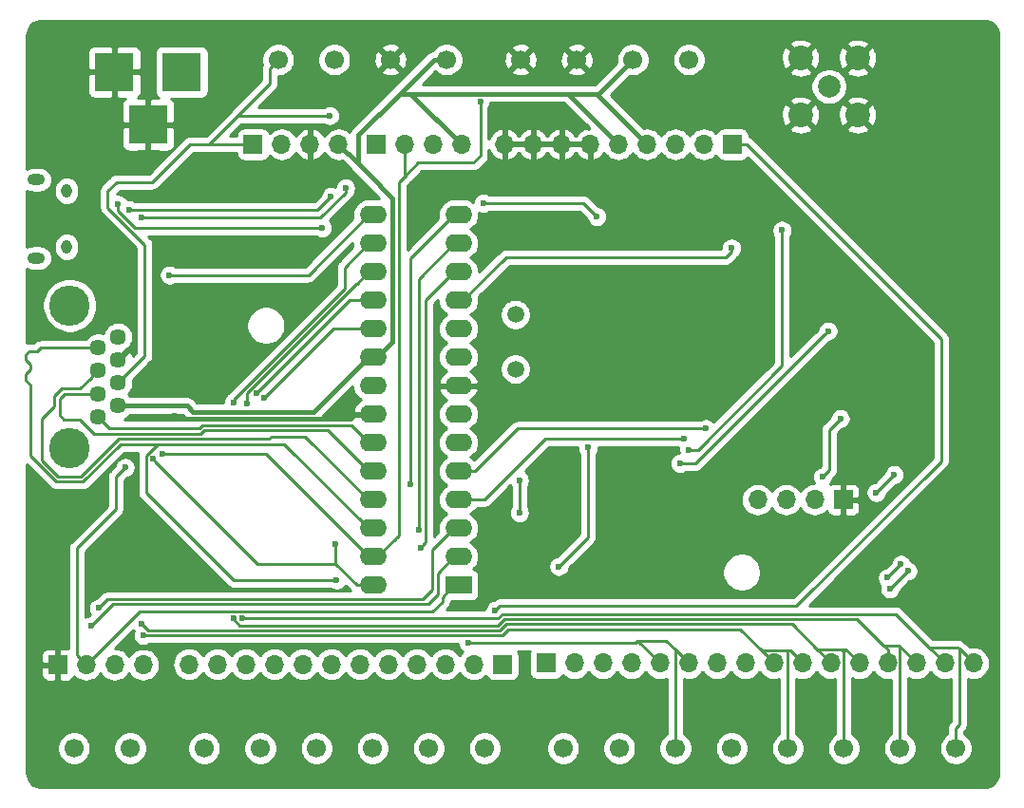
<source format=gbl>
G04 #@! TF.GenerationSoftware,KiCad,Pcbnew,(5.1.2)-2*
G04 #@! TF.CreationDate,2019-11-01T20:16:41+11:00*
G04 #@! TF.ProjectId,BoSL_GSP,426f534c-5f47-4535-902e-6b696361645f,0.3*
G04 #@! TF.SameCoordinates,Original*
G04 #@! TF.FileFunction,Copper,L2,Bot*
G04 #@! TF.FilePolarity,Positive*
%FSLAX46Y46*%
G04 Gerber Fmt 4.6, Leading zero omitted, Abs format (unit mm)*
G04 Created by KiCad (PCBNEW (5.1.2)-2) date 2019-11-01 20:16:41*
%MOMM*%
%LPD*%
G04 APERTURE LIST*
%ADD10C,1.450000*%
%ADD11C,3.600000*%
%ADD12R,1.700000X1.700000*%
%ADD13O,1.700000X1.700000*%
%ADD14C,1.700000*%
%ADD15C,2.200000*%
%ADD16C,2.000000*%
%ADD17R,3.500000X3.500000*%
%ADD18R,2.400000X1.600000*%
%ADD19O,2.400000X1.600000*%
%ADD20C,1.500000*%
%ADD21O,0.950000X1.250000*%
%ADD22O,1.550000X1.000000*%
%ADD23C,0.600000*%
%ADD24C,0.400000*%
%ADD25C,0.250000*%
%ADD26C,0.254000*%
G04 APERTURE END LIST*
D10*
X113318000Y-98040000D03*
X113318000Y-96000000D03*
X113318000Y-93960000D03*
X113318000Y-91920000D03*
X111540000Y-99020000D03*
X111540000Y-92900000D03*
X111540000Y-96980000D03*
X111540000Y-94940000D03*
D11*
X109000000Y-89130000D03*
X109000000Y-101830000D03*
D12*
X168080000Y-74750000D03*
D13*
X165540000Y-74750000D03*
X163000000Y-74750000D03*
X160460000Y-74750000D03*
X157920000Y-74750000D03*
X155380000Y-74750000D03*
X152840000Y-74750000D03*
X150300000Y-74750000D03*
X147760000Y-74750000D03*
D12*
X151470000Y-121020000D03*
D13*
X154010000Y-121020000D03*
X156550000Y-121020000D03*
X159090000Y-121020000D03*
X161630000Y-121020000D03*
X164170000Y-121020000D03*
X166710000Y-121020000D03*
X169250000Y-121020000D03*
X171790000Y-121020000D03*
X174330000Y-121020000D03*
X176870000Y-121020000D03*
X179410000Y-121020000D03*
X181950000Y-121020000D03*
X184490000Y-121020000D03*
X187030000Y-121020000D03*
X189570000Y-121020000D03*
D14*
X146000000Y-128600000D03*
X141000000Y-128600000D03*
X136000000Y-128600000D03*
X131000000Y-128600000D03*
X126000000Y-128600000D03*
X121000000Y-128600000D03*
X127600000Y-67200000D03*
X132600000Y-67200000D03*
X137600000Y-67200000D03*
X142600000Y-67200000D03*
X114400000Y-128600000D03*
X109400000Y-128600000D03*
X149200000Y-67200000D03*
X154200000Y-67200000D03*
X159200000Y-67200000D03*
X164200000Y-67200000D03*
X188000000Y-128600000D03*
X183000000Y-128600000D03*
X178000000Y-128600000D03*
X173000000Y-128600000D03*
X168000000Y-128600000D03*
X163000000Y-128600000D03*
X158000000Y-128600000D03*
X153000000Y-128600000D03*
D15*
X174150000Y-67060000D03*
X179230000Y-67060000D03*
X179230000Y-72140000D03*
X174150000Y-72140000D03*
D16*
X176690000Y-69600000D03*
D17*
X119000000Y-68300000D03*
X113000000Y-68300000D03*
X116000000Y-73000000D03*
D18*
X143670000Y-114050000D03*
D19*
X136050000Y-81030000D03*
X143670000Y-111510000D03*
X136050000Y-83570000D03*
X143670000Y-108970000D03*
X136050000Y-86110000D03*
X143670000Y-106430000D03*
X136050000Y-88650000D03*
X143670000Y-103890000D03*
X136050000Y-91190000D03*
X143670000Y-101350000D03*
X136050000Y-93730000D03*
X143670000Y-98810000D03*
X136050000Y-96270000D03*
X143670000Y-96270000D03*
X136050000Y-98810000D03*
X143670000Y-93730000D03*
X136050000Y-101350000D03*
X143670000Y-91190000D03*
X136050000Y-103890000D03*
X143670000Y-88650000D03*
X136050000Y-106430000D03*
X143670000Y-86110000D03*
X136050000Y-108970000D03*
X143670000Y-83570000D03*
X136050000Y-111510000D03*
X143670000Y-81030000D03*
X136050000Y-114050000D03*
D12*
X136322000Y-74750000D03*
D13*
X138862000Y-74750000D03*
X141402000Y-74750000D03*
X143942000Y-74750000D03*
D12*
X125360000Y-74750000D03*
D13*
X127900000Y-74750000D03*
X130440000Y-74750000D03*
X132980000Y-74750000D03*
D12*
X107950000Y-121158000D03*
D13*
X110490000Y-121158000D03*
X113030000Y-121158000D03*
X115570000Y-121158000D03*
D12*
X177960000Y-106430000D03*
D13*
X175420000Y-106430000D03*
X172880000Y-106430000D03*
X170340000Y-106430000D03*
D20*
X148750000Y-89920000D03*
X148750000Y-94800000D03*
D12*
X147586000Y-121112000D03*
D13*
X145046000Y-121112000D03*
X142506000Y-121112000D03*
X139966000Y-121112000D03*
X137426000Y-121112000D03*
X134886000Y-121112000D03*
X132346000Y-121112000D03*
X129806000Y-121112000D03*
X127266000Y-121112000D03*
X124726000Y-121112000D03*
X122186000Y-121112000D03*
X119646000Y-121112000D03*
D21*
X108750000Y-78900000D03*
X108750000Y-83900000D03*
D22*
X106050000Y-77900000D03*
X106050000Y-84900000D03*
D23*
X185900000Y-68800000D03*
X181500000Y-68700000D03*
X181500000Y-70500000D03*
X181500000Y-72300000D03*
X181500000Y-74100000D03*
X181500000Y-75900000D03*
X185900000Y-70500000D03*
X185900000Y-72300000D03*
X185900000Y-74100000D03*
X185900000Y-75900000D03*
X157546180Y-83062296D03*
X161900000Y-112200000D03*
X151200000Y-110800000D03*
X179600000Y-74500000D03*
X179600000Y-75700000D03*
X173900000Y-74500000D03*
X173900000Y-75800000D03*
X178500000Y-112600000D03*
X183200000Y-115100000D03*
X183700000Y-108900000D03*
X164100000Y-99100000D03*
X166900000Y-82900000D03*
X170400000Y-89000000D03*
X115900000Y-111200000D03*
X130900000Y-83800000D03*
X118400000Y-99000000D03*
X111600000Y-106200000D03*
X182800000Y-82000000D03*
X149100000Y-107600000D03*
X149100000Y-104700000D03*
X182100000Y-114400000D03*
X183700000Y-112800000D03*
X113960140Y-103560140D03*
X123600000Y-117025000D03*
X125647138Y-96973170D03*
X156000000Y-81200000D03*
X145900000Y-80000000D03*
X131500000Y-82200000D03*
X113299998Y-80100000D03*
X183100000Y-112200000D03*
X181900000Y-113400000D03*
X180900000Y-105800000D03*
X182500000Y-104200000D03*
X117900000Y-86400000D03*
X110900000Y-117700000D03*
X115550021Y-118550021D03*
X123600000Y-97800000D03*
X111600000Y-116100000D03*
X115400000Y-117500000D03*
X124800000Y-97900000D03*
X163800000Y-101000000D03*
X165700000Y-100100000D03*
X126332316Y-97386148D03*
X124404445Y-117020546D03*
X168000000Y-84000000D03*
X132800000Y-113600000D03*
X140100000Y-109100000D03*
X145600000Y-70925999D03*
X117265651Y-102356235D03*
X139400020Y-105100000D03*
X144500000Y-119175031D03*
X132700000Y-110400000D03*
X132200000Y-72200000D03*
X116428009Y-102800000D03*
X176100000Y-104400000D03*
X177700000Y-99200000D03*
X163400000Y-103200000D03*
X176600000Y-91400000D03*
X164200000Y-102000000D03*
X172500000Y-82400000D03*
X146945808Y-116320630D03*
X140274968Y-110700000D03*
X132300000Y-79400000D03*
X114300000Y-80600000D03*
X133600474Y-78625010D03*
X115400000Y-81300000D03*
X155200000Y-101800000D03*
X152600000Y-112400000D03*
D24*
X118600010Y-99200010D02*
X118400000Y-99000000D01*
X134059990Y-99200010D02*
X118600010Y-99200010D01*
X136050000Y-98810000D02*
X134450000Y-98810000D01*
X134450000Y-98810000D02*
X134059990Y-99200010D01*
X120000002Y-98600000D02*
X130779999Y-98600001D01*
X113318000Y-98040000D02*
X119440002Y-98040000D01*
X130779999Y-98600001D02*
X135650000Y-93730000D01*
X135650000Y-93730000D02*
X136050000Y-93730000D01*
X119440002Y-98040000D02*
X120000002Y-98600000D01*
X136050000Y-93730000D02*
X136450000Y-93730000D01*
X136450000Y-93730000D02*
X137800000Y-92380000D01*
X135616041Y-77416041D02*
X137800000Y-79600000D01*
X135616041Y-77386041D02*
X135616041Y-77416041D01*
X137800000Y-92380000D02*
X137800000Y-79600000D01*
X141451998Y-67200000D02*
X142600000Y-67200000D01*
X134715000Y-76485000D02*
X134715000Y-73936998D01*
X134715000Y-76485000D02*
X132980000Y-74750000D01*
X135616041Y-77386041D02*
X134715000Y-76485000D01*
X153395999Y-70225999D02*
X157920000Y-74750000D01*
X138425999Y-70225999D02*
X141451998Y-67200000D01*
X134715000Y-73936998D02*
X138425999Y-70225999D01*
X155935999Y-70225999D02*
X160460000Y-74750000D01*
X153395999Y-70225999D02*
X155935999Y-70225999D01*
X156174001Y-70225999D02*
X159200000Y-67200000D01*
X155935999Y-70225999D02*
X156174001Y-70225999D01*
X138425999Y-70225999D02*
X153395999Y-70225999D01*
X139417999Y-70225999D02*
X143942000Y-74750000D01*
X138425999Y-70225999D02*
X139417999Y-70225999D01*
D25*
X149100000Y-107600000D02*
X149100000Y-104700000D01*
X182100000Y-114400000D02*
X183700000Y-112800000D01*
X143670000Y-114050000D02*
X143670000Y-114418592D01*
X142220000Y-115100000D02*
X143270000Y-114050000D01*
X110490000Y-121158000D02*
X115252456Y-116395544D01*
X142220000Y-115518610D02*
X142220000Y-115100000D01*
X115252456Y-116395544D02*
X124704447Y-116395544D01*
X124708902Y-116399999D02*
X141338611Y-116399999D01*
X143270000Y-114050000D02*
X143670000Y-114050000D01*
X141338611Y-116399999D02*
X142220000Y-115518610D01*
X124704447Y-116395544D02*
X124708902Y-116399999D01*
X110490000Y-121158000D02*
X109640001Y-120308001D01*
X109640001Y-120308001D02*
X109640001Y-110885001D01*
X109640001Y-110885001D02*
X109640001Y-110759999D01*
X109640001Y-110759999D02*
X113100000Y-107300000D01*
X113100000Y-107300000D02*
X113100000Y-104420280D01*
X113100000Y-104420280D02*
X113660141Y-103860139D01*
X113660141Y-103860139D02*
X113960140Y-103560140D01*
X181950000Y-121020000D02*
X181950000Y-119817919D01*
X182903959Y-119433959D02*
X184490000Y-121020000D01*
X181566041Y-119433959D02*
X182903959Y-119433959D01*
X181950000Y-119817919D02*
X181566041Y-119433959D01*
X183000000Y-119530000D02*
X183000000Y-128600000D01*
X182903959Y-119433959D02*
X183000000Y-119530000D01*
X136050000Y-88650000D02*
X133970308Y-88650000D01*
X133970308Y-88650000D02*
X125647138Y-96973170D01*
X123600000Y-117100000D02*
X123600000Y-117025000D01*
X147177849Y-117650001D02*
X124150001Y-117650001D01*
X179207095Y-117075013D02*
X147752837Y-117075013D01*
X181566041Y-119433959D02*
X179207095Y-117075013D01*
X124150001Y-117650001D02*
X123600000Y-117100000D01*
X147752837Y-117075013D02*
X147177849Y-117650001D01*
X156000000Y-81200000D02*
X154800000Y-80000000D01*
X154800000Y-80000000D02*
X145900000Y-80000000D01*
X131400000Y-82300000D02*
X131500000Y-82200000D01*
X113299998Y-80524264D02*
X113299998Y-80100000D01*
X113299998Y-80658016D02*
X113299998Y-80524264D01*
X131500000Y-82200000D02*
X114841982Y-82200000D01*
X114841982Y-82200000D02*
X113299998Y-80658016D01*
X183100000Y-112200000D02*
X181900000Y-113400000D01*
X180900000Y-105800000D02*
X182500000Y-104200000D01*
X118324264Y-86400000D02*
X117900000Y-86400000D01*
X130280000Y-86400000D02*
X118324264Y-86400000D01*
X135650000Y-81030000D02*
X130280000Y-86400000D01*
X136050000Y-81030000D02*
X135650000Y-81030000D01*
X143270000Y-111510000D02*
X141800000Y-112980000D01*
X141800000Y-112980000D02*
X141800000Y-114900000D01*
X141800000Y-114900000D02*
X140949990Y-115750010D01*
X140949990Y-115750010D02*
X112849990Y-115750010D01*
X112849990Y-115750010D02*
X110900000Y-117700000D01*
X173225000Y-119915000D02*
X174330000Y-121020000D01*
X171790000Y-121020000D02*
X170685000Y-119915000D01*
X173000000Y-120000000D02*
X173000000Y-128600000D01*
X172915000Y-119915000D02*
X173000000Y-120000000D01*
X172915000Y-119915000D02*
X173225000Y-119915000D01*
X170685000Y-119915000D02*
X172915000Y-119915000D01*
X123600000Y-97500000D02*
X123600000Y-97800000D01*
X133500000Y-87600000D02*
X123600000Y-97500000D01*
X133500000Y-85720000D02*
X133500000Y-87600000D01*
X136050000Y-83570000D02*
X135650000Y-83570000D01*
X135650000Y-83570000D02*
X133500000Y-85720000D01*
X115974285Y-118550021D02*
X115550021Y-118550021D01*
X147550651Y-118550021D02*
X115974285Y-118550021D01*
X148125637Y-117975035D02*
X147550651Y-118550021D01*
X170685000Y-119915000D02*
X168745035Y-117975035D01*
X168745035Y-117975035D02*
X148125637Y-117975035D01*
X141349990Y-110890010D02*
X143270000Y-108970000D01*
X141349990Y-114450010D02*
X141349990Y-110890010D01*
X140500000Y-115300000D02*
X141349990Y-114450010D01*
X112400000Y-115300000D02*
X140500000Y-115300000D01*
X111600000Y-116100000D02*
X112400000Y-115300000D01*
X178165000Y-119775000D02*
X179410000Y-121020000D01*
X176870000Y-121020000D02*
X175625000Y-119775000D01*
X178000000Y-119950000D02*
X178000000Y-128600000D01*
X177825000Y-119775000D02*
X178000000Y-119950000D01*
X177825000Y-119775000D02*
X178165000Y-119775000D01*
X175625000Y-119775000D02*
X177825000Y-119775000D01*
X135650000Y-86110000D02*
X136050000Y-86110000D01*
X134600000Y-87160000D02*
X135650000Y-86110000D01*
X134576410Y-87160000D02*
X134600000Y-87160000D01*
X124800000Y-97900000D02*
X124800000Y-96936410D01*
X124800000Y-96936410D02*
X134576410Y-87160000D01*
X115699999Y-117799999D02*
X115400000Y-117500000D01*
X116000011Y-118100011D02*
X115699999Y-117799999D01*
X147364250Y-118100012D02*
X116000011Y-118100011D01*
X147939238Y-117525024D02*
X147364250Y-118100012D01*
X175625000Y-119775000D02*
X173375024Y-117525024D01*
X173375024Y-117525024D02*
X147939238Y-117525024D01*
X163800000Y-101000000D02*
X151400000Y-101000000D01*
X145970000Y-106430000D02*
X143670000Y-106430000D01*
X151400000Y-101000000D02*
X145970000Y-106430000D01*
X143670000Y-103890000D02*
X145120000Y-103890000D01*
X148910000Y-100100000D02*
X148705000Y-100305000D01*
X165700000Y-100100000D02*
X148910000Y-100100000D01*
X145120000Y-103890000D02*
X148705000Y-100305000D01*
X148705000Y-100305000D02*
X148810000Y-100200000D01*
X134600000Y-91190000D02*
X136050000Y-91190000D01*
X185605000Y-119595000D02*
X188145000Y-119595000D01*
X185605000Y-119595000D02*
X187030000Y-121020000D01*
X188275000Y-119725000D02*
X188275000Y-126525000D01*
X188275000Y-119725000D02*
X189570000Y-121020000D01*
X188145000Y-119595000D02*
X188275000Y-119725000D01*
X188000000Y-126800000D02*
X188000000Y-128600000D01*
X188275000Y-126525000D02*
X188000000Y-126800000D01*
X132528464Y-91190000D02*
X126332316Y-97386148D01*
X136050000Y-91190000D02*
X132528464Y-91190000D01*
X124828709Y-117020546D02*
X124404445Y-117020546D01*
X147170894Y-117020546D02*
X124828709Y-117020546D01*
X147566438Y-116625002D02*
X147170894Y-117020546D01*
X185605000Y-119595000D02*
X182635002Y-116625002D01*
X182635002Y-116625002D02*
X147566438Y-116625002D01*
X135650000Y-101350000D02*
X136050000Y-101350000D01*
X111540000Y-99020000D02*
X112545002Y-100025002D01*
X120800002Y-99825002D02*
X134125002Y-99825002D01*
X120600002Y-100025002D02*
X120800002Y-99825002D01*
X134125002Y-99825002D02*
X135650000Y-101350000D01*
X112545002Y-100025002D02*
X120600002Y-100025002D01*
X135650000Y-103890000D02*
X136050000Y-103890000D01*
X120986402Y-100275013D02*
X132035013Y-100275013D01*
X111175013Y-100575013D02*
X120686402Y-100575013D01*
X120686402Y-100575013D02*
X120986402Y-100275013D01*
X132035013Y-100275013D02*
X135650000Y-103890000D01*
X108100000Y-98900000D02*
X108500000Y-99300000D01*
X108500000Y-99300000D02*
X109900000Y-99300000D01*
X109900000Y-99300000D02*
X111175013Y-100575013D01*
X108100000Y-97400000D02*
X108520000Y-96980000D01*
X108100000Y-98900000D02*
X108100000Y-97400000D01*
X108520000Y-96980000D02*
X111540000Y-96980000D01*
X130020000Y-100800000D02*
X127000000Y-100800000D01*
X135650000Y-106430000D02*
X130020000Y-100800000D01*
X136050000Y-106430000D02*
X135650000Y-106430000D01*
X127000000Y-100800000D02*
X127200000Y-100800000D01*
X108333600Y-96529990D02*
X109950010Y-96529990D01*
X107649990Y-97213600D02*
X108333600Y-96529990D01*
X107649990Y-98100010D02*
X107649990Y-97213600D01*
X106550000Y-99200000D02*
X107649990Y-98100010D01*
X106550000Y-102950000D02*
X106550000Y-99200000D01*
X107999999Y-104399999D02*
X106550000Y-102950000D01*
X110000001Y-104399999D02*
X107999999Y-104399999D01*
X113374976Y-101025024D02*
X110000001Y-104399999D01*
X126774976Y-101025024D02*
X113374976Y-101025024D01*
X127000000Y-100800000D02*
X126774976Y-101025024D01*
X110815001Y-95664999D02*
X111540000Y-94940000D01*
X109950010Y-96529990D02*
X110815001Y-95664999D01*
X144070000Y-88650000D02*
X147920000Y-84800000D01*
X143670000Y-88650000D02*
X144070000Y-88650000D01*
X147920000Y-84800000D02*
X167500000Y-84800000D01*
X167500000Y-84800000D02*
X168000000Y-84300000D01*
X168000000Y-84300000D02*
X168000000Y-84000000D01*
X128155035Y-101475035D02*
X135650000Y-108970000D01*
X135650000Y-108970000D02*
X136050000Y-108970000D01*
X117924965Y-101475035D02*
X128155035Y-101475035D01*
X116827972Y-101475035D02*
X117924965Y-101475035D01*
X115800000Y-102503007D02*
X116827972Y-101475035D01*
X115800000Y-105800000D02*
X115800000Y-102503007D01*
X132800000Y-113600000D02*
X123600000Y-113600000D01*
X123600000Y-113600000D02*
X115800000Y-105800000D01*
X105500000Y-94800000D02*
X105500000Y-94400000D01*
X105500000Y-102536410D02*
X105500000Y-96200000D01*
X105500000Y-94400000D02*
X105100000Y-94000000D01*
X106100000Y-93200000D02*
X106400000Y-92900000D01*
X105100000Y-93500000D02*
X105400000Y-93200000D01*
X105400000Y-93200000D02*
X106100000Y-93200000D01*
X110514696Y-92900000D02*
X111540000Y-92900000D01*
X105100000Y-95200000D02*
X105500000Y-94800000D01*
X106400000Y-92900000D02*
X110514696Y-92900000D01*
X105100000Y-95800000D02*
X105100000Y-95200000D01*
X105500000Y-96200000D02*
X105100000Y-95800000D01*
X107813599Y-104850010D02*
X105500000Y-102536410D01*
X105100000Y-94000000D02*
X105100000Y-93500000D01*
X110186401Y-104850010D02*
X107813599Y-104850010D01*
X113561375Y-101475035D02*
X110186401Y-104850010D01*
X117924965Y-101475035D02*
X113561375Y-101475035D01*
X143670000Y-83570000D02*
X143270000Y-83570000D01*
X143270000Y-83570000D02*
X140100000Y-86740000D01*
X140100000Y-86740000D02*
X140100000Y-109100000D01*
X136450000Y-111510000D02*
X136050000Y-111510000D01*
X138100000Y-109860000D02*
X136450000Y-111510000D01*
X138325010Y-109634990D02*
X136450000Y-111510000D01*
X138325010Y-78125010D02*
X138325010Y-109634990D01*
X138862000Y-77588020D02*
X138862000Y-74750000D01*
X138325010Y-78125010D02*
X138862000Y-77588020D01*
X140050020Y-76400000D02*
X138862000Y-77588020D01*
X145000000Y-76400000D02*
X140050020Y-76400000D01*
X145600000Y-70925999D02*
X145600000Y-75800000D01*
X145600000Y-75800000D02*
X145000000Y-76400000D01*
X136050000Y-111510000D02*
X135650000Y-111510000D01*
X117689915Y-102356235D02*
X117265651Y-102356235D01*
X126496235Y-102356235D02*
X117689915Y-102356235D01*
X135650000Y-111510000D02*
X126496235Y-102356235D01*
X143270000Y-81030000D02*
X143670000Y-81030000D01*
X139400020Y-84899980D02*
X143270000Y-81030000D01*
X139400020Y-105100000D02*
X139400020Y-84899980D01*
X161630000Y-121020000D02*
X159610000Y-119000000D01*
X159610000Y-119000000D02*
X162150000Y-119000000D01*
X163000000Y-119850000D02*
X163000000Y-128600000D01*
X162875000Y-119725000D02*
X163000000Y-119850000D01*
X162875000Y-119725000D02*
X164170000Y-121020000D01*
X162150000Y-119000000D02*
X162875000Y-119725000D01*
X159434969Y-119175031D02*
X144924264Y-119175031D01*
X159610000Y-119000000D02*
X159434969Y-119175031D01*
X144924264Y-119175031D02*
X144500000Y-119175031D01*
X134600000Y-114050000D02*
X132700000Y-112150000D01*
X136050000Y-114050000D02*
X134600000Y-114050000D01*
X132700000Y-112150000D02*
X132700000Y-110400000D01*
X121450000Y-74750000D02*
X125360000Y-74750000D01*
X126850001Y-67949999D02*
X126850001Y-69349999D01*
X127600000Y-67200000D02*
X126850001Y-67949999D01*
X124000000Y-72200000D02*
X132200000Y-72200000D01*
X124000000Y-72200000D02*
X121450000Y-74750000D01*
X126850001Y-69349999D02*
X124000000Y-72200000D01*
X119724998Y-74750000D02*
X121450000Y-74750000D01*
X115700000Y-93618000D02*
X115700000Y-83694429D01*
X113318000Y-96000000D02*
X115700000Y-93618000D01*
X115700000Y-83694429D02*
X112400000Y-80394429D01*
X116374998Y-78100000D02*
X119724998Y-74750000D01*
X112400000Y-80394429D02*
X112400000Y-78900000D01*
X112400000Y-78900000D02*
X113200000Y-78100000D01*
X113200000Y-78100000D02*
X116374998Y-78100000D01*
X125778009Y-112150000D02*
X116728008Y-103099999D01*
X116728008Y-103099999D02*
X116428009Y-102800000D01*
X132700000Y-112150000D02*
X125778009Y-112150000D01*
X176100000Y-104400000D02*
X176700000Y-103800000D01*
X176700000Y-103800000D02*
X176700000Y-100200000D01*
X176700000Y-100200000D02*
X177700000Y-99200000D01*
X164800000Y-103200000D02*
X176300001Y-91699999D01*
X176300001Y-91699999D02*
X176600000Y-91400000D01*
X163400000Y-103200000D02*
X164800000Y-103200000D01*
X172500000Y-94500000D02*
X172500000Y-82824264D01*
X172500000Y-82824264D02*
X172500000Y-82400000D01*
X165000000Y-102000000D02*
X172500000Y-94500000D01*
X164200000Y-102000000D02*
X165000000Y-102000000D01*
X147245807Y-116020631D02*
X146945808Y-116320630D01*
X169350000Y-74750000D02*
X186700000Y-92100000D01*
X168080000Y-74750000D02*
X169350000Y-74750000D01*
X186700000Y-92100000D02*
X186700000Y-103000000D01*
X186700000Y-103000000D02*
X173789055Y-115910945D01*
X173789055Y-115910945D02*
X147355493Y-115910945D01*
X147355493Y-115910945D02*
X147245807Y-116020631D01*
X140725001Y-88654999D02*
X140725001Y-110249967D01*
X140725001Y-110249967D02*
X140574967Y-110400001D01*
X140574967Y-110400001D02*
X140274968Y-110700000D01*
X143270000Y-86110000D02*
X140725001Y-88654999D01*
X143670000Y-86110000D02*
X143270000Y-86110000D01*
X132300000Y-79400000D02*
X131100000Y-80600000D01*
X131100000Y-80600000D02*
X114724264Y-80600000D01*
X114724264Y-80600000D02*
X114300000Y-80600000D01*
X115824264Y-81300000D02*
X115400000Y-81300000D01*
X131349748Y-81300000D02*
X115824264Y-81300000D01*
X133600474Y-79049274D02*
X131349748Y-81300000D01*
X133600474Y-78625010D02*
X133600474Y-79049274D01*
X155200000Y-109800000D02*
X155200000Y-101800000D01*
X152600000Y-112400000D02*
X155200000Y-109800000D01*
D26*
G36*
X190749899Y-63737907D02*
G01*
X190990285Y-63810484D01*
X191211991Y-63928368D01*
X191406577Y-64087068D01*
X191566635Y-64280545D01*
X191686064Y-64501424D01*
X191760317Y-64741297D01*
X191790001Y-65023726D01*
X191790000Y-129465123D01*
X191790000Y-129465124D01*
X191790001Y-130665114D01*
X191790000Y-130665124D01*
X191790000Y-130765279D01*
X191762093Y-131049899D01*
X191689517Y-131290282D01*
X191571633Y-131511989D01*
X191412929Y-131706580D01*
X191219455Y-131866635D01*
X190998576Y-131986064D01*
X190758701Y-132060317D01*
X190476291Y-132090000D01*
X106534721Y-132090000D01*
X106250101Y-132062093D01*
X106009718Y-131989517D01*
X105788011Y-131871633D01*
X105593420Y-131712929D01*
X105433365Y-131519455D01*
X105313936Y-131298576D01*
X105239683Y-131058701D01*
X105210000Y-130776291D01*
X105210000Y-128453740D01*
X107915000Y-128453740D01*
X107915000Y-128746260D01*
X107972068Y-129033158D01*
X108084010Y-129303411D01*
X108246525Y-129546632D01*
X108453368Y-129753475D01*
X108696589Y-129915990D01*
X108966842Y-130027932D01*
X109253740Y-130085000D01*
X109546260Y-130085000D01*
X109833158Y-130027932D01*
X110103411Y-129915990D01*
X110346632Y-129753475D01*
X110553475Y-129546632D01*
X110715990Y-129303411D01*
X110827932Y-129033158D01*
X110885000Y-128746260D01*
X110885000Y-128453740D01*
X112915000Y-128453740D01*
X112915000Y-128746260D01*
X112972068Y-129033158D01*
X113084010Y-129303411D01*
X113246525Y-129546632D01*
X113453368Y-129753475D01*
X113696589Y-129915990D01*
X113966842Y-130027932D01*
X114253740Y-130085000D01*
X114546260Y-130085000D01*
X114833158Y-130027932D01*
X115103411Y-129915990D01*
X115346632Y-129753475D01*
X115553475Y-129546632D01*
X115715990Y-129303411D01*
X115827932Y-129033158D01*
X115885000Y-128746260D01*
X115885000Y-128453740D01*
X119515000Y-128453740D01*
X119515000Y-128746260D01*
X119572068Y-129033158D01*
X119684010Y-129303411D01*
X119846525Y-129546632D01*
X120053368Y-129753475D01*
X120296589Y-129915990D01*
X120566842Y-130027932D01*
X120853740Y-130085000D01*
X121146260Y-130085000D01*
X121433158Y-130027932D01*
X121703411Y-129915990D01*
X121946632Y-129753475D01*
X122153475Y-129546632D01*
X122315990Y-129303411D01*
X122427932Y-129033158D01*
X122485000Y-128746260D01*
X122485000Y-128453740D01*
X124515000Y-128453740D01*
X124515000Y-128746260D01*
X124572068Y-129033158D01*
X124684010Y-129303411D01*
X124846525Y-129546632D01*
X125053368Y-129753475D01*
X125296589Y-129915990D01*
X125566842Y-130027932D01*
X125853740Y-130085000D01*
X126146260Y-130085000D01*
X126433158Y-130027932D01*
X126703411Y-129915990D01*
X126946632Y-129753475D01*
X127153475Y-129546632D01*
X127315990Y-129303411D01*
X127427932Y-129033158D01*
X127485000Y-128746260D01*
X127485000Y-128453740D01*
X129515000Y-128453740D01*
X129515000Y-128746260D01*
X129572068Y-129033158D01*
X129684010Y-129303411D01*
X129846525Y-129546632D01*
X130053368Y-129753475D01*
X130296589Y-129915990D01*
X130566842Y-130027932D01*
X130853740Y-130085000D01*
X131146260Y-130085000D01*
X131433158Y-130027932D01*
X131703411Y-129915990D01*
X131946632Y-129753475D01*
X132153475Y-129546632D01*
X132315990Y-129303411D01*
X132427932Y-129033158D01*
X132485000Y-128746260D01*
X132485000Y-128453740D01*
X134515000Y-128453740D01*
X134515000Y-128746260D01*
X134572068Y-129033158D01*
X134684010Y-129303411D01*
X134846525Y-129546632D01*
X135053368Y-129753475D01*
X135296589Y-129915990D01*
X135566842Y-130027932D01*
X135853740Y-130085000D01*
X136146260Y-130085000D01*
X136433158Y-130027932D01*
X136703411Y-129915990D01*
X136946632Y-129753475D01*
X137153475Y-129546632D01*
X137315990Y-129303411D01*
X137427932Y-129033158D01*
X137485000Y-128746260D01*
X137485000Y-128453740D01*
X139515000Y-128453740D01*
X139515000Y-128746260D01*
X139572068Y-129033158D01*
X139684010Y-129303411D01*
X139846525Y-129546632D01*
X140053368Y-129753475D01*
X140296589Y-129915990D01*
X140566842Y-130027932D01*
X140853740Y-130085000D01*
X141146260Y-130085000D01*
X141433158Y-130027932D01*
X141703411Y-129915990D01*
X141946632Y-129753475D01*
X142153475Y-129546632D01*
X142315990Y-129303411D01*
X142427932Y-129033158D01*
X142485000Y-128746260D01*
X142485000Y-128453740D01*
X144515000Y-128453740D01*
X144515000Y-128746260D01*
X144572068Y-129033158D01*
X144684010Y-129303411D01*
X144846525Y-129546632D01*
X145053368Y-129753475D01*
X145296589Y-129915990D01*
X145566842Y-130027932D01*
X145853740Y-130085000D01*
X146146260Y-130085000D01*
X146433158Y-130027932D01*
X146703411Y-129915990D01*
X146946632Y-129753475D01*
X147153475Y-129546632D01*
X147315990Y-129303411D01*
X147427932Y-129033158D01*
X147485000Y-128746260D01*
X147485000Y-128453740D01*
X151515000Y-128453740D01*
X151515000Y-128746260D01*
X151572068Y-129033158D01*
X151684010Y-129303411D01*
X151846525Y-129546632D01*
X152053368Y-129753475D01*
X152296589Y-129915990D01*
X152566842Y-130027932D01*
X152853740Y-130085000D01*
X153146260Y-130085000D01*
X153433158Y-130027932D01*
X153703411Y-129915990D01*
X153946632Y-129753475D01*
X154153475Y-129546632D01*
X154315990Y-129303411D01*
X154427932Y-129033158D01*
X154485000Y-128746260D01*
X154485000Y-128453740D01*
X156515000Y-128453740D01*
X156515000Y-128746260D01*
X156572068Y-129033158D01*
X156684010Y-129303411D01*
X156846525Y-129546632D01*
X157053368Y-129753475D01*
X157296589Y-129915990D01*
X157566842Y-130027932D01*
X157853740Y-130085000D01*
X158146260Y-130085000D01*
X158433158Y-130027932D01*
X158703411Y-129915990D01*
X158946632Y-129753475D01*
X159153475Y-129546632D01*
X159315990Y-129303411D01*
X159427932Y-129033158D01*
X159485000Y-128746260D01*
X159485000Y-128453740D01*
X159427932Y-128166842D01*
X159315990Y-127896589D01*
X159153475Y-127653368D01*
X158946632Y-127446525D01*
X158703411Y-127284010D01*
X158433158Y-127172068D01*
X158146260Y-127115000D01*
X157853740Y-127115000D01*
X157566842Y-127172068D01*
X157296589Y-127284010D01*
X157053368Y-127446525D01*
X156846525Y-127653368D01*
X156684010Y-127896589D01*
X156572068Y-128166842D01*
X156515000Y-128453740D01*
X154485000Y-128453740D01*
X154427932Y-128166842D01*
X154315990Y-127896589D01*
X154153475Y-127653368D01*
X153946632Y-127446525D01*
X153703411Y-127284010D01*
X153433158Y-127172068D01*
X153146260Y-127115000D01*
X152853740Y-127115000D01*
X152566842Y-127172068D01*
X152296589Y-127284010D01*
X152053368Y-127446525D01*
X151846525Y-127653368D01*
X151684010Y-127896589D01*
X151572068Y-128166842D01*
X151515000Y-128453740D01*
X147485000Y-128453740D01*
X147427932Y-128166842D01*
X147315990Y-127896589D01*
X147153475Y-127653368D01*
X146946632Y-127446525D01*
X146703411Y-127284010D01*
X146433158Y-127172068D01*
X146146260Y-127115000D01*
X145853740Y-127115000D01*
X145566842Y-127172068D01*
X145296589Y-127284010D01*
X145053368Y-127446525D01*
X144846525Y-127653368D01*
X144684010Y-127896589D01*
X144572068Y-128166842D01*
X144515000Y-128453740D01*
X142485000Y-128453740D01*
X142427932Y-128166842D01*
X142315990Y-127896589D01*
X142153475Y-127653368D01*
X141946632Y-127446525D01*
X141703411Y-127284010D01*
X141433158Y-127172068D01*
X141146260Y-127115000D01*
X140853740Y-127115000D01*
X140566842Y-127172068D01*
X140296589Y-127284010D01*
X140053368Y-127446525D01*
X139846525Y-127653368D01*
X139684010Y-127896589D01*
X139572068Y-128166842D01*
X139515000Y-128453740D01*
X137485000Y-128453740D01*
X137427932Y-128166842D01*
X137315990Y-127896589D01*
X137153475Y-127653368D01*
X136946632Y-127446525D01*
X136703411Y-127284010D01*
X136433158Y-127172068D01*
X136146260Y-127115000D01*
X135853740Y-127115000D01*
X135566842Y-127172068D01*
X135296589Y-127284010D01*
X135053368Y-127446525D01*
X134846525Y-127653368D01*
X134684010Y-127896589D01*
X134572068Y-128166842D01*
X134515000Y-128453740D01*
X132485000Y-128453740D01*
X132427932Y-128166842D01*
X132315990Y-127896589D01*
X132153475Y-127653368D01*
X131946632Y-127446525D01*
X131703411Y-127284010D01*
X131433158Y-127172068D01*
X131146260Y-127115000D01*
X130853740Y-127115000D01*
X130566842Y-127172068D01*
X130296589Y-127284010D01*
X130053368Y-127446525D01*
X129846525Y-127653368D01*
X129684010Y-127896589D01*
X129572068Y-128166842D01*
X129515000Y-128453740D01*
X127485000Y-128453740D01*
X127427932Y-128166842D01*
X127315990Y-127896589D01*
X127153475Y-127653368D01*
X126946632Y-127446525D01*
X126703411Y-127284010D01*
X126433158Y-127172068D01*
X126146260Y-127115000D01*
X125853740Y-127115000D01*
X125566842Y-127172068D01*
X125296589Y-127284010D01*
X125053368Y-127446525D01*
X124846525Y-127653368D01*
X124684010Y-127896589D01*
X124572068Y-128166842D01*
X124515000Y-128453740D01*
X122485000Y-128453740D01*
X122427932Y-128166842D01*
X122315990Y-127896589D01*
X122153475Y-127653368D01*
X121946632Y-127446525D01*
X121703411Y-127284010D01*
X121433158Y-127172068D01*
X121146260Y-127115000D01*
X120853740Y-127115000D01*
X120566842Y-127172068D01*
X120296589Y-127284010D01*
X120053368Y-127446525D01*
X119846525Y-127653368D01*
X119684010Y-127896589D01*
X119572068Y-128166842D01*
X119515000Y-128453740D01*
X115885000Y-128453740D01*
X115827932Y-128166842D01*
X115715990Y-127896589D01*
X115553475Y-127653368D01*
X115346632Y-127446525D01*
X115103411Y-127284010D01*
X114833158Y-127172068D01*
X114546260Y-127115000D01*
X114253740Y-127115000D01*
X113966842Y-127172068D01*
X113696589Y-127284010D01*
X113453368Y-127446525D01*
X113246525Y-127653368D01*
X113084010Y-127896589D01*
X112972068Y-128166842D01*
X112915000Y-128453740D01*
X110885000Y-128453740D01*
X110827932Y-128166842D01*
X110715990Y-127896589D01*
X110553475Y-127653368D01*
X110346632Y-127446525D01*
X110103411Y-127284010D01*
X109833158Y-127172068D01*
X109546260Y-127115000D01*
X109253740Y-127115000D01*
X108966842Y-127172068D01*
X108696589Y-127284010D01*
X108453368Y-127446525D01*
X108246525Y-127653368D01*
X108084010Y-127896589D01*
X107972068Y-128166842D01*
X107915000Y-128453740D01*
X105210000Y-128453740D01*
X105210000Y-122008000D01*
X106461928Y-122008000D01*
X106474188Y-122132482D01*
X106510498Y-122252180D01*
X106569463Y-122362494D01*
X106648815Y-122459185D01*
X106745506Y-122538537D01*
X106855820Y-122597502D01*
X106975518Y-122633812D01*
X107100000Y-122646072D01*
X107664250Y-122643000D01*
X107823000Y-122484250D01*
X107823000Y-121285000D01*
X106623750Y-121285000D01*
X106465000Y-121443750D01*
X106461928Y-122008000D01*
X105210000Y-122008000D01*
X105210000Y-120308000D01*
X106461928Y-120308000D01*
X106465000Y-120872250D01*
X106623750Y-121031000D01*
X107823000Y-121031000D01*
X107823000Y-119831750D01*
X107664250Y-119673000D01*
X107100000Y-119669928D01*
X106975518Y-119682188D01*
X106855820Y-119718498D01*
X106745506Y-119777463D01*
X106648815Y-119856815D01*
X106569463Y-119953506D01*
X106510498Y-120063820D01*
X106474188Y-120183518D01*
X106461928Y-120308000D01*
X105210000Y-120308000D01*
X105210000Y-103321211D01*
X107249800Y-105361013D01*
X107273598Y-105390011D01*
X107302596Y-105413809D01*
X107389322Y-105484984D01*
X107462830Y-105524275D01*
X107521352Y-105555556D01*
X107664613Y-105599013D01*
X107776266Y-105610010D01*
X107776276Y-105610010D01*
X107813598Y-105613686D01*
X107850923Y-105610010D01*
X110149079Y-105610010D01*
X110186401Y-105613686D01*
X110223724Y-105610010D01*
X110223734Y-105610010D01*
X110335387Y-105599013D01*
X110478648Y-105555556D01*
X110610677Y-105484984D01*
X110726402Y-105390011D01*
X110750205Y-105361007D01*
X113876177Y-102235035D01*
X115087091Y-102235035D01*
X115069067Y-102294454D01*
X115050998Y-102354021D01*
X115047829Y-102386201D01*
X115036324Y-102503007D01*
X115040001Y-102540339D01*
X115040000Y-105762677D01*
X115036324Y-105800000D01*
X115040000Y-105837322D01*
X115040000Y-105837332D01*
X115050997Y-105948985D01*
X115077089Y-106035000D01*
X115094454Y-106092246D01*
X115165026Y-106224276D01*
X115204871Y-106272826D01*
X115259999Y-106340001D01*
X115289003Y-106363804D01*
X123036201Y-114111003D01*
X123059999Y-114140001D01*
X123175724Y-114234974D01*
X123307753Y-114305546D01*
X123451014Y-114349003D01*
X123562667Y-114360000D01*
X123562675Y-114360000D01*
X123600000Y-114363676D01*
X123637325Y-114360000D01*
X132254465Y-114360000D01*
X132357111Y-114428586D01*
X132527271Y-114499068D01*
X132707911Y-114535000D01*
X132892089Y-114535000D01*
X133072729Y-114499068D01*
X133242889Y-114428586D01*
X133396028Y-114326262D01*
X133526262Y-114196028D01*
X133584326Y-114109128D01*
X134015198Y-114540000D01*
X112437323Y-114540000D01*
X112400000Y-114536324D01*
X112362677Y-114540000D01*
X112362667Y-114540000D01*
X112251014Y-114550997D01*
X112107753Y-114594454D01*
X111975724Y-114665026D01*
X111859999Y-114759999D01*
X111836201Y-114788998D01*
X111448351Y-115176847D01*
X111327271Y-115200932D01*
X111157111Y-115271414D01*
X111003972Y-115373738D01*
X110873738Y-115503972D01*
X110771414Y-115657111D01*
X110700932Y-115827271D01*
X110665000Y-116007911D01*
X110665000Y-116192089D01*
X110700932Y-116372729D01*
X110771414Y-116542889D01*
X110855887Y-116669312D01*
X110748352Y-116776847D01*
X110627271Y-116800932D01*
X110457111Y-116871414D01*
X110400001Y-116909574D01*
X110400001Y-111074800D01*
X113611004Y-107863798D01*
X113640001Y-107840001D01*
X113734974Y-107724276D01*
X113805546Y-107592247D01*
X113849003Y-107448986D01*
X113860000Y-107337333D01*
X113860000Y-107337332D01*
X113863677Y-107300000D01*
X113860000Y-107262667D01*
X113860000Y-104735081D01*
X114111789Y-104483293D01*
X114232869Y-104459208D01*
X114403029Y-104388726D01*
X114556168Y-104286402D01*
X114686402Y-104156168D01*
X114788726Y-104003029D01*
X114859208Y-103832869D01*
X114895140Y-103652229D01*
X114895140Y-103468051D01*
X114859208Y-103287411D01*
X114788726Y-103117251D01*
X114686402Y-102964112D01*
X114556168Y-102833878D01*
X114403029Y-102731554D01*
X114232869Y-102661072D01*
X114052229Y-102625140D01*
X113868051Y-102625140D01*
X113687411Y-102661072D01*
X113517251Y-102731554D01*
X113364112Y-102833878D01*
X113233878Y-102964112D01*
X113131554Y-103117251D01*
X113061072Y-103287411D01*
X113036987Y-103408491D01*
X112588998Y-103856481D01*
X112560000Y-103880279D01*
X112536202Y-103909277D01*
X112536201Y-103909278D01*
X112465026Y-103996004D01*
X112394454Y-104128034D01*
X112365260Y-104224277D01*
X112350998Y-104271294D01*
X112347185Y-104310009D01*
X112336324Y-104420280D01*
X112340001Y-104457612D01*
X112340000Y-106985198D01*
X109129003Y-110196196D01*
X109100000Y-110219998D01*
X109005027Y-110335723D01*
X108934455Y-110467752D01*
X108890998Y-110611013D01*
X108880001Y-110722666D01*
X108880001Y-110722677D01*
X108876325Y-110759999D01*
X108880001Y-110797321D01*
X108880001Y-110922333D01*
X108880002Y-110922343D01*
X108880001Y-119677807D01*
X108800000Y-119669928D01*
X108235750Y-119673000D01*
X108077000Y-119831750D01*
X108077000Y-121031000D01*
X108097000Y-121031000D01*
X108097000Y-121285000D01*
X108077000Y-121285000D01*
X108077000Y-122484250D01*
X108235750Y-122643000D01*
X108800000Y-122646072D01*
X108924482Y-122633812D01*
X109044180Y-122597502D01*
X109154494Y-122538537D01*
X109251185Y-122459185D01*
X109330537Y-122362494D01*
X109389502Y-122252180D01*
X109410393Y-122183313D01*
X109434866Y-122213134D01*
X109660986Y-122398706D01*
X109918966Y-122536599D01*
X110198889Y-122621513D01*
X110417050Y-122643000D01*
X110562950Y-122643000D01*
X110781111Y-122621513D01*
X111061034Y-122536599D01*
X111319014Y-122398706D01*
X111545134Y-122213134D01*
X111730706Y-121987014D01*
X111760000Y-121932209D01*
X111789294Y-121987014D01*
X111974866Y-122213134D01*
X112200986Y-122398706D01*
X112458966Y-122536599D01*
X112738889Y-122621513D01*
X112957050Y-122643000D01*
X113102950Y-122643000D01*
X113321111Y-122621513D01*
X113601034Y-122536599D01*
X113859014Y-122398706D01*
X114085134Y-122213134D01*
X114270706Y-121987014D01*
X114300000Y-121932209D01*
X114329294Y-121987014D01*
X114514866Y-122213134D01*
X114740986Y-122398706D01*
X114998966Y-122536599D01*
X115278889Y-122621513D01*
X115497050Y-122643000D01*
X115642950Y-122643000D01*
X115861111Y-122621513D01*
X116141034Y-122536599D01*
X116399014Y-122398706D01*
X116625134Y-122213134D01*
X116810706Y-121987014D01*
X116948599Y-121729034D01*
X117033513Y-121449111D01*
X117062185Y-121158000D01*
X117033513Y-120866889D01*
X116948599Y-120586966D01*
X116810706Y-120328986D01*
X116625134Y-120102866D01*
X116399014Y-119917294D01*
X116141034Y-119779401D01*
X115861111Y-119694487D01*
X115642950Y-119673000D01*
X115497050Y-119673000D01*
X115278889Y-119694487D01*
X114998966Y-119779401D01*
X114740986Y-119917294D01*
X114514866Y-120102866D01*
X114329294Y-120328986D01*
X114300000Y-120383791D01*
X114270706Y-120328986D01*
X114085134Y-120102866D01*
X113859014Y-119917294D01*
X113601034Y-119779401D01*
X113321111Y-119694487D01*
X113102950Y-119673000D01*
X113049801Y-119673000D01*
X114654927Y-118067875D01*
X114673738Y-118096028D01*
X114710717Y-118133007D01*
X114650953Y-118277292D01*
X114615021Y-118457932D01*
X114615021Y-118642110D01*
X114650953Y-118822750D01*
X114721435Y-118992910D01*
X114823759Y-119146049D01*
X114953993Y-119276283D01*
X115107132Y-119378607D01*
X115277292Y-119449089D01*
X115457932Y-119485021D01*
X115642110Y-119485021D01*
X115822750Y-119449089D01*
X115992910Y-119378607D01*
X116095556Y-119310021D01*
X143573534Y-119310021D01*
X143600932Y-119447760D01*
X143671414Y-119617920D01*
X143773738Y-119771059D01*
X143903972Y-119901293D01*
X144056361Y-120003116D01*
X143990866Y-120056866D01*
X143805294Y-120282986D01*
X143776000Y-120337791D01*
X143746706Y-120282986D01*
X143561134Y-120056866D01*
X143335014Y-119871294D01*
X143077034Y-119733401D01*
X142797111Y-119648487D01*
X142578950Y-119627000D01*
X142433050Y-119627000D01*
X142214889Y-119648487D01*
X141934966Y-119733401D01*
X141676986Y-119871294D01*
X141450866Y-120056866D01*
X141265294Y-120282986D01*
X141236000Y-120337791D01*
X141206706Y-120282986D01*
X141021134Y-120056866D01*
X140795014Y-119871294D01*
X140537034Y-119733401D01*
X140257111Y-119648487D01*
X140038950Y-119627000D01*
X139893050Y-119627000D01*
X139674889Y-119648487D01*
X139394966Y-119733401D01*
X139136986Y-119871294D01*
X138910866Y-120056866D01*
X138725294Y-120282986D01*
X138696000Y-120337791D01*
X138666706Y-120282986D01*
X138481134Y-120056866D01*
X138255014Y-119871294D01*
X137997034Y-119733401D01*
X137717111Y-119648487D01*
X137498950Y-119627000D01*
X137353050Y-119627000D01*
X137134889Y-119648487D01*
X136854966Y-119733401D01*
X136596986Y-119871294D01*
X136370866Y-120056866D01*
X136185294Y-120282986D01*
X136156000Y-120337791D01*
X136126706Y-120282986D01*
X135941134Y-120056866D01*
X135715014Y-119871294D01*
X135457034Y-119733401D01*
X135177111Y-119648487D01*
X134958950Y-119627000D01*
X134813050Y-119627000D01*
X134594889Y-119648487D01*
X134314966Y-119733401D01*
X134056986Y-119871294D01*
X133830866Y-120056866D01*
X133645294Y-120282986D01*
X133616000Y-120337791D01*
X133586706Y-120282986D01*
X133401134Y-120056866D01*
X133175014Y-119871294D01*
X132917034Y-119733401D01*
X132637111Y-119648487D01*
X132418950Y-119627000D01*
X132273050Y-119627000D01*
X132054889Y-119648487D01*
X131774966Y-119733401D01*
X131516986Y-119871294D01*
X131290866Y-120056866D01*
X131105294Y-120282986D01*
X131076000Y-120337791D01*
X131046706Y-120282986D01*
X130861134Y-120056866D01*
X130635014Y-119871294D01*
X130377034Y-119733401D01*
X130097111Y-119648487D01*
X129878950Y-119627000D01*
X129733050Y-119627000D01*
X129514889Y-119648487D01*
X129234966Y-119733401D01*
X128976986Y-119871294D01*
X128750866Y-120056866D01*
X128565294Y-120282986D01*
X128536000Y-120337791D01*
X128506706Y-120282986D01*
X128321134Y-120056866D01*
X128095014Y-119871294D01*
X127837034Y-119733401D01*
X127557111Y-119648487D01*
X127338950Y-119627000D01*
X127193050Y-119627000D01*
X126974889Y-119648487D01*
X126694966Y-119733401D01*
X126436986Y-119871294D01*
X126210866Y-120056866D01*
X126025294Y-120282986D01*
X125996000Y-120337791D01*
X125966706Y-120282986D01*
X125781134Y-120056866D01*
X125555014Y-119871294D01*
X125297034Y-119733401D01*
X125017111Y-119648487D01*
X124798950Y-119627000D01*
X124653050Y-119627000D01*
X124434889Y-119648487D01*
X124154966Y-119733401D01*
X123896986Y-119871294D01*
X123670866Y-120056866D01*
X123485294Y-120282986D01*
X123456000Y-120337791D01*
X123426706Y-120282986D01*
X123241134Y-120056866D01*
X123015014Y-119871294D01*
X122757034Y-119733401D01*
X122477111Y-119648487D01*
X122258950Y-119627000D01*
X122113050Y-119627000D01*
X121894889Y-119648487D01*
X121614966Y-119733401D01*
X121356986Y-119871294D01*
X121130866Y-120056866D01*
X120945294Y-120282986D01*
X120916000Y-120337791D01*
X120886706Y-120282986D01*
X120701134Y-120056866D01*
X120475014Y-119871294D01*
X120217034Y-119733401D01*
X119937111Y-119648487D01*
X119718950Y-119627000D01*
X119573050Y-119627000D01*
X119354889Y-119648487D01*
X119074966Y-119733401D01*
X118816986Y-119871294D01*
X118590866Y-120056866D01*
X118405294Y-120282986D01*
X118267401Y-120540966D01*
X118182487Y-120820889D01*
X118153815Y-121112000D01*
X118182487Y-121403111D01*
X118267401Y-121683034D01*
X118405294Y-121941014D01*
X118590866Y-122167134D01*
X118816986Y-122352706D01*
X119074966Y-122490599D01*
X119354889Y-122575513D01*
X119573050Y-122597000D01*
X119718950Y-122597000D01*
X119937111Y-122575513D01*
X120217034Y-122490599D01*
X120475014Y-122352706D01*
X120701134Y-122167134D01*
X120886706Y-121941014D01*
X120916000Y-121886209D01*
X120945294Y-121941014D01*
X121130866Y-122167134D01*
X121356986Y-122352706D01*
X121614966Y-122490599D01*
X121894889Y-122575513D01*
X122113050Y-122597000D01*
X122258950Y-122597000D01*
X122477111Y-122575513D01*
X122757034Y-122490599D01*
X123015014Y-122352706D01*
X123241134Y-122167134D01*
X123426706Y-121941014D01*
X123456000Y-121886209D01*
X123485294Y-121941014D01*
X123670866Y-122167134D01*
X123896986Y-122352706D01*
X124154966Y-122490599D01*
X124434889Y-122575513D01*
X124653050Y-122597000D01*
X124798950Y-122597000D01*
X125017111Y-122575513D01*
X125297034Y-122490599D01*
X125555014Y-122352706D01*
X125781134Y-122167134D01*
X125966706Y-121941014D01*
X125996000Y-121886209D01*
X126025294Y-121941014D01*
X126210866Y-122167134D01*
X126436986Y-122352706D01*
X126694966Y-122490599D01*
X126974889Y-122575513D01*
X127193050Y-122597000D01*
X127338950Y-122597000D01*
X127557111Y-122575513D01*
X127837034Y-122490599D01*
X128095014Y-122352706D01*
X128321134Y-122167134D01*
X128506706Y-121941014D01*
X128536000Y-121886209D01*
X128565294Y-121941014D01*
X128750866Y-122167134D01*
X128976986Y-122352706D01*
X129234966Y-122490599D01*
X129514889Y-122575513D01*
X129733050Y-122597000D01*
X129878950Y-122597000D01*
X130097111Y-122575513D01*
X130377034Y-122490599D01*
X130635014Y-122352706D01*
X130861134Y-122167134D01*
X131046706Y-121941014D01*
X131076000Y-121886209D01*
X131105294Y-121941014D01*
X131290866Y-122167134D01*
X131516986Y-122352706D01*
X131774966Y-122490599D01*
X132054889Y-122575513D01*
X132273050Y-122597000D01*
X132418950Y-122597000D01*
X132637111Y-122575513D01*
X132917034Y-122490599D01*
X133175014Y-122352706D01*
X133401134Y-122167134D01*
X133586706Y-121941014D01*
X133616000Y-121886209D01*
X133645294Y-121941014D01*
X133830866Y-122167134D01*
X134056986Y-122352706D01*
X134314966Y-122490599D01*
X134594889Y-122575513D01*
X134813050Y-122597000D01*
X134958950Y-122597000D01*
X135177111Y-122575513D01*
X135457034Y-122490599D01*
X135715014Y-122352706D01*
X135941134Y-122167134D01*
X136126706Y-121941014D01*
X136156000Y-121886209D01*
X136185294Y-121941014D01*
X136370866Y-122167134D01*
X136596986Y-122352706D01*
X136854966Y-122490599D01*
X137134889Y-122575513D01*
X137353050Y-122597000D01*
X137498950Y-122597000D01*
X137717111Y-122575513D01*
X137997034Y-122490599D01*
X138255014Y-122352706D01*
X138481134Y-122167134D01*
X138666706Y-121941014D01*
X138696000Y-121886209D01*
X138725294Y-121941014D01*
X138910866Y-122167134D01*
X139136986Y-122352706D01*
X139394966Y-122490599D01*
X139674889Y-122575513D01*
X139893050Y-122597000D01*
X140038950Y-122597000D01*
X140257111Y-122575513D01*
X140537034Y-122490599D01*
X140795014Y-122352706D01*
X141021134Y-122167134D01*
X141206706Y-121941014D01*
X141236000Y-121886209D01*
X141265294Y-121941014D01*
X141450866Y-122167134D01*
X141676986Y-122352706D01*
X141934966Y-122490599D01*
X142214889Y-122575513D01*
X142433050Y-122597000D01*
X142578950Y-122597000D01*
X142797111Y-122575513D01*
X143077034Y-122490599D01*
X143335014Y-122352706D01*
X143561134Y-122167134D01*
X143746706Y-121941014D01*
X143776000Y-121886209D01*
X143805294Y-121941014D01*
X143990866Y-122167134D01*
X144216986Y-122352706D01*
X144474966Y-122490599D01*
X144754889Y-122575513D01*
X144973050Y-122597000D01*
X145118950Y-122597000D01*
X145337111Y-122575513D01*
X145617034Y-122490599D01*
X145875014Y-122352706D01*
X146101134Y-122167134D01*
X146125607Y-122137313D01*
X146146498Y-122206180D01*
X146205463Y-122316494D01*
X146284815Y-122413185D01*
X146381506Y-122492537D01*
X146491820Y-122551502D01*
X146611518Y-122587812D01*
X146736000Y-122600072D01*
X148436000Y-122600072D01*
X148560482Y-122587812D01*
X148680180Y-122551502D01*
X148790494Y-122492537D01*
X148887185Y-122413185D01*
X148966537Y-122316494D01*
X149025502Y-122206180D01*
X149061812Y-122086482D01*
X149074072Y-121962000D01*
X149074072Y-120262000D01*
X149061812Y-120137518D01*
X149025502Y-120017820D01*
X148981250Y-119935031D01*
X150027704Y-119935031D01*
X149994188Y-120045518D01*
X149981928Y-120170000D01*
X149981928Y-121870000D01*
X149994188Y-121994482D01*
X150030498Y-122114180D01*
X150089463Y-122224494D01*
X150168815Y-122321185D01*
X150265506Y-122400537D01*
X150375820Y-122459502D01*
X150495518Y-122495812D01*
X150620000Y-122508072D01*
X152320000Y-122508072D01*
X152444482Y-122495812D01*
X152564180Y-122459502D01*
X152674494Y-122400537D01*
X152771185Y-122321185D01*
X152850537Y-122224494D01*
X152909502Y-122114180D01*
X152930393Y-122045313D01*
X152954866Y-122075134D01*
X153180986Y-122260706D01*
X153438966Y-122398599D01*
X153718889Y-122483513D01*
X153937050Y-122505000D01*
X154082950Y-122505000D01*
X154301111Y-122483513D01*
X154581034Y-122398599D01*
X154839014Y-122260706D01*
X155065134Y-122075134D01*
X155250706Y-121849014D01*
X155280000Y-121794209D01*
X155309294Y-121849014D01*
X155494866Y-122075134D01*
X155720986Y-122260706D01*
X155978966Y-122398599D01*
X156258889Y-122483513D01*
X156477050Y-122505000D01*
X156622950Y-122505000D01*
X156841111Y-122483513D01*
X157121034Y-122398599D01*
X157379014Y-122260706D01*
X157605134Y-122075134D01*
X157790706Y-121849014D01*
X157820000Y-121794209D01*
X157849294Y-121849014D01*
X158034866Y-122075134D01*
X158260986Y-122260706D01*
X158518966Y-122398599D01*
X158798889Y-122483513D01*
X159017050Y-122505000D01*
X159162950Y-122505000D01*
X159381111Y-122483513D01*
X159661034Y-122398599D01*
X159919014Y-122260706D01*
X160145134Y-122075134D01*
X160330706Y-121849014D01*
X160360000Y-121794209D01*
X160389294Y-121849014D01*
X160574866Y-122075134D01*
X160800986Y-122260706D01*
X161058966Y-122398599D01*
X161338889Y-122483513D01*
X161557050Y-122505000D01*
X161702950Y-122505000D01*
X161921111Y-122483513D01*
X162201034Y-122398599D01*
X162240000Y-122377771D01*
X162240001Y-127321821D01*
X162053368Y-127446525D01*
X161846525Y-127653368D01*
X161684010Y-127896589D01*
X161572068Y-128166842D01*
X161515000Y-128453740D01*
X161515000Y-128746260D01*
X161572068Y-129033158D01*
X161684010Y-129303411D01*
X161846525Y-129546632D01*
X162053368Y-129753475D01*
X162296589Y-129915990D01*
X162566842Y-130027932D01*
X162853740Y-130085000D01*
X163146260Y-130085000D01*
X163433158Y-130027932D01*
X163703411Y-129915990D01*
X163946632Y-129753475D01*
X164153475Y-129546632D01*
X164315990Y-129303411D01*
X164427932Y-129033158D01*
X164485000Y-128746260D01*
X164485000Y-128453740D01*
X166515000Y-128453740D01*
X166515000Y-128746260D01*
X166572068Y-129033158D01*
X166684010Y-129303411D01*
X166846525Y-129546632D01*
X167053368Y-129753475D01*
X167296589Y-129915990D01*
X167566842Y-130027932D01*
X167853740Y-130085000D01*
X168146260Y-130085000D01*
X168433158Y-130027932D01*
X168703411Y-129915990D01*
X168946632Y-129753475D01*
X169153475Y-129546632D01*
X169315990Y-129303411D01*
X169427932Y-129033158D01*
X169485000Y-128746260D01*
X169485000Y-128453740D01*
X169427932Y-128166842D01*
X169315990Y-127896589D01*
X169153475Y-127653368D01*
X168946632Y-127446525D01*
X168703411Y-127284010D01*
X168433158Y-127172068D01*
X168146260Y-127115000D01*
X167853740Y-127115000D01*
X167566842Y-127172068D01*
X167296589Y-127284010D01*
X167053368Y-127446525D01*
X166846525Y-127653368D01*
X166684010Y-127896589D01*
X166572068Y-128166842D01*
X166515000Y-128453740D01*
X164485000Y-128453740D01*
X164427932Y-128166842D01*
X164315990Y-127896589D01*
X164153475Y-127653368D01*
X163946632Y-127446525D01*
X163760000Y-127321822D01*
X163760000Y-122447448D01*
X163878889Y-122483513D01*
X164097050Y-122505000D01*
X164242950Y-122505000D01*
X164461111Y-122483513D01*
X164741034Y-122398599D01*
X164999014Y-122260706D01*
X165225134Y-122075134D01*
X165410706Y-121849014D01*
X165440000Y-121794209D01*
X165469294Y-121849014D01*
X165654866Y-122075134D01*
X165880986Y-122260706D01*
X166138966Y-122398599D01*
X166418889Y-122483513D01*
X166637050Y-122505000D01*
X166782950Y-122505000D01*
X167001111Y-122483513D01*
X167281034Y-122398599D01*
X167539014Y-122260706D01*
X167765134Y-122075134D01*
X167950706Y-121849014D01*
X167980000Y-121794209D01*
X168009294Y-121849014D01*
X168194866Y-122075134D01*
X168420986Y-122260706D01*
X168678966Y-122398599D01*
X168958889Y-122483513D01*
X169177050Y-122505000D01*
X169322950Y-122505000D01*
X169541111Y-122483513D01*
X169821034Y-122398599D01*
X170079014Y-122260706D01*
X170305134Y-122075134D01*
X170490706Y-121849014D01*
X170520000Y-121794209D01*
X170549294Y-121849014D01*
X170734866Y-122075134D01*
X170960986Y-122260706D01*
X171218966Y-122398599D01*
X171498889Y-122483513D01*
X171717050Y-122505000D01*
X171862950Y-122505000D01*
X172081111Y-122483513D01*
X172240000Y-122435314D01*
X172240001Y-127321821D01*
X172053368Y-127446525D01*
X171846525Y-127653368D01*
X171684010Y-127896589D01*
X171572068Y-128166842D01*
X171515000Y-128453740D01*
X171515000Y-128746260D01*
X171572068Y-129033158D01*
X171684010Y-129303411D01*
X171846525Y-129546632D01*
X172053368Y-129753475D01*
X172296589Y-129915990D01*
X172566842Y-130027932D01*
X172853740Y-130085000D01*
X173146260Y-130085000D01*
X173433158Y-130027932D01*
X173703411Y-129915990D01*
X173946632Y-129753475D01*
X174153475Y-129546632D01*
X174315990Y-129303411D01*
X174427932Y-129033158D01*
X174485000Y-128746260D01*
X174485000Y-128453740D01*
X174427932Y-128166842D01*
X174315990Y-127896589D01*
X174153475Y-127653368D01*
X173946632Y-127446525D01*
X173760000Y-127321822D01*
X173760000Y-122398913D01*
X174038889Y-122483513D01*
X174257050Y-122505000D01*
X174402950Y-122505000D01*
X174621111Y-122483513D01*
X174901034Y-122398599D01*
X175159014Y-122260706D01*
X175385134Y-122075134D01*
X175570706Y-121849014D01*
X175600000Y-121794209D01*
X175629294Y-121849014D01*
X175814866Y-122075134D01*
X176040986Y-122260706D01*
X176298966Y-122398599D01*
X176578889Y-122483513D01*
X176797050Y-122505000D01*
X176942950Y-122505000D01*
X177161111Y-122483513D01*
X177240000Y-122459582D01*
X177240001Y-127321821D01*
X177053368Y-127446525D01*
X176846525Y-127653368D01*
X176684010Y-127896589D01*
X176572068Y-128166842D01*
X176515000Y-128453740D01*
X176515000Y-128746260D01*
X176572068Y-129033158D01*
X176684010Y-129303411D01*
X176846525Y-129546632D01*
X177053368Y-129753475D01*
X177296589Y-129915990D01*
X177566842Y-130027932D01*
X177853740Y-130085000D01*
X178146260Y-130085000D01*
X178433158Y-130027932D01*
X178703411Y-129915990D01*
X178946632Y-129753475D01*
X179153475Y-129546632D01*
X179315990Y-129303411D01*
X179427932Y-129033158D01*
X179485000Y-128746260D01*
X179485000Y-128453740D01*
X179427932Y-128166842D01*
X179315990Y-127896589D01*
X179153475Y-127653368D01*
X178946632Y-127446525D01*
X178760000Y-127321822D01*
X178760000Y-122356391D01*
X178838966Y-122398599D01*
X179118889Y-122483513D01*
X179337050Y-122505000D01*
X179482950Y-122505000D01*
X179701111Y-122483513D01*
X179981034Y-122398599D01*
X180239014Y-122260706D01*
X180465134Y-122075134D01*
X180650706Y-121849014D01*
X180680000Y-121794209D01*
X180709294Y-121849014D01*
X180894866Y-122075134D01*
X181120986Y-122260706D01*
X181378966Y-122398599D01*
X181658889Y-122483513D01*
X181877050Y-122505000D01*
X182022950Y-122505000D01*
X182240000Y-122483622D01*
X182240001Y-127321821D01*
X182053368Y-127446525D01*
X181846525Y-127653368D01*
X181684010Y-127896589D01*
X181572068Y-128166842D01*
X181515000Y-128453740D01*
X181515000Y-128746260D01*
X181572068Y-129033158D01*
X181684010Y-129303411D01*
X181846525Y-129546632D01*
X182053368Y-129753475D01*
X182296589Y-129915990D01*
X182566842Y-130027932D01*
X182853740Y-130085000D01*
X183146260Y-130085000D01*
X183433158Y-130027932D01*
X183703411Y-129915990D01*
X183946632Y-129753475D01*
X184153475Y-129546632D01*
X184315990Y-129303411D01*
X184427932Y-129033158D01*
X184485000Y-128746260D01*
X184485000Y-128453740D01*
X184427932Y-128166842D01*
X184315990Y-127896589D01*
X184153475Y-127653368D01*
X183946632Y-127446525D01*
X183760000Y-127321822D01*
X183760000Y-122313630D01*
X183918966Y-122398599D01*
X184198889Y-122483513D01*
X184417050Y-122505000D01*
X184562950Y-122505000D01*
X184781111Y-122483513D01*
X185061034Y-122398599D01*
X185319014Y-122260706D01*
X185545134Y-122075134D01*
X185730706Y-121849014D01*
X185760000Y-121794209D01*
X185789294Y-121849014D01*
X185974866Y-122075134D01*
X186200986Y-122260706D01*
X186458966Y-122398599D01*
X186738889Y-122483513D01*
X186957050Y-122505000D01*
X187102950Y-122505000D01*
X187321111Y-122483513D01*
X187515000Y-122424697D01*
X187515001Y-126210198D01*
X187489003Y-126236196D01*
X187459999Y-126259999D01*
X187404871Y-126327174D01*
X187365026Y-126375724D01*
X187294455Y-126507753D01*
X187294454Y-126507754D01*
X187250997Y-126651015D01*
X187240000Y-126762668D01*
X187240000Y-126762678D01*
X187236324Y-126800000D01*
X187240000Y-126837323D01*
X187240000Y-127321821D01*
X187053368Y-127446525D01*
X186846525Y-127653368D01*
X186684010Y-127896589D01*
X186572068Y-128166842D01*
X186515000Y-128453740D01*
X186515000Y-128746260D01*
X186572068Y-129033158D01*
X186684010Y-129303411D01*
X186846525Y-129546632D01*
X187053368Y-129753475D01*
X187296589Y-129915990D01*
X187566842Y-130027932D01*
X187853740Y-130085000D01*
X188146260Y-130085000D01*
X188433158Y-130027932D01*
X188703411Y-129915990D01*
X188946632Y-129753475D01*
X189153475Y-129546632D01*
X189315990Y-129303411D01*
X189427932Y-129033158D01*
X189485000Y-128746260D01*
X189485000Y-128453740D01*
X189427932Y-128166842D01*
X189315990Y-127896589D01*
X189153475Y-127653368D01*
X188946632Y-127446525D01*
X188760000Y-127321822D01*
X188760000Y-127114801D01*
X188785997Y-127088804D01*
X188815001Y-127065001D01*
X188909974Y-126949276D01*
X188980546Y-126817247D01*
X189024003Y-126673986D01*
X189035000Y-126562333D01*
X189035000Y-126562325D01*
X189038676Y-126525000D01*
X189035000Y-126487675D01*
X189035000Y-122409530D01*
X189278889Y-122483513D01*
X189497050Y-122505000D01*
X189642950Y-122505000D01*
X189861111Y-122483513D01*
X190141034Y-122398599D01*
X190399014Y-122260706D01*
X190625134Y-122075134D01*
X190810706Y-121849014D01*
X190948599Y-121591034D01*
X191033513Y-121311111D01*
X191062185Y-121020000D01*
X191033513Y-120728889D01*
X190948599Y-120448966D01*
X190810706Y-120190986D01*
X190625134Y-119964866D01*
X190399014Y-119779294D01*
X190141034Y-119641401D01*
X189861111Y-119556487D01*
X189642950Y-119535000D01*
X189497050Y-119535000D01*
X189278889Y-119556487D01*
X189204004Y-119579203D01*
X188838804Y-119214003D01*
X188815001Y-119184999D01*
X188785998Y-119161197D01*
X188708804Y-119084003D01*
X188685001Y-119054999D01*
X188569276Y-118960026D01*
X188437247Y-118889454D01*
X188293986Y-118845997D01*
X188182333Y-118835000D01*
X188182322Y-118835000D01*
X188145000Y-118831324D01*
X188107678Y-118835000D01*
X185919803Y-118835000D01*
X183198806Y-116114005D01*
X183175003Y-116085001D01*
X183059278Y-115990028D01*
X182927249Y-115919456D01*
X182783988Y-115875999D01*
X182672335Y-115865002D01*
X182672324Y-115865002D01*
X182635002Y-115861326D01*
X182597680Y-115865002D01*
X174909799Y-115865002D01*
X177466890Y-113307911D01*
X180965000Y-113307911D01*
X180965000Y-113492089D01*
X181000932Y-113672729D01*
X181071414Y-113842889D01*
X181173738Y-113996028D01*
X181231407Y-114053697D01*
X181200932Y-114127271D01*
X181165000Y-114307911D01*
X181165000Y-114492089D01*
X181200932Y-114672729D01*
X181271414Y-114842889D01*
X181373738Y-114996028D01*
X181503972Y-115126262D01*
X181657111Y-115228586D01*
X181827271Y-115299068D01*
X182007911Y-115335000D01*
X182192089Y-115335000D01*
X182372729Y-115299068D01*
X182542889Y-115228586D01*
X182696028Y-115126262D01*
X182826262Y-114996028D01*
X182928586Y-114842889D01*
X182999068Y-114672729D01*
X183023153Y-114551649D01*
X183851649Y-113723153D01*
X183972729Y-113699068D01*
X184142889Y-113628586D01*
X184296028Y-113526262D01*
X184426262Y-113396028D01*
X184528586Y-113242889D01*
X184599068Y-113072729D01*
X184635000Y-112892089D01*
X184635000Y-112707911D01*
X184599068Y-112527271D01*
X184528586Y-112357111D01*
X184426262Y-112203972D01*
X184296028Y-112073738D01*
X184142889Y-111971414D01*
X183991354Y-111908646D01*
X183928586Y-111757111D01*
X183826262Y-111603972D01*
X183696028Y-111473738D01*
X183542889Y-111371414D01*
X183372729Y-111300932D01*
X183192089Y-111265000D01*
X183007911Y-111265000D01*
X182827271Y-111300932D01*
X182657111Y-111371414D01*
X182503972Y-111473738D01*
X182373738Y-111603972D01*
X182271414Y-111757111D01*
X182200932Y-111927271D01*
X182176847Y-112048351D01*
X181748351Y-112476847D01*
X181627271Y-112500932D01*
X181457111Y-112571414D01*
X181303972Y-112673738D01*
X181173738Y-112803972D01*
X181071414Y-112957111D01*
X181000932Y-113127271D01*
X180965000Y-113307911D01*
X177466890Y-113307911D01*
X187211003Y-103563799D01*
X187240001Y-103540001D01*
X187334974Y-103424276D01*
X187405546Y-103292247D01*
X187449003Y-103148986D01*
X187460000Y-103037333D01*
X187463677Y-103000000D01*
X187460000Y-102962667D01*
X187460000Y-92137322D01*
X187463676Y-92099999D01*
X187460000Y-92062676D01*
X187460000Y-92062667D01*
X187449003Y-91951014D01*
X187405546Y-91807753D01*
X187334974Y-91675724D01*
X187240001Y-91559999D01*
X187211004Y-91536202D01*
X169913804Y-74239003D01*
X169890001Y-74209999D01*
X169774276Y-74115026D01*
X169642247Y-74044454D01*
X169568072Y-74021954D01*
X169568072Y-73900000D01*
X169555812Y-73775518D01*
X169519502Y-73655820D01*
X169460537Y-73545506D01*
X169381185Y-73448815D01*
X169284494Y-73369463D01*
X169241931Y-73346712D01*
X173122893Y-73346712D01*
X173230726Y-73621338D01*
X173537384Y-73772216D01*
X173867585Y-73860369D01*
X174208639Y-73882409D01*
X174547439Y-73837489D01*
X174870966Y-73727336D01*
X175069274Y-73621338D01*
X175177107Y-73346712D01*
X178202893Y-73346712D01*
X178310726Y-73621338D01*
X178617384Y-73772216D01*
X178947585Y-73860369D01*
X179288639Y-73882409D01*
X179627439Y-73837489D01*
X179950966Y-73727336D01*
X180149274Y-73621338D01*
X180257107Y-73346712D01*
X179230000Y-72319605D01*
X178202893Y-73346712D01*
X175177107Y-73346712D01*
X174150000Y-72319605D01*
X173122893Y-73346712D01*
X169241931Y-73346712D01*
X169174180Y-73310498D01*
X169054482Y-73274188D01*
X168930000Y-73261928D01*
X167230000Y-73261928D01*
X167105518Y-73274188D01*
X166985820Y-73310498D01*
X166875506Y-73369463D01*
X166778815Y-73448815D01*
X166699463Y-73545506D01*
X166640498Y-73655820D01*
X166619607Y-73724687D01*
X166595134Y-73694866D01*
X166369014Y-73509294D01*
X166111034Y-73371401D01*
X165831111Y-73286487D01*
X165612950Y-73265000D01*
X165467050Y-73265000D01*
X165248889Y-73286487D01*
X164968966Y-73371401D01*
X164710986Y-73509294D01*
X164484866Y-73694866D01*
X164299294Y-73920986D01*
X164270000Y-73975791D01*
X164240706Y-73920986D01*
X164055134Y-73694866D01*
X163829014Y-73509294D01*
X163571034Y-73371401D01*
X163291111Y-73286487D01*
X163072950Y-73265000D01*
X162927050Y-73265000D01*
X162708889Y-73286487D01*
X162428966Y-73371401D01*
X162170986Y-73509294D01*
X161944866Y-73694866D01*
X161759294Y-73920986D01*
X161730000Y-73975791D01*
X161700706Y-73920986D01*
X161515134Y-73694866D01*
X161289014Y-73509294D01*
X161031034Y-73371401D01*
X160751111Y-73286487D01*
X160532950Y-73265000D01*
X160387050Y-73265000D01*
X160176596Y-73285728D01*
X159089507Y-72198639D01*
X172407591Y-72198639D01*
X172452511Y-72537439D01*
X172562664Y-72860966D01*
X172668662Y-73059274D01*
X172943288Y-73167107D01*
X173970395Y-72140000D01*
X174329605Y-72140000D01*
X175356712Y-73167107D01*
X175631338Y-73059274D01*
X175782216Y-72752616D01*
X175870369Y-72422415D01*
X175884830Y-72198639D01*
X177487591Y-72198639D01*
X177532511Y-72537439D01*
X177642664Y-72860966D01*
X177748662Y-73059274D01*
X178023288Y-73167107D01*
X179050395Y-72140000D01*
X179409605Y-72140000D01*
X180436712Y-73167107D01*
X180711338Y-73059274D01*
X180862216Y-72752616D01*
X180950369Y-72422415D01*
X180972409Y-72081361D01*
X180927489Y-71742561D01*
X180817336Y-71419034D01*
X180711338Y-71220726D01*
X180436712Y-71112893D01*
X179409605Y-72140000D01*
X179050395Y-72140000D01*
X178023288Y-71112893D01*
X177748662Y-71220726D01*
X177597784Y-71527384D01*
X177509631Y-71857585D01*
X177487591Y-72198639D01*
X175884830Y-72198639D01*
X175892409Y-72081361D01*
X175847489Y-71742561D01*
X175737336Y-71419034D01*
X175631338Y-71220726D01*
X175356712Y-71112893D01*
X174329605Y-72140000D01*
X173970395Y-72140000D01*
X172943288Y-71112893D01*
X172668662Y-71220726D01*
X172517784Y-71527384D01*
X172429631Y-71857585D01*
X172407591Y-72198639D01*
X159089507Y-72198639D01*
X157824156Y-70933288D01*
X173122893Y-70933288D01*
X174150000Y-71960395D01*
X175177107Y-70933288D01*
X175069274Y-70658662D01*
X174762616Y-70507784D01*
X174432415Y-70419631D01*
X174091361Y-70397591D01*
X173752561Y-70442511D01*
X173429034Y-70552664D01*
X173230726Y-70658662D01*
X173122893Y-70933288D01*
X157824156Y-70933288D01*
X157235867Y-70345000D01*
X158141900Y-69438967D01*
X175055000Y-69438967D01*
X175055000Y-69761033D01*
X175117832Y-70076912D01*
X175241082Y-70374463D01*
X175420013Y-70642252D01*
X175647748Y-70869987D01*
X175915537Y-71048918D01*
X176213088Y-71172168D01*
X176528967Y-71235000D01*
X176851033Y-71235000D01*
X177166912Y-71172168D01*
X177464463Y-71048918D01*
X177637515Y-70933288D01*
X178202893Y-70933288D01*
X179230000Y-71960395D01*
X180257107Y-70933288D01*
X180149274Y-70658662D01*
X179842616Y-70507784D01*
X179512415Y-70419631D01*
X179171361Y-70397591D01*
X178832561Y-70442511D01*
X178509034Y-70552664D01*
X178310726Y-70658662D01*
X178202893Y-70933288D01*
X177637515Y-70933288D01*
X177732252Y-70869987D01*
X177959987Y-70642252D01*
X178138918Y-70374463D01*
X178262168Y-70076912D01*
X178325000Y-69761033D01*
X178325000Y-69438967D01*
X178262168Y-69123088D01*
X178138918Y-68825537D01*
X177959987Y-68557748D01*
X177732252Y-68330013D01*
X177637516Y-68266712D01*
X178202893Y-68266712D01*
X178310726Y-68541338D01*
X178617384Y-68692216D01*
X178947585Y-68780369D01*
X179288639Y-68802409D01*
X179627439Y-68757489D01*
X179950966Y-68647336D01*
X180149274Y-68541338D01*
X180257107Y-68266712D01*
X179230000Y-67239605D01*
X178202893Y-68266712D01*
X177637516Y-68266712D01*
X177464463Y-68151082D01*
X177166912Y-68027832D01*
X176851033Y-67965000D01*
X176528967Y-67965000D01*
X176213088Y-68027832D01*
X175915537Y-68151082D01*
X175647748Y-68330013D01*
X175420013Y-68557748D01*
X175241082Y-68825537D01*
X175117832Y-69123088D01*
X175055000Y-69438967D01*
X158141900Y-69438967D01*
X158922061Y-68658807D01*
X159053740Y-68685000D01*
X159346260Y-68685000D01*
X159633158Y-68627932D01*
X159903411Y-68515990D01*
X160146632Y-68353475D01*
X160353475Y-68146632D01*
X160515990Y-67903411D01*
X160627932Y-67633158D01*
X160685000Y-67346260D01*
X160685000Y-67053740D01*
X162715000Y-67053740D01*
X162715000Y-67346260D01*
X162772068Y-67633158D01*
X162884010Y-67903411D01*
X163046525Y-68146632D01*
X163253368Y-68353475D01*
X163496589Y-68515990D01*
X163766842Y-68627932D01*
X164053740Y-68685000D01*
X164346260Y-68685000D01*
X164633158Y-68627932D01*
X164903411Y-68515990D01*
X165146632Y-68353475D01*
X165233395Y-68266712D01*
X173122893Y-68266712D01*
X173230726Y-68541338D01*
X173537384Y-68692216D01*
X173867585Y-68780369D01*
X174208639Y-68802409D01*
X174547439Y-68757489D01*
X174870966Y-68647336D01*
X175069274Y-68541338D01*
X175177107Y-68266712D01*
X174150000Y-67239605D01*
X173122893Y-68266712D01*
X165233395Y-68266712D01*
X165353475Y-68146632D01*
X165515990Y-67903411D01*
X165627932Y-67633158D01*
X165685000Y-67346260D01*
X165685000Y-67118639D01*
X172407591Y-67118639D01*
X172452511Y-67457439D01*
X172562664Y-67780966D01*
X172668662Y-67979274D01*
X172943288Y-68087107D01*
X173970395Y-67060000D01*
X174329605Y-67060000D01*
X175356712Y-68087107D01*
X175631338Y-67979274D01*
X175782216Y-67672616D01*
X175870369Y-67342415D01*
X175884830Y-67118639D01*
X177487591Y-67118639D01*
X177532511Y-67457439D01*
X177642664Y-67780966D01*
X177748662Y-67979274D01*
X178023288Y-68087107D01*
X179050395Y-67060000D01*
X179409605Y-67060000D01*
X180436712Y-68087107D01*
X180711338Y-67979274D01*
X180862216Y-67672616D01*
X180950369Y-67342415D01*
X180972409Y-67001361D01*
X180927489Y-66662561D01*
X180817336Y-66339034D01*
X180711338Y-66140726D01*
X180436712Y-66032893D01*
X179409605Y-67060000D01*
X179050395Y-67060000D01*
X178023288Y-66032893D01*
X177748662Y-66140726D01*
X177597784Y-66447384D01*
X177509631Y-66777585D01*
X177487591Y-67118639D01*
X175884830Y-67118639D01*
X175892409Y-67001361D01*
X175847489Y-66662561D01*
X175737336Y-66339034D01*
X175631338Y-66140726D01*
X175356712Y-66032893D01*
X174329605Y-67060000D01*
X173970395Y-67060000D01*
X172943288Y-66032893D01*
X172668662Y-66140726D01*
X172517784Y-66447384D01*
X172429631Y-66777585D01*
X172407591Y-67118639D01*
X165685000Y-67118639D01*
X165685000Y-67053740D01*
X165627932Y-66766842D01*
X165515990Y-66496589D01*
X165353475Y-66253368D01*
X165146632Y-66046525D01*
X164903411Y-65884010D01*
X164829242Y-65853288D01*
X173122893Y-65853288D01*
X174150000Y-66880395D01*
X175177107Y-65853288D01*
X178202893Y-65853288D01*
X179230000Y-66880395D01*
X180257107Y-65853288D01*
X180149274Y-65578662D01*
X179842616Y-65427784D01*
X179512415Y-65339631D01*
X179171361Y-65317591D01*
X178832561Y-65362511D01*
X178509034Y-65472664D01*
X178310726Y-65578662D01*
X178202893Y-65853288D01*
X175177107Y-65853288D01*
X175069274Y-65578662D01*
X174762616Y-65427784D01*
X174432415Y-65339631D01*
X174091361Y-65317591D01*
X173752561Y-65362511D01*
X173429034Y-65472664D01*
X173230726Y-65578662D01*
X173122893Y-65853288D01*
X164829242Y-65853288D01*
X164633158Y-65772068D01*
X164346260Y-65715000D01*
X164053740Y-65715000D01*
X163766842Y-65772068D01*
X163496589Y-65884010D01*
X163253368Y-66046525D01*
X163046525Y-66253368D01*
X162884010Y-66496589D01*
X162772068Y-66766842D01*
X162715000Y-67053740D01*
X160685000Y-67053740D01*
X160627932Y-66766842D01*
X160515990Y-66496589D01*
X160353475Y-66253368D01*
X160146632Y-66046525D01*
X159903411Y-65884010D01*
X159633158Y-65772068D01*
X159346260Y-65715000D01*
X159053740Y-65715000D01*
X158766842Y-65772068D01*
X158496589Y-65884010D01*
X158253368Y-66046525D01*
X158046525Y-66253368D01*
X157884010Y-66496589D01*
X157772068Y-66766842D01*
X157715000Y-67053740D01*
X157715000Y-67346260D01*
X157741193Y-67477939D01*
X155828134Y-69390999D01*
X153437017Y-69390999D01*
X153395999Y-69386959D01*
X153354981Y-69390999D01*
X140441867Y-69390999D01*
X141566380Y-68266487D01*
X141653368Y-68353475D01*
X141896589Y-68515990D01*
X142166842Y-68627932D01*
X142453740Y-68685000D01*
X142746260Y-68685000D01*
X143033158Y-68627932D01*
X143303411Y-68515990D01*
X143546632Y-68353475D01*
X143671710Y-68228397D01*
X148351208Y-68228397D01*
X148428843Y-68477472D01*
X148692883Y-68603371D01*
X148976411Y-68675339D01*
X149268531Y-68690611D01*
X149558019Y-68648599D01*
X149833747Y-68550919D01*
X149971157Y-68477472D01*
X150048792Y-68228397D01*
X153351208Y-68228397D01*
X153428843Y-68477472D01*
X153692883Y-68603371D01*
X153976411Y-68675339D01*
X154268531Y-68690611D01*
X154558019Y-68648599D01*
X154833747Y-68550919D01*
X154971157Y-68477472D01*
X155048792Y-68228397D01*
X154200000Y-67379605D01*
X153351208Y-68228397D01*
X150048792Y-68228397D01*
X149200000Y-67379605D01*
X148351208Y-68228397D01*
X143671710Y-68228397D01*
X143753475Y-68146632D01*
X143915990Y-67903411D01*
X144027932Y-67633158D01*
X144085000Y-67346260D01*
X144085000Y-67268531D01*
X147709389Y-67268531D01*
X147751401Y-67558019D01*
X147849081Y-67833747D01*
X147922528Y-67971157D01*
X148171603Y-68048792D01*
X149020395Y-67200000D01*
X149379605Y-67200000D01*
X150228397Y-68048792D01*
X150477472Y-67971157D01*
X150603371Y-67707117D01*
X150675339Y-67423589D01*
X150683445Y-67268531D01*
X152709389Y-67268531D01*
X152751401Y-67558019D01*
X152849081Y-67833747D01*
X152922528Y-67971157D01*
X153171603Y-68048792D01*
X154020395Y-67200000D01*
X154379605Y-67200000D01*
X155228397Y-68048792D01*
X155477472Y-67971157D01*
X155603371Y-67707117D01*
X155675339Y-67423589D01*
X155690611Y-67131469D01*
X155648599Y-66841981D01*
X155550919Y-66566253D01*
X155477472Y-66428843D01*
X155228397Y-66351208D01*
X154379605Y-67200000D01*
X154020395Y-67200000D01*
X153171603Y-66351208D01*
X152922528Y-66428843D01*
X152796629Y-66692883D01*
X152724661Y-66976411D01*
X152709389Y-67268531D01*
X150683445Y-67268531D01*
X150690611Y-67131469D01*
X150648599Y-66841981D01*
X150550919Y-66566253D01*
X150477472Y-66428843D01*
X150228397Y-66351208D01*
X149379605Y-67200000D01*
X149020395Y-67200000D01*
X148171603Y-66351208D01*
X147922528Y-66428843D01*
X147796629Y-66692883D01*
X147724661Y-66976411D01*
X147709389Y-67268531D01*
X144085000Y-67268531D01*
X144085000Y-67053740D01*
X144027932Y-66766842D01*
X143915990Y-66496589D01*
X143753475Y-66253368D01*
X143671710Y-66171603D01*
X148351208Y-66171603D01*
X149200000Y-67020395D01*
X150048792Y-66171603D01*
X153351208Y-66171603D01*
X154200000Y-67020395D01*
X155048792Y-66171603D01*
X154971157Y-65922528D01*
X154707117Y-65796629D01*
X154423589Y-65724661D01*
X154131469Y-65709389D01*
X153841981Y-65751401D01*
X153566253Y-65849081D01*
X153428843Y-65922528D01*
X153351208Y-66171603D01*
X150048792Y-66171603D01*
X149971157Y-65922528D01*
X149707117Y-65796629D01*
X149423589Y-65724661D01*
X149131469Y-65709389D01*
X148841981Y-65751401D01*
X148566253Y-65849081D01*
X148428843Y-65922528D01*
X148351208Y-66171603D01*
X143671710Y-66171603D01*
X143546632Y-66046525D01*
X143303411Y-65884010D01*
X143033158Y-65772068D01*
X142746260Y-65715000D01*
X142453740Y-65715000D01*
X142166842Y-65772068D01*
X141896589Y-65884010D01*
X141653368Y-66046525D01*
X141446525Y-66253368D01*
X141369184Y-66369116D01*
X141288309Y-66377082D01*
X141130911Y-66424828D01*
X140985852Y-66502364D01*
X140908003Y-66566253D01*
X140858707Y-66606709D01*
X140832561Y-66638568D01*
X137864578Y-69606553D01*
X137832708Y-69632708D01*
X137806560Y-69664570D01*
X134153574Y-73317557D01*
X134121710Y-73343707D01*
X134095562Y-73375569D01*
X134017364Y-73470853D01*
X133939828Y-73615912D01*
X133939649Y-73616503D01*
X133809014Y-73509294D01*
X133551034Y-73371401D01*
X133271111Y-73286487D01*
X133052950Y-73265000D01*
X132907050Y-73265000D01*
X132688889Y-73286487D01*
X132408966Y-73371401D01*
X132150986Y-73509294D01*
X131924866Y-73694866D01*
X131739294Y-73920986D01*
X131704799Y-73985523D01*
X131635178Y-73868645D01*
X131440269Y-73652412D01*
X131206920Y-73478359D01*
X130944099Y-73353175D01*
X130796890Y-73308524D01*
X130567000Y-73429845D01*
X130567000Y-74623000D01*
X130587000Y-74623000D01*
X130587000Y-74877000D01*
X130567000Y-74877000D01*
X130567000Y-76070155D01*
X130796890Y-76191476D01*
X130944099Y-76146825D01*
X131206920Y-76021641D01*
X131440269Y-75847588D01*
X131635178Y-75631355D01*
X131704799Y-75514477D01*
X131739294Y-75579014D01*
X131924866Y-75805134D01*
X132150986Y-75990706D01*
X132408966Y-76128599D01*
X132688889Y-76213513D01*
X132907050Y-76235000D01*
X133052950Y-76235000D01*
X133263404Y-76214272D01*
X134095564Y-77046433D01*
X134121709Y-77078291D01*
X134153579Y-77104446D01*
X134903576Y-77854444D01*
X134918405Y-77882187D01*
X135022750Y-78009332D01*
X135054619Y-78035486D01*
X136624363Y-79605231D01*
X136520492Y-79595000D01*
X135579508Y-79595000D01*
X135368691Y-79615764D01*
X135098192Y-79697818D01*
X134848899Y-79831068D01*
X134630392Y-80010392D01*
X134451068Y-80228899D01*
X134317818Y-80478192D01*
X134235764Y-80748691D01*
X134208057Y-81030000D01*
X134235764Y-81311309D01*
X134249292Y-81355906D01*
X129965199Y-85640000D01*
X118445535Y-85640000D01*
X118342889Y-85571414D01*
X118172729Y-85500932D01*
X117992089Y-85465000D01*
X117807911Y-85465000D01*
X117627271Y-85500932D01*
X117457111Y-85571414D01*
X117303972Y-85673738D01*
X117173738Y-85803972D01*
X117071414Y-85957111D01*
X117000932Y-86127271D01*
X116965000Y-86307911D01*
X116965000Y-86492089D01*
X117000932Y-86672729D01*
X117071414Y-86842889D01*
X117173738Y-86996028D01*
X117303972Y-87126262D01*
X117457111Y-87228586D01*
X117627271Y-87299068D01*
X117807911Y-87335000D01*
X117992089Y-87335000D01*
X118172729Y-87299068D01*
X118342889Y-87228586D01*
X118445535Y-87160000D01*
X130242678Y-87160000D01*
X130280000Y-87163676D01*
X130317322Y-87160000D01*
X130317333Y-87160000D01*
X130428986Y-87149003D01*
X130572247Y-87105546D01*
X130704276Y-87034974D01*
X130820001Y-86940001D01*
X130843804Y-86910997D01*
X134210598Y-83544204D01*
X134208057Y-83570000D01*
X134235764Y-83851309D01*
X134249292Y-83895906D01*
X132989003Y-85156196D01*
X132959999Y-85179999D01*
X132904871Y-85247174D01*
X132865026Y-85295724D01*
X132837980Y-85346324D01*
X132794454Y-85427754D01*
X132750997Y-85571015D01*
X132740000Y-85682668D01*
X132740000Y-85682678D01*
X132736324Y-85720000D01*
X132740000Y-85757323D01*
X132740001Y-87285197D01*
X123089003Y-96936196D01*
X123059999Y-96959999D01*
X123004871Y-97027174D01*
X122965026Y-97075724D01*
X122922585Y-97155125D01*
X122873738Y-97203972D01*
X122771414Y-97357111D01*
X122700932Y-97527271D01*
X122665000Y-97707911D01*
X122665000Y-97765000D01*
X120345870Y-97765000D01*
X120059447Y-97478578D01*
X120033293Y-97446709D01*
X119906148Y-97342364D01*
X119761089Y-97264828D01*
X119603691Y-97217082D01*
X119481021Y-97205000D01*
X119481020Y-97205000D01*
X119440002Y-97200960D01*
X119398984Y-97205000D01*
X114395729Y-97205000D01*
X114374381Y-97173051D01*
X114221330Y-97020000D01*
X114374381Y-96866949D01*
X114523216Y-96644201D01*
X114625736Y-96396697D01*
X114678000Y-96133948D01*
X114678000Y-95866052D01*
X114652906Y-95739895D01*
X116211004Y-94181798D01*
X116240001Y-94158001D01*
X116334974Y-94042276D01*
X116405546Y-93910247D01*
X116449003Y-93766986D01*
X116460000Y-93655333D01*
X116460000Y-93655325D01*
X116463676Y-93618000D01*
X116460000Y-93580675D01*
X116460000Y-90729117D01*
X124765000Y-90729117D01*
X124765000Y-91070883D01*
X124831675Y-91406081D01*
X124962463Y-91721831D01*
X125152337Y-92005998D01*
X125394002Y-92247663D01*
X125678169Y-92437537D01*
X125993919Y-92568325D01*
X126329117Y-92635000D01*
X126670883Y-92635000D01*
X127006081Y-92568325D01*
X127321831Y-92437537D01*
X127605998Y-92247663D01*
X127847663Y-92005998D01*
X128037537Y-91721831D01*
X128168325Y-91406081D01*
X128235000Y-91070883D01*
X128235000Y-90729117D01*
X128168325Y-90393919D01*
X128037537Y-90078169D01*
X127847663Y-89794002D01*
X127605998Y-89552337D01*
X127321831Y-89362463D01*
X127006081Y-89231675D01*
X126670883Y-89165000D01*
X126329117Y-89165000D01*
X125993919Y-89231675D01*
X125678169Y-89362463D01*
X125394002Y-89552337D01*
X125152337Y-89794002D01*
X124962463Y-90078169D01*
X124831675Y-90393919D01*
X124765000Y-90729117D01*
X116460000Y-90729117D01*
X116460000Y-83731754D01*
X116463676Y-83694429D01*
X116460000Y-83657104D01*
X116460000Y-83657096D01*
X116449003Y-83545443D01*
X116405546Y-83402182D01*
X116334974Y-83270153D01*
X116240001Y-83154428D01*
X116211003Y-83130630D01*
X116040373Y-82960000D01*
X130954465Y-82960000D01*
X131057111Y-83028586D01*
X131227271Y-83099068D01*
X131407911Y-83135000D01*
X131592089Y-83135000D01*
X131772729Y-83099068D01*
X131942889Y-83028586D01*
X132096028Y-82926262D01*
X132226262Y-82796028D01*
X132328586Y-82642889D01*
X132399068Y-82472729D01*
X132435000Y-82292089D01*
X132435000Y-82107911D01*
X132399068Y-81927271D01*
X132328586Y-81757111D01*
X132226262Y-81603972D01*
X132173420Y-81551130D01*
X134111477Y-79613073D01*
X134140475Y-79589275D01*
X134235448Y-79473550D01*
X134306020Y-79341521D01*
X134349477Y-79198260D01*
X134350777Y-79185058D01*
X134429060Y-79067899D01*
X134499542Y-78897739D01*
X134535474Y-78717099D01*
X134535474Y-78532921D01*
X134499542Y-78352281D01*
X134429060Y-78182121D01*
X134326736Y-78028982D01*
X134196502Y-77898748D01*
X134043363Y-77796424D01*
X133873203Y-77725942D01*
X133692563Y-77690010D01*
X133508385Y-77690010D01*
X133327745Y-77725942D01*
X133157585Y-77796424D01*
X133004446Y-77898748D01*
X132874212Y-78028982D01*
X132771888Y-78182121D01*
X132701406Y-78352281D01*
X132665474Y-78532921D01*
X132665474Y-78539348D01*
X132572729Y-78500932D01*
X132392089Y-78465000D01*
X132207911Y-78465000D01*
X132027271Y-78500932D01*
X131857111Y-78571414D01*
X131703972Y-78673738D01*
X131573738Y-78803972D01*
X131471414Y-78957111D01*
X131400932Y-79127271D01*
X131376847Y-79248351D01*
X130785199Y-79840000D01*
X114845535Y-79840000D01*
X114742889Y-79771414D01*
X114572729Y-79700932D01*
X114392089Y-79665000D01*
X114207911Y-79665000D01*
X114137641Y-79678978D01*
X114128584Y-79657111D01*
X114026260Y-79503972D01*
X113896026Y-79373738D01*
X113742887Y-79271414D01*
X113572727Y-79200932D01*
X113392087Y-79165000D01*
X113209801Y-79165000D01*
X113514802Y-78860000D01*
X116337676Y-78860000D01*
X116374998Y-78863676D01*
X116412320Y-78860000D01*
X116412331Y-78860000D01*
X116523984Y-78849003D01*
X116667245Y-78805546D01*
X116799274Y-78734974D01*
X116914999Y-78640001D01*
X116938802Y-78610997D01*
X120039801Y-75510000D01*
X121412678Y-75510000D01*
X121450000Y-75513676D01*
X121487322Y-75510000D01*
X123871928Y-75510000D01*
X123871928Y-75600000D01*
X123884188Y-75724482D01*
X123920498Y-75844180D01*
X123979463Y-75954494D01*
X124058815Y-76051185D01*
X124155506Y-76130537D01*
X124265820Y-76189502D01*
X124385518Y-76225812D01*
X124510000Y-76238072D01*
X126210000Y-76238072D01*
X126334482Y-76225812D01*
X126454180Y-76189502D01*
X126564494Y-76130537D01*
X126661185Y-76051185D01*
X126740537Y-75954494D01*
X126799502Y-75844180D01*
X126820393Y-75775313D01*
X126844866Y-75805134D01*
X127070986Y-75990706D01*
X127328966Y-76128599D01*
X127608889Y-76213513D01*
X127827050Y-76235000D01*
X127972950Y-76235000D01*
X128191111Y-76213513D01*
X128471034Y-76128599D01*
X128729014Y-75990706D01*
X128955134Y-75805134D01*
X129140706Y-75579014D01*
X129175201Y-75514477D01*
X129244822Y-75631355D01*
X129439731Y-75847588D01*
X129673080Y-76021641D01*
X129935901Y-76146825D01*
X130083110Y-76191476D01*
X130313000Y-76070155D01*
X130313000Y-74877000D01*
X130293000Y-74877000D01*
X130293000Y-74623000D01*
X130313000Y-74623000D01*
X130313000Y-73429845D01*
X130083110Y-73308524D01*
X129935901Y-73353175D01*
X129673080Y-73478359D01*
X129439731Y-73652412D01*
X129244822Y-73868645D01*
X129175201Y-73985523D01*
X129140706Y-73920986D01*
X128955134Y-73694866D01*
X128729014Y-73509294D01*
X128471034Y-73371401D01*
X128191111Y-73286487D01*
X127972950Y-73265000D01*
X127827050Y-73265000D01*
X127608889Y-73286487D01*
X127328966Y-73371401D01*
X127070986Y-73509294D01*
X126844866Y-73694866D01*
X126820393Y-73724687D01*
X126799502Y-73655820D01*
X126740537Y-73545506D01*
X126661185Y-73448815D01*
X126564494Y-73369463D01*
X126454180Y-73310498D01*
X126334482Y-73274188D01*
X126210000Y-73261928D01*
X124510000Y-73261928D01*
X124385518Y-73274188D01*
X124265820Y-73310498D01*
X124155506Y-73369463D01*
X124058815Y-73448815D01*
X123979463Y-73545506D01*
X123920498Y-73655820D01*
X123884188Y-73775518D01*
X123871928Y-73900000D01*
X123871928Y-73990000D01*
X123284802Y-73990000D01*
X124314802Y-72960000D01*
X131654465Y-72960000D01*
X131757111Y-73028586D01*
X131927271Y-73099068D01*
X132107911Y-73135000D01*
X132292089Y-73135000D01*
X132472729Y-73099068D01*
X132642889Y-73028586D01*
X132796028Y-72926262D01*
X132926262Y-72796028D01*
X133028586Y-72642889D01*
X133099068Y-72472729D01*
X133135000Y-72292089D01*
X133135000Y-72107911D01*
X133099068Y-71927271D01*
X133028586Y-71757111D01*
X132926262Y-71603972D01*
X132796028Y-71473738D01*
X132642889Y-71371414D01*
X132472729Y-71300932D01*
X132292089Y-71265000D01*
X132107911Y-71265000D01*
X131927271Y-71300932D01*
X131757111Y-71371414D01*
X131654465Y-71440000D01*
X125834801Y-71440000D01*
X127361004Y-69913798D01*
X127390002Y-69890000D01*
X127416333Y-69857916D01*
X127484975Y-69774276D01*
X127555547Y-69642246D01*
X127590092Y-69528363D01*
X127599004Y-69498985D01*
X127610001Y-69387332D01*
X127610001Y-69387323D01*
X127613677Y-69350000D01*
X127610001Y-69312677D01*
X127610001Y-68685000D01*
X127746260Y-68685000D01*
X128033158Y-68627932D01*
X128303411Y-68515990D01*
X128546632Y-68353475D01*
X128753475Y-68146632D01*
X128915990Y-67903411D01*
X129027932Y-67633158D01*
X129085000Y-67346260D01*
X129085000Y-67053740D01*
X131115000Y-67053740D01*
X131115000Y-67346260D01*
X131172068Y-67633158D01*
X131284010Y-67903411D01*
X131446525Y-68146632D01*
X131653368Y-68353475D01*
X131896589Y-68515990D01*
X132166842Y-68627932D01*
X132453740Y-68685000D01*
X132746260Y-68685000D01*
X133033158Y-68627932D01*
X133303411Y-68515990D01*
X133546632Y-68353475D01*
X133671710Y-68228397D01*
X136751208Y-68228397D01*
X136828843Y-68477472D01*
X137092883Y-68603371D01*
X137376411Y-68675339D01*
X137668531Y-68690611D01*
X137958019Y-68648599D01*
X138233747Y-68550919D01*
X138371157Y-68477472D01*
X138448792Y-68228397D01*
X137600000Y-67379605D01*
X136751208Y-68228397D01*
X133671710Y-68228397D01*
X133753475Y-68146632D01*
X133915990Y-67903411D01*
X134027932Y-67633158D01*
X134085000Y-67346260D01*
X134085000Y-67268531D01*
X136109389Y-67268531D01*
X136151401Y-67558019D01*
X136249081Y-67833747D01*
X136322528Y-67971157D01*
X136571603Y-68048792D01*
X137420395Y-67200000D01*
X137779605Y-67200000D01*
X138628397Y-68048792D01*
X138877472Y-67971157D01*
X139003371Y-67707117D01*
X139075339Y-67423589D01*
X139090611Y-67131469D01*
X139048599Y-66841981D01*
X138950919Y-66566253D01*
X138877472Y-66428843D01*
X138628397Y-66351208D01*
X137779605Y-67200000D01*
X137420395Y-67200000D01*
X136571603Y-66351208D01*
X136322528Y-66428843D01*
X136196629Y-66692883D01*
X136124661Y-66976411D01*
X136109389Y-67268531D01*
X134085000Y-67268531D01*
X134085000Y-67053740D01*
X134027932Y-66766842D01*
X133915990Y-66496589D01*
X133753475Y-66253368D01*
X133671710Y-66171603D01*
X136751208Y-66171603D01*
X137600000Y-67020395D01*
X138448792Y-66171603D01*
X138371157Y-65922528D01*
X138107117Y-65796629D01*
X137823589Y-65724661D01*
X137531469Y-65709389D01*
X137241981Y-65751401D01*
X136966253Y-65849081D01*
X136828843Y-65922528D01*
X136751208Y-66171603D01*
X133671710Y-66171603D01*
X133546632Y-66046525D01*
X133303411Y-65884010D01*
X133033158Y-65772068D01*
X132746260Y-65715000D01*
X132453740Y-65715000D01*
X132166842Y-65772068D01*
X131896589Y-65884010D01*
X131653368Y-66046525D01*
X131446525Y-66253368D01*
X131284010Y-66496589D01*
X131172068Y-66766842D01*
X131115000Y-67053740D01*
X129085000Y-67053740D01*
X129027932Y-66766842D01*
X128915990Y-66496589D01*
X128753475Y-66253368D01*
X128546632Y-66046525D01*
X128303411Y-65884010D01*
X128033158Y-65772068D01*
X127746260Y-65715000D01*
X127453740Y-65715000D01*
X127166842Y-65772068D01*
X126896589Y-65884010D01*
X126653368Y-66046525D01*
X126446525Y-66253368D01*
X126284010Y-66496589D01*
X126172068Y-66766842D01*
X126115000Y-67053740D01*
X126115000Y-67346260D01*
X126168144Y-67613433D01*
X126162349Y-67624276D01*
X126144455Y-67657753D01*
X126100998Y-67801014D01*
X126090001Y-67912667D01*
X126090001Y-67912677D01*
X126086325Y-67949999D01*
X126090001Y-67987322D01*
X126090002Y-69035196D01*
X123489003Y-71636196D01*
X123459999Y-71659999D01*
X123436201Y-71688997D01*
X121135199Y-73990000D01*
X119762320Y-73990000D01*
X119724997Y-73986324D01*
X119687674Y-73990000D01*
X119687665Y-73990000D01*
X119576012Y-74000997D01*
X119432751Y-74044454D01*
X119300722Y-74115026D01*
X119300720Y-74115027D01*
X119300721Y-74115027D01*
X119213994Y-74186201D01*
X119213990Y-74186205D01*
X119184997Y-74209999D01*
X119161203Y-74238992D01*
X118211136Y-75189059D01*
X118280537Y-75104494D01*
X118339502Y-74994180D01*
X118375812Y-74874482D01*
X118388072Y-74750000D01*
X118385000Y-73285750D01*
X118226250Y-73127000D01*
X116127000Y-73127000D01*
X116127000Y-75226250D01*
X116285750Y-75385000D01*
X117750000Y-75388072D01*
X117874482Y-75375812D01*
X117994180Y-75339502D01*
X118104494Y-75280537D01*
X118189059Y-75211136D01*
X116060197Y-77340000D01*
X113237323Y-77340000D01*
X113200000Y-77336324D01*
X113162677Y-77340000D01*
X113162667Y-77340000D01*
X113051014Y-77350997D01*
X112907753Y-77394454D01*
X112775724Y-77465026D01*
X112659999Y-77559999D01*
X112636201Y-77588998D01*
X111888998Y-78336201D01*
X111860000Y-78359999D01*
X111836202Y-78388997D01*
X111836201Y-78388998D01*
X111765026Y-78475724D01*
X111694454Y-78607754D01*
X111681337Y-78650998D01*
X111650998Y-78751014D01*
X111645782Y-78803972D01*
X111636324Y-78900000D01*
X111640001Y-78937332D01*
X111640000Y-80357106D01*
X111636324Y-80394429D01*
X111640000Y-80431751D01*
X111640000Y-80431761D01*
X111650997Y-80543414D01*
X111669899Y-80605725D01*
X111694454Y-80686675D01*
X111765026Y-80818705D01*
X111804871Y-80867255D01*
X111859999Y-80934430D01*
X111889003Y-80958233D01*
X114940001Y-84009232D01*
X114940000Y-93303198D01*
X114636571Y-93606627D01*
X114550609Y-93369900D01*
X114493450Y-93262965D01*
X114257133Y-93200472D01*
X113497605Y-93960000D01*
X113511748Y-93974143D01*
X113332143Y-94153748D01*
X113318000Y-94139605D01*
X113303858Y-94153748D01*
X113124253Y-93974143D01*
X113138395Y-93960000D01*
X113124253Y-93945858D01*
X113303858Y-93766253D01*
X113318000Y-93780395D01*
X113995285Y-93103110D01*
X114184949Y-92976381D01*
X114374381Y-92786949D01*
X114523216Y-92564201D01*
X114625736Y-92316697D01*
X114678000Y-92053948D01*
X114678000Y-91786052D01*
X114625736Y-91523303D01*
X114523216Y-91275799D01*
X114374381Y-91053051D01*
X114184949Y-90863619D01*
X113962201Y-90714784D01*
X113714697Y-90612264D01*
X113451948Y-90560000D01*
X113184052Y-90560000D01*
X112921303Y-90612264D01*
X112673799Y-90714784D01*
X112451051Y-90863619D01*
X112261619Y-91053051D01*
X112112784Y-91275799D01*
X112010264Y-91523303D01*
X111991991Y-91615168D01*
X111936697Y-91592264D01*
X111673948Y-91540000D01*
X111406052Y-91540000D01*
X111143303Y-91592264D01*
X110895799Y-91694784D01*
X110673051Y-91843619D01*
X110483619Y-92033051D01*
X110412158Y-92140000D01*
X106437322Y-92140000D01*
X106399999Y-92136324D01*
X106362676Y-92140000D01*
X106362667Y-92140000D01*
X106251014Y-92150997D01*
X106107753Y-92194454D01*
X105975724Y-92265026D01*
X105859999Y-92359999D01*
X105836196Y-92389003D01*
X105785199Y-92440000D01*
X105437322Y-92440000D01*
X105399999Y-92436324D01*
X105362676Y-92440000D01*
X105362667Y-92440000D01*
X105251014Y-92450997D01*
X105210000Y-92463438D01*
X105210000Y-88890173D01*
X106565000Y-88890173D01*
X106565000Y-89369827D01*
X106658576Y-89840263D01*
X106842131Y-90283405D01*
X107108612Y-90682222D01*
X107447778Y-91021388D01*
X107846595Y-91287869D01*
X108289737Y-91471424D01*
X108760173Y-91565000D01*
X109239827Y-91565000D01*
X109710263Y-91471424D01*
X110153405Y-91287869D01*
X110552222Y-91021388D01*
X110891388Y-90682222D01*
X111157869Y-90283405D01*
X111341424Y-89840263D01*
X111435000Y-89369827D01*
X111435000Y-88890173D01*
X111341424Y-88419737D01*
X111157869Y-87976595D01*
X110891388Y-87577778D01*
X110552222Y-87238612D01*
X110153405Y-86972131D01*
X109710263Y-86788576D01*
X109239827Y-86695000D01*
X108760173Y-86695000D01*
X108289737Y-86788576D01*
X107846595Y-86972131D01*
X107447778Y-87238612D01*
X107108612Y-87577778D01*
X106842131Y-87976595D01*
X106658576Y-88419737D01*
X106565000Y-88890173D01*
X105210000Y-88890173D01*
X105210000Y-85884963D01*
X105338553Y-85953676D01*
X105552501Y-86018577D01*
X105719248Y-86035000D01*
X106380752Y-86035000D01*
X106547499Y-86018577D01*
X106761447Y-85953676D01*
X106958623Y-85848284D01*
X107131449Y-85706449D01*
X107273284Y-85533623D01*
X107378676Y-85336447D01*
X107443577Y-85122499D01*
X107465491Y-84900000D01*
X107443577Y-84677501D01*
X107378676Y-84463553D01*
X107273284Y-84266377D01*
X107131449Y-84093551D01*
X106958623Y-83951716D01*
X106761447Y-83846324D01*
X106547499Y-83781423D01*
X106380752Y-83765000D01*
X105719248Y-83765000D01*
X105552501Y-83781423D01*
X105338553Y-83846324D01*
X105210000Y-83915037D01*
X105210000Y-83695480D01*
X107640000Y-83695480D01*
X107640000Y-84104521D01*
X107656062Y-84267598D01*
X107719532Y-84476834D01*
X107822604Y-84669666D01*
X107961315Y-84838686D01*
X108130335Y-84977396D01*
X108323167Y-85080468D01*
X108532403Y-85143938D01*
X108750000Y-85165370D01*
X108967598Y-85143938D01*
X109176834Y-85080468D01*
X109369666Y-84977396D01*
X109538686Y-84838686D01*
X109677396Y-84669666D01*
X109780468Y-84476833D01*
X109843938Y-84267597D01*
X109860000Y-84104520D01*
X109860000Y-83695479D01*
X109843938Y-83532402D01*
X109780468Y-83323166D01*
X109677396Y-83130334D01*
X109538686Y-82961314D01*
X109369666Y-82822604D01*
X109176833Y-82719532D01*
X108967597Y-82656062D01*
X108750000Y-82634630D01*
X108532402Y-82656062D01*
X108323166Y-82719532D01*
X108130334Y-82822604D01*
X107961314Y-82961314D01*
X107822604Y-83130334D01*
X107719532Y-83323167D01*
X107656062Y-83532403D01*
X107640000Y-83695480D01*
X105210000Y-83695480D01*
X105210000Y-78884963D01*
X105338553Y-78953676D01*
X105552501Y-79018577D01*
X105719248Y-79035000D01*
X106380752Y-79035000D01*
X106547499Y-79018577D01*
X106761447Y-78953676D01*
X106958623Y-78848284D01*
X107131449Y-78706449D01*
X107140451Y-78695480D01*
X107640000Y-78695480D01*
X107640000Y-79104521D01*
X107656062Y-79267598D01*
X107719532Y-79476834D01*
X107822604Y-79669666D01*
X107961315Y-79838686D01*
X108130335Y-79977396D01*
X108323167Y-80080468D01*
X108532403Y-80143938D01*
X108750000Y-80165370D01*
X108967598Y-80143938D01*
X109176834Y-80080468D01*
X109369666Y-79977396D01*
X109538686Y-79838686D01*
X109677396Y-79669666D01*
X109780468Y-79476833D01*
X109843938Y-79267597D01*
X109860000Y-79104520D01*
X109860000Y-78695479D01*
X109843938Y-78532402D01*
X109780468Y-78323166D01*
X109677396Y-78130334D01*
X109538686Y-77961314D01*
X109369666Y-77822604D01*
X109176833Y-77719532D01*
X108967597Y-77656062D01*
X108750000Y-77634630D01*
X108532402Y-77656062D01*
X108323166Y-77719532D01*
X108130334Y-77822604D01*
X107961314Y-77961314D01*
X107822604Y-78130334D01*
X107719532Y-78323167D01*
X107656062Y-78532403D01*
X107640000Y-78695480D01*
X107140451Y-78695480D01*
X107273284Y-78533623D01*
X107378676Y-78336447D01*
X107443577Y-78122499D01*
X107465491Y-77900000D01*
X107443577Y-77677501D01*
X107378676Y-77463553D01*
X107273284Y-77266377D01*
X107131449Y-77093551D01*
X106958623Y-76951716D01*
X106761447Y-76846324D01*
X106547499Y-76781423D01*
X106380752Y-76765000D01*
X105719248Y-76765000D01*
X105552501Y-76781423D01*
X105338553Y-76846324D01*
X105210000Y-76915037D01*
X105210000Y-74750000D01*
X113611928Y-74750000D01*
X113624188Y-74874482D01*
X113660498Y-74994180D01*
X113719463Y-75104494D01*
X113798815Y-75201185D01*
X113895506Y-75280537D01*
X114005820Y-75339502D01*
X114125518Y-75375812D01*
X114250000Y-75388072D01*
X115714250Y-75385000D01*
X115873000Y-75226250D01*
X115873000Y-73127000D01*
X113773750Y-73127000D01*
X113615000Y-73285750D01*
X113611928Y-74750000D01*
X105210000Y-74750000D01*
X105210000Y-70050000D01*
X110611928Y-70050000D01*
X110624188Y-70174482D01*
X110660498Y-70294180D01*
X110719463Y-70404494D01*
X110798815Y-70501185D01*
X110895506Y-70580537D01*
X111005820Y-70639502D01*
X111125518Y-70675812D01*
X111250000Y-70688072D01*
X112714250Y-70685000D01*
X112873000Y-70526250D01*
X112873000Y-68427000D01*
X113127000Y-68427000D01*
X113127000Y-70526250D01*
X113285750Y-70685000D01*
X113957345Y-70686409D01*
X113895506Y-70719463D01*
X113798815Y-70798815D01*
X113719463Y-70895506D01*
X113660498Y-71005820D01*
X113624188Y-71125518D01*
X113611928Y-71250000D01*
X113615000Y-72714250D01*
X113773750Y-72873000D01*
X115873000Y-72873000D01*
X115873000Y-70773750D01*
X116127000Y-70773750D01*
X116127000Y-72873000D01*
X118226250Y-72873000D01*
X118385000Y-72714250D01*
X118388072Y-71250000D01*
X118375812Y-71125518D01*
X118339502Y-71005820D01*
X118280537Y-70895506D01*
X118201185Y-70798815D01*
X118104494Y-70719463D01*
X118045767Y-70688072D01*
X120750000Y-70688072D01*
X120874482Y-70675812D01*
X120994180Y-70639502D01*
X121104494Y-70580537D01*
X121201185Y-70501185D01*
X121280537Y-70404494D01*
X121339502Y-70294180D01*
X121375812Y-70174482D01*
X121388072Y-70050000D01*
X121388072Y-66550000D01*
X121375812Y-66425518D01*
X121339502Y-66305820D01*
X121280537Y-66195506D01*
X121201185Y-66098815D01*
X121104494Y-66019463D01*
X120994180Y-65960498D01*
X120874482Y-65924188D01*
X120750000Y-65911928D01*
X117250000Y-65911928D01*
X117125518Y-65924188D01*
X117005820Y-65960498D01*
X116895506Y-66019463D01*
X116798815Y-66098815D01*
X116719463Y-66195506D01*
X116660498Y-66305820D01*
X116624188Y-66425518D01*
X116611928Y-66550000D01*
X116611928Y-70050000D01*
X116624188Y-70174482D01*
X116660498Y-70294180D01*
X116719463Y-70404494D01*
X116798815Y-70501185D01*
X116895506Y-70580537D01*
X116957345Y-70613591D01*
X116285750Y-70615000D01*
X116127000Y-70773750D01*
X115873000Y-70773750D01*
X115714250Y-70615000D01*
X115042655Y-70613591D01*
X115104494Y-70580537D01*
X115201185Y-70501185D01*
X115280537Y-70404494D01*
X115339502Y-70294180D01*
X115375812Y-70174482D01*
X115388072Y-70050000D01*
X115385000Y-68585750D01*
X115226250Y-68427000D01*
X113127000Y-68427000D01*
X112873000Y-68427000D01*
X110773750Y-68427000D01*
X110615000Y-68585750D01*
X110611928Y-70050000D01*
X105210000Y-70050000D01*
X105210000Y-66550000D01*
X110611928Y-66550000D01*
X110615000Y-68014250D01*
X110773750Y-68173000D01*
X112873000Y-68173000D01*
X112873000Y-66073750D01*
X113127000Y-66073750D01*
X113127000Y-68173000D01*
X115226250Y-68173000D01*
X115385000Y-68014250D01*
X115388072Y-66550000D01*
X115375812Y-66425518D01*
X115339502Y-66305820D01*
X115280537Y-66195506D01*
X115201185Y-66098815D01*
X115104494Y-66019463D01*
X114994180Y-65960498D01*
X114874482Y-65924188D01*
X114750000Y-65911928D01*
X113285750Y-65915000D01*
X113127000Y-66073750D01*
X112873000Y-66073750D01*
X112714250Y-65915000D01*
X111250000Y-65911928D01*
X111125518Y-65924188D01*
X111005820Y-65960498D01*
X110895506Y-66019463D01*
X110798815Y-66098815D01*
X110719463Y-66195506D01*
X110660498Y-66305820D01*
X110624188Y-66425518D01*
X110611928Y-66550000D01*
X105210000Y-66550000D01*
X105210000Y-65034721D01*
X105237907Y-64750101D01*
X105310484Y-64509715D01*
X105428368Y-64288009D01*
X105587068Y-64093423D01*
X105780545Y-63933365D01*
X106001424Y-63813936D01*
X106241297Y-63739683D01*
X106523716Y-63710000D01*
X190465279Y-63710000D01*
X190749899Y-63737907D01*
X190749899Y-63737907D01*
G37*
X190749899Y-63737907D02*
X190990285Y-63810484D01*
X191211991Y-63928368D01*
X191406577Y-64087068D01*
X191566635Y-64280545D01*
X191686064Y-64501424D01*
X191760317Y-64741297D01*
X191790001Y-65023726D01*
X191790000Y-129465123D01*
X191790000Y-129465124D01*
X191790001Y-130665114D01*
X191790000Y-130665124D01*
X191790000Y-130765279D01*
X191762093Y-131049899D01*
X191689517Y-131290282D01*
X191571633Y-131511989D01*
X191412929Y-131706580D01*
X191219455Y-131866635D01*
X190998576Y-131986064D01*
X190758701Y-132060317D01*
X190476291Y-132090000D01*
X106534721Y-132090000D01*
X106250101Y-132062093D01*
X106009718Y-131989517D01*
X105788011Y-131871633D01*
X105593420Y-131712929D01*
X105433365Y-131519455D01*
X105313936Y-131298576D01*
X105239683Y-131058701D01*
X105210000Y-130776291D01*
X105210000Y-128453740D01*
X107915000Y-128453740D01*
X107915000Y-128746260D01*
X107972068Y-129033158D01*
X108084010Y-129303411D01*
X108246525Y-129546632D01*
X108453368Y-129753475D01*
X108696589Y-129915990D01*
X108966842Y-130027932D01*
X109253740Y-130085000D01*
X109546260Y-130085000D01*
X109833158Y-130027932D01*
X110103411Y-129915990D01*
X110346632Y-129753475D01*
X110553475Y-129546632D01*
X110715990Y-129303411D01*
X110827932Y-129033158D01*
X110885000Y-128746260D01*
X110885000Y-128453740D01*
X112915000Y-128453740D01*
X112915000Y-128746260D01*
X112972068Y-129033158D01*
X113084010Y-129303411D01*
X113246525Y-129546632D01*
X113453368Y-129753475D01*
X113696589Y-129915990D01*
X113966842Y-130027932D01*
X114253740Y-130085000D01*
X114546260Y-130085000D01*
X114833158Y-130027932D01*
X115103411Y-129915990D01*
X115346632Y-129753475D01*
X115553475Y-129546632D01*
X115715990Y-129303411D01*
X115827932Y-129033158D01*
X115885000Y-128746260D01*
X115885000Y-128453740D01*
X119515000Y-128453740D01*
X119515000Y-128746260D01*
X119572068Y-129033158D01*
X119684010Y-129303411D01*
X119846525Y-129546632D01*
X120053368Y-129753475D01*
X120296589Y-129915990D01*
X120566842Y-130027932D01*
X120853740Y-130085000D01*
X121146260Y-130085000D01*
X121433158Y-130027932D01*
X121703411Y-129915990D01*
X121946632Y-129753475D01*
X122153475Y-129546632D01*
X122315990Y-129303411D01*
X122427932Y-129033158D01*
X122485000Y-128746260D01*
X122485000Y-128453740D01*
X124515000Y-128453740D01*
X124515000Y-128746260D01*
X124572068Y-129033158D01*
X124684010Y-129303411D01*
X124846525Y-129546632D01*
X125053368Y-129753475D01*
X125296589Y-129915990D01*
X125566842Y-130027932D01*
X125853740Y-130085000D01*
X126146260Y-130085000D01*
X126433158Y-130027932D01*
X126703411Y-129915990D01*
X126946632Y-129753475D01*
X127153475Y-129546632D01*
X127315990Y-129303411D01*
X127427932Y-129033158D01*
X127485000Y-128746260D01*
X127485000Y-128453740D01*
X129515000Y-128453740D01*
X129515000Y-128746260D01*
X129572068Y-129033158D01*
X129684010Y-129303411D01*
X129846525Y-129546632D01*
X130053368Y-129753475D01*
X130296589Y-129915990D01*
X130566842Y-130027932D01*
X130853740Y-130085000D01*
X131146260Y-130085000D01*
X131433158Y-130027932D01*
X131703411Y-129915990D01*
X131946632Y-129753475D01*
X132153475Y-129546632D01*
X132315990Y-129303411D01*
X132427932Y-129033158D01*
X132485000Y-128746260D01*
X132485000Y-128453740D01*
X134515000Y-128453740D01*
X134515000Y-128746260D01*
X134572068Y-129033158D01*
X134684010Y-129303411D01*
X134846525Y-129546632D01*
X135053368Y-129753475D01*
X135296589Y-129915990D01*
X135566842Y-130027932D01*
X135853740Y-130085000D01*
X136146260Y-130085000D01*
X136433158Y-130027932D01*
X136703411Y-129915990D01*
X136946632Y-129753475D01*
X137153475Y-129546632D01*
X137315990Y-129303411D01*
X137427932Y-129033158D01*
X137485000Y-128746260D01*
X137485000Y-128453740D01*
X139515000Y-128453740D01*
X139515000Y-128746260D01*
X139572068Y-129033158D01*
X139684010Y-129303411D01*
X139846525Y-129546632D01*
X140053368Y-129753475D01*
X140296589Y-129915990D01*
X140566842Y-130027932D01*
X140853740Y-130085000D01*
X141146260Y-130085000D01*
X141433158Y-130027932D01*
X141703411Y-129915990D01*
X141946632Y-129753475D01*
X142153475Y-129546632D01*
X142315990Y-129303411D01*
X142427932Y-129033158D01*
X142485000Y-128746260D01*
X142485000Y-128453740D01*
X144515000Y-128453740D01*
X144515000Y-128746260D01*
X144572068Y-129033158D01*
X144684010Y-129303411D01*
X144846525Y-129546632D01*
X145053368Y-129753475D01*
X145296589Y-129915990D01*
X145566842Y-130027932D01*
X145853740Y-130085000D01*
X146146260Y-130085000D01*
X146433158Y-130027932D01*
X146703411Y-129915990D01*
X146946632Y-129753475D01*
X147153475Y-129546632D01*
X147315990Y-129303411D01*
X147427932Y-129033158D01*
X147485000Y-128746260D01*
X147485000Y-128453740D01*
X151515000Y-128453740D01*
X151515000Y-128746260D01*
X151572068Y-129033158D01*
X151684010Y-129303411D01*
X151846525Y-129546632D01*
X152053368Y-129753475D01*
X152296589Y-129915990D01*
X152566842Y-130027932D01*
X152853740Y-130085000D01*
X153146260Y-130085000D01*
X153433158Y-130027932D01*
X153703411Y-129915990D01*
X153946632Y-129753475D01*
X154153475Y-129546632D01*
X154315990Y-129303411D01*
X154427932Y-129033158D01*
X154485000Y-128746260D01*
X154485000Y-128453740D01*
X156515000Y-128453740D01*
X156515000Y-128746260D01*
X156572068Y-129033158D01*
X156684010Y-129303411D01*
X156846525Y-129546632D01*
X157053368Y-129753475D01*
X157296589Y-129915990D01*
X157566842Y-130027932D01*
X157853740Y-130085000D01*
X158146260Y-130085000D01*
X158433158Y-130027932D01*
X158703411Y-129915990D01*
X158946632Y-129753475D01*
X159153475Y-129546632D01*
X159315990Y-129303411D01*
X159427932Y-129033158D01*
X159485000Y-128746260D01*
X159485000Y-128453740D01*
X159427932Y-128166842D01*
X159315990Y-127896589D01*
X159153475Y-127653368D01*
X158946632Y-127446525D01*
X158703411Y-127284010D01*
X158433158Y-127172068D01*
X158146260Y-127115000D01*
X157853740Y-127115000D01*
X157566842Y-127172068D01*
X157296589Y-127284010D01*
X157053368Y-127446525D01*
X156846525Y-127653368D01*
X156684010Y-127896589D01*
X156572068Y-128166842D01*
X156515000Y-128453740D01*
X154485000Y-128453740D01*
X154427932Y-128166842D01*
X154315990Y-127896589D01*
X154153475Y-127653368D01*
X153946632Y-127446525D01*
X153703411Y-127284010D01*
X153433158Y-127172068D01*
X153146260Y-127115000D01*
X152853740Y-127115000D01*
X152566842Y-127172068D01*
X152296589Y-127284010D01*
X152053368Y-127446525D01*
X151846525Y-127653368D01*
X151684010Y-127896589D01*
X151572068Y-128166842D01*
X151515000Y-128453740D01*
X147485000Y-128453740D01*
X147427932Y-128166842D01*
X147315990Y-127896589D01*
X147153475Y-127653368D01*
X146946632Y-127446525D01*
X146703411Y-127284010D01*
X146433158Y-127172068D01*
X146146260Y-127115000D01*
X145853740Y-127115000D01*
X145566842Y-127172068D01*
X145296589Y-127284010D01*
X145053368Y-127446525D01*
X144846525Y-127653368D01*
X144684010Y-127896589D01*
X144572068Y-128166842D01*
X144515000Y-128453740D01*
X142485000Y-128453740D01*
X142427932Y-128166842D01*
X142315990Y-127896589D01*
X142153475Y-127653368D01*
X141946632Y-127446525D01*
X141703411Y-127284010D01*
X141433158Y-127172068D01*
X141146260Y-127115000D01*
X140853740Y-127115000D01*
X140566842Y-127172068D01*
X140296589Y-127284010D01*
X140053368Y-127446525D01*
X139846525Y-127653368D01*
X139684010Y-127896589D01*
X139572068Y-128166842D01*
X139515000Y-128453740D01*
X137485000Y-128453740D01*
X137427932Y-128166842D01*
X137315990Y-127896589D01*
X137153475Y-127653368D01*
X136946632Y-127446525D01*
X136703411Y-127284010D01*
X136433158Y-127172068D01*
X136146260Y-127115000D01*
X135853740Y-127115000D01*
X135566842Y-127172068D01*
X135296589Y-127284010D01*
X135053368Y-127446525D01*
X134846525Y-127653368D01*
X134684010Y-127896589D01*
X134572068Y-128166842D01*
X134515000Y-128453740D01*
X132485000Y-128453740D01*
X132427932Y-128166842D01*
X132315990Y-127896589D01*
X132153475Y-127653368D01*
X131946632Y-127446525D01*
X131703411Y-127284010D01*
X131433158Y-127172068D01*
X131146260Y-127115000D01*
X130853740Y-127115000D01*
X130566842Y-127172068D01*
X130296589Y-127284010D01*
X130053368Y-127446525D01*
X129846525Y-127653368D01*
X129684010Y-127896589D01*
X129572068Y-128166842D01*
X129515000Y-128453740D01*
X127485000Y-128453740D01*
X127427932Y-128166842D01*
X127315990Y-127896589D01*
X127153475Y-127653368D01*
X126946632Y-127446525D01*
X126703411Y-127284010D01*
X126433158Y-127172068D01*
X126146260Y-127115000D01*
X125853740Y-127115000D01*
X125566842Y-127172068D01*
X125296589Y-127284010D01*
X125053368Y-127446525D01*
X124846525Y-127653368D01*
X124684010Y-127896589D01*
X124572068Y-128166842D01*
X124515000Y-128453740D01*
X122485000Y-128453740D01*
X122427932Y-128166842D01*
X122315990Y-127896589D01*
X122153475Y-127653368D01*
X121946632Y-127446525D01*
X121703411Y-127284010D01*
X121433158Y-127172068D01*
X121146260Y-127115000D01*
X120853740Y-127115000D01*
X120566842Y-127172068D01*
X120296589Y-127284010D01*
X120053368Y-127446525D01*
X119846525Y-127653368D01*
X119684010Y-127896589D01*
X119572068Y-128166842D01*
X119515000Y-128453740D01*
X115885000Y-128453740D01*
X115827932Y-128166842D01*
X115715990Y-127896589D01*
X115553475Y-127653368D01*
X115346632Y-127446525D01*
X115103411Y-127284010D01*
X114833158Y-127172068D01*
X114546260Y-127115000D01*
X114253740Y-127115000D01*
X113966842Y-127172068D01*
X113696589Y-127284010D01*
X113453368Y-127446525D01*
X113246525Y-127653368D01*
X113084010Y-127896589D01*
X112972068Y-128166842D01*
X112915000Y-128453740D01*
X110885000Y-128453740D01*
X110827932Y-128166842D01*
X110715990Y-127896589D01*
X110553475Y-127653368D01*
X110346632Y-127446525D01*
X110103411Y-127284010D01*
X109833158Y-127172068D01*
X109546260Y-127115000D01*
X109253740Y-127115000D01*
X108966842Y-127172068D01*
X108696589Y-127284010D01*
X108453368Y-127446525D01*
X108246525Y-127653368D01*
X108084010Y-127896589D01*
X107972068Y-128166842D01*
X107915000Y-128453740D01*
X105210000Y-128453740D01*
X105210000Y-122008000D01*
X106461928Y-122008000D01*
X106474188Y-122132482D01*
X106510498Y-122252180D01*
X106569463Y-122362494D01*
X106648815Y-122459185D01*
X106745506Y-122538537D01*
X106855820Y-122597502D01*
X106975518Y-122633812D01*
X107100000Y-122646072D01*
X107664250Y-122643000D01*
X107823000Y-122484250D01*
X107823000Y-121285000D01*
X106623750Y-121285000D01*
X106465000Y-121443750D01*
X106461928Y-122008000D01*
X105210000Y-122008000D01*
X105210000Y-120308000D01*
X106461928Y-120308000D01*
X106465000Y-120872250D01*
X106623750Y-121031000D01*
X107823000Y-121031000D01*
X107823000Y-119831750D01*
X107664250Y-119673000D01*
X107100000Y-119669928D01*
X106975518Y-119682188D01*
X106855820Y-119718498D01*
X106745506Y-119777463D01*
X106648815Y-119856815D01*
X106569463Y-119953506D01*
X106510498Y-120063820D01*
X106474188Y-120183518D01*
X106461928Y-120308000D01*
X105210000Y-120308000D01*
X105210000Y-103321211D01*
X107249800Y-105361013D01*
X107273598Y-105390011D01*
X107302596Y-105413809D01*
X107389322Y-105484984D01*
X107462830Y-105524275D01*
X107521352Y-105555556D01*
X107664613Y-105599013D01*
X107776266Y-105610010D01*
X107776276Y-105610010D01*
X107813598Y-105613686D01*
X107850923Y-105610010D01*
X110149079Y-105610010D01*
X110186401Y-105613686D01*
X110223724Y-105610010D01*
X110223734Y-105610010D01*
X110335387Y-105599013D01*
X110478648Y-105555556D01*
X110610677Y-105484984D01*
X110726402Y-105390011D01*
X110750205Y-105361007D01*
X113876177Y-102235035D01*
X115087091Y-102235035D01*
X115069067Y-102294454D01*
X115050998Y-102354021D01*
X115047829Y-102386201D01*
X115036324Y-102503007D01*
X115040001Y-102540339D01*
X115040000Y-105762677D01*
X115036324Y-105800000D01*
X115040000Y-105837322D01*
X115040000Y-105837332D01*
X115050997Y-105948985D01*
X115077089Y-106035000D01*
X115094454Y-106092246D01*
X115165026Y-106224276D01*
X115204871Y-106272826D01*
X115259999Y-106340001D01*
X115289003Y-106363804D01*
X123036201Y-114111003D01*
X123059999Y-114140001D01*
X123175724Y-114234974D01*
X123307753Y-114305546D01*
X123451014Y-114349003D01*
X123562667Y-114360000D01*
X123562675Y-114360000D01*
X123600000Y-114363676D01*
X123637325Y-114360000D01*
X132254465Y-114360000D01*
X132357111Y-114428586D01*
X132527271Y-114499068D01*
X132707911Y-114535000D01*
X132892089Y-114535000D01*
X133072729Y-114499068D01*
X133242889Y-114428586D01*
X133396028Y-114326262D01*
X133526262Y-114196028D01*
X133584326Y-114109128D01*
X134015198Y-114540000D01*
X112437323Y-114540000D01*
X112400000Y-114536324D01*
X112362677Y-114540000D01*
X112362667Y-114540000D01*
X112251014Y-114550997D01*
X112107753Y-114594454D01*
X111975724Y-114665026D01*
X111859999Y-114759999D01*
X111836201Y-114788998D01*
X111448351Y-115176847D01*
X111327271Y-115200932D01*
X111157111Y-115271414D01*
X111003972Y-115373738D01*
X110873738Y-115503972D01*
X110771414Y-115657111D01*
X110700932Y-115827271D01*
X110665000Y-116007911D01*
X110665000Y-116192089D01*
X110700932Y-116372729D01*
X110771414Y-116542889D01*
X110855887Y-116669312D01*
X110748352Y-116776847D01*
X110627271Y-116800932D01*
X110457111Y-116871414D01*
X110400001Y-116909574D01*
X110400001Y-111074800D01*
X113611004Y-107863798D01*
X113640001Y-107840001D01*
X113734974Y-107724276D01*
X113805546Y-107592247D01*
X113849003Y-107448986D01*
X113860000Y-107337333D01*
X113860000Y-107337332D01*
X113863677Y-107300000D01*
X113860000Y-107262667D01*
X113860000Y-104735081D01*
X114111789Y-104483293D01*
X114232869Y-104459208D01*
X114403029Y-104388726D01*
X114556168Y-104286402D01*
X114686402Y-104156168D01*
X114788726Y-104003029D01*
X114859208Y-103832869D01*
X114895140Y-103652229D01*
X114895140Y-103468051D01*
X114859208Y-103287411D01*
X114788726Y-103117251D01*
X114686402Y-102964112D01*
X114556168Y-102833878D01*
X114403029Y-102731554D01*
X114232869Y-102661072D01*
X114052229Y-102625140D01*
X113868051Y-102625140D01*
X113687411Y-102661072D01*
X113517251Y-102731554D01*
X113364112Y-102833878D01*
X113233878Y-102964112D01*
X113131554Y-103117251D01*
X113061072Y-103287411D01*
X113036987Y-103408491D01*
X112588998Y-103856481D01*
X112560000Y-103880279D01*
X112536202Y-103909277D01*
X112536201Y-103909278D01*
X112465026Y-103996004D01*
X112394454Y-104128034D01*
X112365260Y-104224277D01*
X112350998Y-104271294D01*
X112347185Y-104310009D01*
X112336324Y-104420280D01*
X112340001Y-104457612D01*
X112340000Y-106985198D01*
X109129003Y-110196196D01*
X109100000Y-110219998D01*
X109005027Y-110335723D01*
X108934455Y-110467752D01*
X108890998Y-110611013D01*
X108880001Y-110722666D01*
X108880001Y-110722677D01*
X108876325Y-110759999D01*
X108880001Y-110797321D01*
X108880001Y-110922333D01*
X108880002Y-110922343D01*
X108880001Y-119677807D01*
X108800000Y-119669928D01*
X108235750Y-119673000D01*
X108077000Y-119831750D01*
X108077000Y-121031000D01*
X108097000Y-121031000D01*
X108097000Y-121285000D01*
X108077000Y-121285000D01*
X108077000Y-122484250D01*
X108235750Y-122643000D01*
X108800000Y-122646072D01*
X108924482Y-122633812D01*
X109044180Y-122597502D01*
X109154494Y-122538537D01*
X109251185Y-122459185D01*
X109330537Y-122362494D01*
X109389502Y-122252180D01*
X109410393Y-122183313D01*
X109434866Y-122213134D01*
X109660986Y-122398706D01*
X109918966Y-122536599D01*
X110198889Y-122621513D01*
X110417050Y-122643000D01*
X110562950Y-122643000D01*
X110781111Y-122621513D01*
X111061034Y-122536599D01*
X111319014Y-122398706D01*
X111545134Y-122213134D01*
X111730706Y-121987014D01*
X111760000Y-121932209D01*
X111789294Y-121987014D01*
X111974866Y-122213134D01*
X112200986Y-122398706D01*
X112458966Y-122536599D01*
X112738889Y-122621513D01*
X112957050Y-122643000D01*
X113102950Y-122643000D01*
X113321111Y-122621513D01*
X113601034Y-122536599D01*
X113859014Y-122398706D01*
X114085134Y-122213134D01*
X114270706Y-121987014D01*
X114300000Y-121932209D01*
X114329294Y-121987014D01*
X114514866Y-122213134D01*
X114740986Y-122398706D01*
X114998966Y-122536599D01*
X115278889Y-122621513D01*
X115497050Y-122643000D01*
X115642950Y-122643000D01*
X115861111Y-122621513D01*
X116141034Y-122536599D01*
X116399014Y-122398706D01*
X116625134Y-122213134D01*
X116810706Y-121987014D01*
X116948599Y-121729034D01*
X117033513Y-121449111D01*
X117062185Y-121158000D01*
X117033513Y-120866889D01*
X116948599Y-120586966D01*
X116810706Y-120328986D01*
X116625134Y-120102866D01*
X116399014Y-119917294D01*
X116141034Y-119779401D01*
X115861111Y-119694487D01*
X115642950Y-119673000D01*
X115497050Y-119673000D01*
X115278889Y-119694487D01*
X114998966Y-119779401D01*
X114740986Y-119917294D01*
X114514866Y-120102866D01*
X114329294Y-120328986D01*
X114300000Y-120383791D01*
X114270706Y-120328986D01*
X114085134Y-120102866D01*
X113859014Y-119917294D01*
X113601034Y-119779401D01*
X113321111Y-119694487D01*
X113102950Y-119673000D01*
X113049801Y-119673000D01*
X114654927Y-118067875D01*
X114673738Y-118096028D01*
X114710717Y-118133007D01*
X114650953Y-118277292D01*
X114615021Y-118457932D01*
X114615021Y-118642110D01*
X114650953Y-118822750D01*
X114721435Y-118992910D01*
X114823759Y-119146049D01*
X114953993Y-119276283D01*
X115107132Y-119378607D01*
X115277292Y-119449089D01*
X115457932Y-119485021D01*
X115642110Y-119485021D01*
X115822750Y-119449089D01*
X115992910Y-119378607D01*
X116095556Y-119310021D01*
X143573534Y-119310021D01*
X143600932Y-119447760D01*
X143671414Y-119617920D01*
X143773738Y-119771059D01*
X143903972Y-119901293D01*
X144056361Y-120003116D01*
X143990866Y-120056866D01*
X143805294Y-120282986D01*
X143776000Y-120337791D01*
X143746706Y-120282986D01*
X143561134Y-120056866D01*
X143335014Y-119871294D01*
X143077034Y-119733401D01*
X142797111Y-119648487D01*
X142578950Y-119627000D01*
X142433050Y-119627000D01*
X142214889Y-119648487D01*
X141934966Y-119733401D01*
X141676986Y-119871294D01*
X141450866Y-120056866D01*
X141265294Y-120282986D01*
X141236000Y-120337791D01*
X141206706Y-120282986D01*
X141021134Y-120056866D01*
X140795014Y-119871294D01*
X140537034Y-119733401D01*
X140257111Y-119648487D01*
X140038950Y-119627000D01*
X139893050Y-119627000D01*
X139674889Y-119648487D01*
X139394966Y-119733401D01*
X139136986Y-119871294D01*
X138910866Y-120056866D01*
X138725294Y-120282986D01*
X138696000Y-120337791D01*
X138666706Y-120282986D01*
X138481134Y-120056866D01*
X138255014Y-119871294D01*
X137997034Y-119733401D01*
X137717111Y-119648487D01*
X137498950Y-119627000D01*
X137353050Y-119627000D01*
X137134889Y-119648487D01*
X136854966Y-119733401D01*
X136596986Y-119871294D01*
X136370866Y-120056866D01*
X136185294Y-120282986D01*
X136156000Y-120337791D01*
X136126706Y-120282986D01*
X135941134Y-120056866D01*
X135715014Y-119871294D01*
X135457034Y-119733401D01*
X135177111Y-119648487D01*
X134958950Y-119627000D01*
X134813050Y-119627000D01*
X134594889Y-119648487D01*
X134314966Y-119733401D01*
X134056986Y-119871294D01*
X133830866Y-120056866D01*
X133645294Y-120282986D01*
X133616000Y-120337791D01*
X133586706Y-120282986D01*
X133401134Y-120056866D01*
X133175014Y-119871294D01*
X132917034Y-119733401D01*
X132637111Y-119648487D01*
X132418950Y-119627000D01*
X132273050Y-119627000D01*
X132054889Y-119648487D01*
X131774966Y-119733401D01*
X131516986Y-119871294D01*
X131290866Y-120056866D01*
X131105294Y-120282986D01*
X131076000Y-120337791D01*
X131046706Y-120282986D01*
X130861134Y-120056866D01*
X130635014Y-119871294D01*
X130377034Y-119733401D01*
X130097111Y-119648487D01*
X129878950Y-119627000D01*
X129733050Y-119627000D01*
X129514889Y-119648487D01*
X129234966Y-119733401D01*
X128976986Y-119871294D01*
X128750866Y-120056866D01*
X128565294Y-120282986D01*
X128536000Y-120337791D01*
X128506706Y-120282986D01*
X128321134Y-120056866D01*
X128095014Y-119871294D01*
X127837034Y-119733401D01*
X127557111Y-119648487D01*
X127338950Y-119627000D01*
X127193050Y-119627000D01*
X126974889Y-119648487D01*
X126694966Y-119733401D01*
X126436986Y-119871294D01*
X126210866Y-120056866D01*
X126025294Y-120282986D01*
X125996000Y-120337791D01*
X125966706Y-120282986D01*
X125781134Y-120056866D01*
X125555014Y-119871294D01*
X125297034Y-119733401D01*
X125017111Y-119648487D01*
X124798950Y-119627000D01*
X124653050Y-119627000D01*
X124434889Y-119648487D01*
X124154966Y-119733401D01*
X123896986Y-119871294D01*
X123670866Y-120056866D01*
X123485294Y-120282986D01*
X123456000Y-120337791D01*
X123426706Y-120282986D01*
X123241134Y-120056866D01*
X123015014Y-119871294D01*
X122757034Y-119733401D01*
X122477111Y-119648487D01*
X122258950Y-119627000D01*
X122113050Y-119627000D01*
X121894889Y-119648487D01*
X121614966Y-119733401D01*
X121356986Y-119871294D01*
X121130866Y-120056866D01*
X120945294Y-120282986D01*
X120916000Y-120337791D01*
X120886706Y-120282986D01*
X120701134Y-120056866D01*
X120475014Y-119871294D01*
X120217034Y-119733401D01*
X119937111Y-119648487D01*
X119718950Y-119627000D01*
X119573050Y-119627000D01*
X119354889Y-119648487D01*
X119074966Y-119733401D01*
X118816986Y-119871294D01*
X118590866Y-120056866D01*
X118405294Y-120282986D01*
X118267401Y-120540966D01*
X118182487Y-120820889D01*
X118153815Y-121112000D01*
X118182487Y-121403111D01*
X118267401Y-121683034D01*
X118405294Y-121941014D01*
X118590866Y-122167134D01*
X118816986Y-122352706D01*
X119074966Y-122490599D01*
X119354889Y-122575513D01*
X119573050Y-122597000D01*
X119718950Y-122597000D01*
X119937111Y-122575513D01*
X120217034Y-122490599D01*
X120475014Y-122352706D01*
X120701134Y-122167134D01*
X120886706Y-121941014D01*
X120916000Y-121886209D01*
X120945294Y-121941014D01*
X121130866Y-122167134D01*
X121356986Y-122352706D01*
X121614966Y-122490599D01*
X121894889Y-122575513D01*
X122113050Y-122597000D01*
X122258950Y-122597000D01*
X122477111Y-122575513D01*
X122757034Y-122490599D01*
X123015014Y-122352706D01*
X123241134Y-122167134D01*
X123426706Y-121941014D01*
X123456000Y-121886209D01*
X123485294Y-121941014D01*
X123670866Y-122167134D01*
X123896986Y-122352706D01*
X124154966Y-122490599D01*
X124434889Y-122575513D01*
X124653050Y-122597000D01*
X124798950Y-122597000D01*
X125017111Y-122575513D01*
X125297034Y-122490599D01*
X125555014Y-122352706D01*
X125781134Y-122167134D01*
X125966706Y-121941014D01*
X125996000Y-121886209D01*
X126025294Y-121941014D01*
X126210866Y-122167134D01*
X126436986Y-122352706D01*
X126694966Y-122490599D01*
X126974889Y-122575513D01*
X127193050Y-122597000D01*
X127338950Y-122597000D01*
X127557111Y-122575513D01*
X127837034Y-122490599D01*
X128095014Y-122352706D01*
X128321134Y-122167134D01*
X128506706Y-121941014D01*
X128536000Y-121886209D01*
X128565294Y-121941014D01*
X128750866Y-122167134D01*
X128976986Y-122352706D01*
X129234966Y-122490599D01*
X129514889Y-122575513D01*
X129733050Y-122597000D01*
X129878950Y-122597000D01*
X130097111Y-122575513D01*
X130377034Y-122490599D01*
X130635014Y-122352706D01*
X130861134Y-122167134D01*
X131046706Y-121941014D01*
X131076000Y-121886209D01*
X131105294Y-121941014D01*
X131290866Y-122167134D01*
X131516986Y-122352706D01*
X131774966Y-122490599D01*
X132054889Y-122575513D01*
X132273050Y-122597000D01*
X132418950Y-122597000D01*
X132637111Y-122575513D01*
X132917034Y-122490599D01*
X133175014Y-122352706D01*
X133401134Y-122167134D01*
X133586706Y-121941014D01*
X133616000Y-121886209D01*
X133645294Y-121941014D01*
X133830866Y-122167134D01*
X134056986Y-122352706D01*
X134314966Y-122490599D01*
X134594889Y-122575513D01*
X134813050Y-122597000D01*
X134958950Y-122597000D01*
X135177111Y-122575513D01*
X135457034Y-122490599D01*
X135715014Y-122352706D01*
X135941134Y-122167134D01*
X136126706Y-121941014D01*
X136156000Y-121886209D01*
X136185294Y-121941014D01*
X136370866Y-122167134D01*
X136596986Y-122352706D01*
X136854966Y-122490599D01*
X137134889Y-122575513D01*
X137353050Y-122597000D01*
X137498950Y-122597000D01*
X137717111Y-122575513D01*
X137997034Y-122490599D01*
X138255014Y-122352706D01*
X138481134Y-122167134D01*
X138666706Y-121941014D01*
X138696000Y-121886209D01*
X138725294Y-121941014D01*
X138910866Y-122167134D01*
X139136986Y-122352706D01*
X139394966Y-122490599D01*
X139674889Y-122575513D01*
X139893050Y-122597000D01*
X140038950Y-122597000D01*
X140257111Y-122575513D01*
X140537034Y-122490599D01*
X140795014Y-122352706D01*
X141021134Y-122167134D01*
X141206706Y-121941014D01*
X141236000Y-121886209D01*
X141265294Y-121941014D01*
X141450866Y-122167134D01*
X141676986Y-122352706D01*
X141934966Y-122490599D01*
X142214889Y-122575513D01*
X142433050Y-122597000D01*
X142578950Y-122597000D01*
X142797111Y-122575513D01*
X143077034Y-122490599D01*
X143335014Y-122352706D01*
X143561134Y-122167134D01*
X143746706Y-121941014D01*
X143776000Y-121886209D01*
X143805294Y-121941014D01*
X143990866Y-122167134D01*
X144216986Y-122352706D01*
X144474966Y-122490599D01*
X144754889Y-122575513D01*
X144973050Y-122597000D01*
X145118950Y-122597000D01*
X145337111Y-122575513D01*
X145617034Y-122490599D01*
X145875014Y-122352706D01*
X146101134Y-122167134D01*
X146125607Y-122137313D01*
X146146498Y-122206180D01*
X146205463Y-122316494D01*
X146284815Y-122413185D01*
X146381506Y-122492537D01*
X146491820Y-122551502D01*
X146611518Y-122587812D01*
X146736000Y-122600072D01*
X148436000Y-122600072D01*
X148560482Y-122587812D01*
X148680180Y-122551502D01*
X148790494Y-122492537D01*
X148887185Y-122413185D01*
X148966537Y-122316494D01*
X149025502Y-122206180D01*
X149061812Y-122086482D01*
X149074072Y-121962000D01*
X149074072Y-120262000D01*
X149061812Y-120137518D01*
X149025502Y-120017820D01*
X148981250Y-119935031D01*
X150027704Y-119935031D01*
X149994188Y-120045518D01*
X149981928Y-120170000D01*
X149981928Y-121870000D01*
X149994188Y-121994482D01*
X150030498Y-122114180D01*
X150089463Y-122224494D01*
X150168815Y-122321185D01*
X150265506Y-122400537D01*
X150375820Y-122459502D01*
X150495518Y-122495812D01*
X150620000Y-122508072D01*
X152320000Y-122508072D01*
X152444482Y-122495812D01*
X152564180Y-122459502D01*
X152674494Y-122400537D01*
X152771185Y-122321185D01*
X152850537Y-122224494D01*
X152909502Y-122114180D01*
X152930393Y-122045313D01*
X152954866Y-122075134D01*
X153180986Y-122260706D01*
X153438966Y-122398599D01*
X153718889Y-122483513D01*
X153937050Y-122505000D01*
X154082950Y-122505000D01*
X154301111Y-122483513D01*
X154581034Y-122398599D01*
X154839014Y-122260706D01*
X155065134Y-122075134D01*
X155250706Y-121849014D01*
X155280000Y-121794209D01*
X155309294Y-121849014D01*
X155494866Y-122075134D01*
X155720986Y-122260706D01*
X155978966Y-122398599D01*
X156258889Y-122483513D01*
X156477050Y-122505000D01*
X156622950Y-122505000D01*
X156841111Y-122483513D01*
X157121034Y-122398599D01*
X157379014Y-122260706D01*
X157605134Y-122075134D01*
X157790706Y-121849014D01*
X157820000Y-121794209D01*
X157849294Y-121849014D01*
X158034866Y-122075134D01*
X158260986Y-122260706D01*
X158518966Y-122398599D01*
X158798889Y-122483513D01*
X159017050Y-122505000D01*
X159162950Y-122505000D01*
X159381111Y-122483513D01*
X159661034Y-122398599D01*
X159919014Y-122260706D01*
X160145134Y-122075134D01*
X160330706Y-121849014D01*
X160360000Y-121794209D01*
X160389294Y-121849014D01*
X160574866Y-122075134D01*
X160800986Y-122260706D01*
X161058966Y-122398599D01*
X161338889Y-122483513D01*
X161557050Y-122505000D01*
X161702950Y-122505000D01*
X161921111Y-122483513D01*
X162201034Y-122398599D01*
X162240000Y-122377771D01*
X162240001Y-127321821D01*
X162053368Y-127446525D01*
X161846525Y-127653368D01*
X161684010Y-127896589D01*
X161572068Y-128166842D01*
X161515000Y-128453740D01*
X161515000Y-128746260D01*
X161572068Y-129033158D01*
X161684010Y-129303411D01*
X161846525Y-129546632D01*
X162053368Y-129753475D01*
X162296589Y-129915990D01*
X162566842Y-130027932D01*
X162853740Y-130085000D01*
X163146260Y-130085000D01*
X163433158Y-130027932D01*
X163703411Y-129915990D01*
X163946632Y-129753475D01*
X164153475Y-129546632D01*
X164315990Y-129303411D01*
X164427932Y-129033158D01*
X164485000Y-128746260D01*
X164485000Y-128453740D01*
X166515000Y-128453740D01*
X166515000Y-128746260D01*
X166572068Y-129033158D01*
X166684010Y-129303411D01*
X166846525Y-129546632D01*
X167053368Y-129753475D01*
X167296589Y-129915990D01*
X167566842Y-130027932D01*
X167853740Y-130085000D01*
X168146260Y-130085000D01*
X168433158Y-130027932D01*
X168703411Y-129915990D01*
X168946632Y-129753475D01*
X169153475Y-129546632D01*
X169315990Y-129303411D01*
X169427932Y-129033158D01*
X169485000Y-128746260D01*
X169485000Y-128453740D01*
X169427932Y-128166842D01*
X169315990Y-127896589D01*
X169153475Y-127653368D01*
X168946632Y-127446525D01*
X168703411Y-127284010D01*
X168433158Y-127172068D01*
X168146260Y-127115000D01*
X167853740Y-127115000D01*
X167566842Y-127172068D01*
X167296589Y-127284010D01*
X167053368Y-127446525D01*
X166846525Y-127653368D01*
X166684010Y-127896589D01*
X166572068Y-128166842D01*
X166515000Y-128453740D01*
X164485000Y-128453740D01*
X164427932Y-128166842D01*
X164315990Y-127896589D01*
X164153475Y-127653368D01*
X163946632Y-127446525D01*
X163760000Y-127321822D01*
X163760000Y-122447448D01*
X163878889Y-122483513D01*
X164097050Y-122505000D01*
X164242950Y-122505000D01*
X164461111Y-122483513D01*
X164741034Y-122398599D01*
X164999014Y-122260706D01*
X165225134Y-122075134D01*
X165410706Y-121849014D01*
X165440000Y-121794209D01*
X165469294Y-121849014D01*
X165654866Y-122075134D01*
X165880986Y-122260706D01*
X166138966Y-122398599D01*
X166418889Y-122483513D01*
X166637050Y-122505000D01*
X166782950Y-122505000D01*
X167001111Y-122483513D01*
X167281034Y-122398599D01*
X167539014Y-122260706D01*
X167765134Y-122075134D01*
X167950706Y-121849014D01*
X167980000Y-121794209D01*
X168009294Y-121849014D01*
X168194866Y-122075134D01*
X168420986Y-122260706D01*
X168678966Y-122398599D01*
X168958889Y-122483513D01*
X169177050Y-122505000D01*
X169322950Y-122505000D01*
X169541111Y-122483513D01*
X169821034Y-122398599D01*
X170079014Y-122260706D01*
X170305134Y-122075134D01*
X170490706Y-121849014D01*
X170520000Y-121794209D01*
X170549294Y-121849014D01*
X170734866Y-122075134D01*
X170960986Y-122260706D01*
X171218966Y-122398599D01*
X171498889Y-122483513D01*
X171717050Y-122505000D01*
X171862950Y-122505000D01*
X172081111Y-122483513D01*
X172240000Y-122435314D01*
X172240001Y-127321821D01*
X172053368Y-127446525D01*
X171846525Y-127653368D01*
X171684010Y-127896589D01*
X171572068Y-128166842D01*
X171515000Y-128453740D01*
X171515000Y-128746260D01*
X171572068Y-129033158D01*
X171684010Y-129303411D01*
X171846525Y-129546632D01*
X172053368Y-129753475D01*
X172296589Y-129915990D01*
X172566842Y-130027932D01*
X172853740Y-130085000D01*
X173146260Y-130085000D01*
X173433158Y-130027932D01*
X173703411Y-129915990D01*
X173946632Y-129753475D01*
X174153475Y-129546632D01*
X174315990Y-129303411D01*
X174427932Y-129033158D01*
X174485000Y-128746260D01*
X174485000Y-128453740D01*
X174427932Y-128166842D01*
X174315990Y-127896589D01*
X174153475Y-127653368D01*
X173946632Y-127446525D01*
X173760000Y-127321822D01*
X173760000Y-122398913D01*
X174038889Y-122483513D01*
X174257050Y-122505000D01*
X174402950Y-122505000D01*
X174621111Y-122483513D01*
X174901034Y-122398599D01*
X175159014Y-122260706D01*
X175385134Y-122075134D01*
X175570706Y-121849014D01*
X175600000Y-121794209D01*
X175629294Y-121849014D01*
X175814866Y-122075134D01*
X176040986Y-122260706D01*
X176298966Y-122398599D01*
X176578889Y-122483513D01*
X176797050Y-122505000D01*
X176942950Y-122505000D01*
X177161111Y-122483513D01*
X177240000Y-122459582D01*
X177240001Y-127321821D01*
X177053368Y-127446525D01*
X176846525Y-127653368D01*
X176684010Y-127896589D01*
X176572068Y-128166842D01*
X176515000Y-128453740D01*
X176515000Y-128746260D01*
X176572068Y-129033158D01*
X176684010Y-129303411D01*
X176846525Y-129546632D01*
X177053368Y-129753475D01*
X177296589Y-129915990D01*
X177566842Y-130027932D01*
X177853740Y-130085000D01*
X178146260Y-130085000D01*
X178433158Y-130027932D01*
X178703411Y-129915990D01*
X178946632Y-129753475D01*
X179153475Y-129546632D01*
X179315990Y-129303411D01*
X179427932Y-129033158D01*
X179485000Y-128746260D01*
X179485000Y-128453740D01*
X179427932Y-128166842D01*
X179315990Y-127896589D01*
X179153475Y-127653368D01*
X178946632Y-127446525D01*
X178760000Y-127321822D01*
X178760000Y-122356391D01*
X178838966Y-122398599D01*
X179118889Y-122483513D01*
X179337050Y-122505000D01*
X179482950Y-122505000D01*
X179701111Y-122483513D01*
X179981034Y-122398599D01*
X180239014Y-122260706D01*
X180465134Y-122075134D01*
X180650706Y-121849014D01*
X180680000Y-121794209D01*
X180709294Y-121849014D01*
X180894866Y-122075134D01*
X181120986Y-122260706D01*
X181378966Y-122398599D01*
X181658889Y-122483513D01*
X181877050Y-122505000D01*
X182022950Y-122505000D01*
X182240000Y-122483622D01*
X182240001Y-127321821D01*
X182053368Y-127446525D01*
X181846525Y-127653368D01*
X181684010Y-127896589D01*
X181572068Y-128166842D01*
X181515000Y-128453740D01*
X181515000Y-128746260D01*
X181572068Y-129033158D01*
X181684010Y-129303411D01*
X181846525Y-129546632D01*
X182053368Y-129753475D01*
X182296589Y-129915990D01*
X182566842Y-130027932D01*
X182853740Y-130085000D01*
X183146260Y-130085000D01*
X183433158Y-130027932D01*
X183703411Y-129915990D01*
X183946632Y-129753475D01*
X184153475Y-129546632D01*
X184315990Y-129303411D01*
X184427932Y-129033158D01*
X184485000Y-128746260D01*
X184485000Y-128453740D01*
X184427932Y-128166842D01*
X184315990Y-127896589D01*
X184153475Y-127653368D01*
X183946632Y-127446525D01*
X183760000Y-127321822D01*
X183760000Y-122313630D01*
X183918966Y-122398599D01*
X184198889Y-122483513D01*
X184417050Y-122505000D01*
X184562950Y-122505000D01*
X184781111Y-122483513D01*
X185061034Y-122398599D01*
X185319014Y-122260706D01*
X185545134Y-122075134D01*
X185730706Y-121849014D01*
X185760000Y-121794209D01*
X185789294Y-121849014D01*
X185974866Y-122075134D01*
X186200986Y-122260706D01*
X186458966Y-122398599D01*
X186738889Y-122483513D01*
X186957050Y-122505000D01*
X187102950Y-122505000D01*
X187321111Y-122483513D01*
X187515000Y-122424697D01*
X187515001Y-126210198D01*
X187489003Y-126236196D01*
X187459999Y-126259999D01*
X187404871Y-126327174D01*
X187365026Y-126375724D01*
X187294455Y-126507753D01*
X187294454Y-126507754D01*
X187250997Y-126651015D01*
X187240000Y-126762668D01*
X187240000Y-126762678D01*
X187236324Y-126800000D01*
X187240000Y-126837323D01*
X187240000Y-127321821D01*
X187053368Y-127446525D01*
X186846525Y-127653368D01*
X186684010Y-127896589D01*
X186572068Y-128166842D01*
X186515000Y-128453740D01*
X186515000Y-128746260D01*
X186572068Y-129033158D01*
X186684010Y-129303411D01*
X186846525Y-129546632D01*
X187053368Y-129753475D01*
X187296589Y-129915990D01*
X187566842Y-130027932D01*
X187853740Y-130085000D01*
X188146260Y-130085000D01*
X188433158Y-130027932D01*
X188703411Y-129915990D01*
X188946632Y-129753475D01*
X189153475Y-129546632D01*
X189315990Y-129303411D01*
X189427932Y-129033158D01*
X189485000Y-128746260D01*
X189485000Y-128453740D01*
X189427932Y-128166842D01*
X189315990Y-127896589D01*
X189153475Y-127653368D01*
X188946632Y-127446525D01*
X188760000Y-127321822D01*
X188760000Y-127114801D01*
X188785997Y-127088804D01*
X188815001Y-127065001D01*
X188909974Y-126949276D01*
X188980546Y-126817247D01*
X189024003Y-126673986D01*
X189035000Y-126562333D01*
X189035000Y-126562325D01*
X189038676Y-126525000D01*
X189035000Y-126487675D01*
X189035000Y-122409530D01*
X189278889Y-122483513D01*
X189497050Y-122505000D01*
X189642950Y-122505000D01*
X189861111Y-122483513D01*
X190141034Y-122398599D01*
X190399014Y-122260706D01*
X190625134Y-122075134D01*
X190810706Y-121849014D01*
X190948599Y-121591034D01*
X191033513Y-121311111D01*
X191062185Y-121020000D01*
X191033513Y-120728889D01*
X190948599Y-120448966D01*
X190810706Y-120190986D01*
X190625134Y-119964866D01*
X190399014Y-119779294D01*
X190141034Y-119641401D01*
X189861111Y-119556487D01*
X189642950Y-119535000D01*
X189497050Y-119535000D01*
X189278889Y-119556487D01*
X189204004Y-119579203D01*
X188838804Y-119214003D01*
X188815001Y-119184999D01*
X188785998Y-119161197D01*
X188708804Y-119084003D01*
X188685001Y-119054999D01*
X188569276Y-118960026D01*
X188437247Y-118889454D01*
X188293986Y-118845997D01*
X188182333Y-118835000D01*
X188182322Y-118835000D01*
X188145000Y-118831324D01*
X188107678Y-118835000D01*
X185919803Y-118835000D01*
X183198806Y-116114005D01*
X183175003Y-116085001D01*
X183059278Y-115990028D01*
X182927249Y-115919456D01*
X182783988Y-115875999D01*
X182672335Y-115865002D01*
X182672324Y-115865002D01*
X182635002Y-115861326D01*
X182597680Y-115865002D01*
X174909799Y-115865002D01*
X177466890Y-113307911D01*
X180965000Y-113307911D01*
X180965000Y-113492089D01*
X181000932Y-113672729D01*
X181071414Y-113842889D01*
X181173738Y-113996028D01*
X181231407Y-114053697D01*
X181200932Y-114127271D01*
X181165000Y-114307911D01*
X181165000Y-114492089D01*
X181200932Y-114672729D01*
X181271414Y-114842889D01*
X181373738Y-114996028D01*
X181503972Y-115126262D01*
X181657111Y-115228586D01*
X181827271Y-115299068D01*
X182007911Y-115335000D01*
X182192089Y-115335000D01*
X182372729Y-115299068D01*
X182542889Y-115228586D01*
X182696028Y-115126262D01*
X182826262Y-114996028D01*
X182928586Y-114842889D01*
X182999068Y-114672729D01*
X183023153Y-114551649D01*
X183851649Y-113723153D01*
X183972729Y-113699068D01*
X184142889Y-113628586D01*
X184296028Y-113526262D01*
X184426262Y-113396028D01*
X184528586Y-113242889D01*
X184599068Y-113072729D01*
X184635000Y-112892089D01*
X184635000Y-112707911D01*
X184599068Y-112527271D01*
X184528586Y-112357111D01*
X184426262Y-112203972D01*
X184296028Y-112073738D01*
X184142889Y-111971414D01*
X183991354Y-111908646D01*
X183928586Y-111757111D01*
X183826262Y-111603972D01*
X183696028Y-111473738D01*
X183542889Y-111371414D01*
X183372729Y-111300932D01*
X183192089Y-111265000D01*
X183007911Y-111265000D01*
X182827271Y-111300932D01*
X182657111Y-111371414D01*
X182503972Y-111473738D01*
X182373738Y-111603972D01*
X182271414Y-111757111D01*
X182200932Y-111927271D01*
X182176847Y-112048351D01*
X181748351Y-112476847D01*
X181627271Y-112500932D01*
X181457111Y-112571414D01*
X181303972Y-112673738D01*
X181173738Y-112803972D01*
X181071414Y-112957111D01*
X181000932Y-113127271D01*
X180965000Y-113307911D01*
X177466890Y-113307911D01*
X187211003Y-103563799D01*
X187240001Y-103540001D01*
X187334974Y-103424276D01*
X187405546Y-103292247D01*
X187449003Y-103148986D01*
X187460000Y-103037333D01*
X187463677Y-103000000D01*
X187460000Y-102962667D01*
X187460000Y-92137322D01*
X187463676Y-92099999D01*
X187460000Y-92062676D01*
X187460000Y-92062667D01*
X187449003Y-91951014D01*
X187405546Y-91807753D01*
X187334974Y-91675724D01*
X187240001Y-91559999D01*
X187211004Y-91536202D01*
X169913804Y-74239003D01*
X169890001Y-74209999D01*
X169774276Y-74115026D01*
X169642247Y-74044454D01*
X169568072Y-74021954D01*
X169568072Y-73900000D01*
X169555812Y-73775518D01*
X169519502Y-73655820D01*
X169460537Y-73545506D01*
X169381185Y-73448815D01*
X169284494Y-73369463D01*
X169241931Y-73346712D01*
X173122893Y-73346712D01*
X173230726Y-73621338D01*
X173537384Y-73772216D01*
X173867585Y-73860369D01*
X174208639Y-73882409D01*
X174547439Y-73837489D01*
X174870966Y-73727336D01*
X175069274Y-73621338D01*
X175177107Y-73346712D01*
X178202893Y-73346712D01*
X178310726Y-73621338D01*
X178617384Y-73772216D01*
X178947585Y-73860369D01*
X179288639Y-73882409D01*
X179627439Y-73837489D01*
X179950966Y-73727336D01*
X180149274Y-73621338D01*
X180257107Y-73346712D01*
X179230000Y-72319605D01*
X178202893Y-73346712D01*
X175177107Y-73346712D01*
X174150000Y-72319605D01*
X173122893Y-73346712D01*
X169241931Y-73346712D01*
X169174180Y-73310498D01*
X169054482Y-73274188D01*
X168930000Y-73261928D01*
X167230000Y-73261928D01*
X167105518Y-73274188D01*
X166985820Y-73310498D01*
X166875506Y-73369463D01*
X166778815Y-73448815D01*
X166699463Y-73545506D01*
X166640498Y-73655820D01*
X166619607Y-73724687D01*
X166595134Y-73694866D01*
X166369014Y-73509294D01*
X166111034Y-73371401D01*
X165831111Y-73286487D01*
X165612950Y-73265000D01*
X165467050Y-73265000D01*
X165248889Y-73286487D01*
X164968966Y-73371401D01*
X164710986Y-73509294D01*
X164484866Y-73694866D01*
X164299294Y-73920986D01*
X164270000Y-73975791D01*
X164240706Y-73920986D01*
X164055134Y-73694866D01*
X163829014Y-73509294D01*
X163571034Y-73371401D01*
X163291111Y-73286487D01*
X163072950Y-73265000D01*
X162927050Y-73265000D01*
X162708889Y-73286487D01*
X162428966Y-73371401D01*
X162170986Y-73509294D01*
X161944866Y-73694866D01*
X161759294Y-73920986D01*
X161730000Y-73975791D01*
X161700706Y-73920986D01*
X161515134Y-73694866D01*
X161289014Y-73509294D01*
X161031034Y-73371401D01*
X160751111Y-73286487D01*
X160532950Y-73265000D01*
X160387050Y-73265000D01*
X160176596Y-73285728D01*
X159089507Y-72198639D01*
X172407591Y-72198639D01*
X172452511Y-72537439D01*
X172562664Y-72860966D01*
X172668662Y-73059274D01*
X172943288Y-73167107D01*
X173970395Y-72140000D01*
X174329605Y-72140000D01*
X175356712Y-73167107D01*
X175631338Y-73059274D01*
X175782216Y-72752616D01*
X175870369Y-72422415D01*
X175884830Y-72198639D01*
X177487591Y-72198639D01*
X177532511Y-72537439D01*
X177642664Y-72860966D01*
X177748662Y-73059274D01*
X178023288Y-73167107D01*
X179050395Y-72140000D01*
X179409605Y-72140000D01*
X180436712Y-73167107D01*
X180711338Y-73059274D01*
X180862216Y-72752616D01*
X180950369Y-72422415D01*
X180972409Y-72081361D01*
X180927489Y-71742561D01*
X180817336Y-71419034D01*
X180711338Y-71220726D01*
X180436712Y-71112893D01*
X179409605Y-72140000D01*
X179050395Y-72140000D01*
X178023288Y-71112893D01*
X177748662Y-71220726D01*
X177597784Y-71527384D01*
X177509631Y-71857585D01*
X177487591Y-72198639D01*
X175884830Y-72198639D01*
X175892409Y-72081361D01*
X175847489Y-71742561D01*
X175737336Y-71419034D01*
X175631338Y-71220726D01*
X175356712Y-71112893D01*
X174329605Y-72140000D01*
X173970395Y-72140000D01*
X172943288Y-71112893D01*
X172668662Y-71220726D01*
X172517784Y-71527384D01*
X172429631Y-71857585D01*
X172407591Y-72198639D01*
X159089507Y-72198639D01*
X157824156Y-70933288D01*
X173122893Y-70933288D01*
X174150000Y-71960395D01*
X175177107Y-70933288D01*
X175069274Y-70658662D01*
X174762616Y-70507784D01*
X174432415Y-70419631D01*
X174091361Y-70397591D01*
X173752561Y-70442511D01*
X173429034Y-70552664D01*
X173230726Y-70658662D01*
X173122893Y-70933288D01*
X157824156Y-70933288D01*
X157235867Y-70345000D01*
X158141900Y-69438967D01*
X175055000Y-69438967D01*
X175055000Y-69761033D01*
X175117832Y-70076912D01*
X175241082Y-70374463D01*
X175420013Y-70642252D01*
X175647748Y-70869987D01*
X175915537Y-71048918D01*
X176213088Y-71172168D01*
X176528967Y-71235000D01*
X176851033Y-71235000D01*
X177166912Y-71172168D01*
X177464463Y-71048918D01*
X177637515Y-70933288D01*
X178202893Y-70933288D01*
X179230000Y-71960395D01*
X180257107Y-70933288D01*
X180149274Y-70658662D01*
X179842616Y-70507784D01*
X179512415Y-70419631D01*
X179171361Y-70397591D01*
X178832561Y-70442511D01*
X178509034Y-70552664D01*
X178310726Y-70658662D01*
X178202893Y-70933288D01*
X177637515Y-70933288D01*
X177732252Y-70869987D01*
X177959987Y-70642252D01*
X178138918Y-70374463D01*
X178262168Y-70076912D01*
X178325000Y-69761033D01*
X178325000Y-69438967D01*
X178262168Y-69123088D01*
X178138918Y-68825537D01*
X177959987Y-68557748D01*
X177732252Y-68330013D01*
X177637516Y-68266712D01*
X178202893Y-68266712D01*
X178310726Y-68541338D01*
X178617384Y-68692216D01*
X178947585Y-68780369D01*
X179288639Y-68802409D01*
X179627439Y-68757489D01*
X179950966Y-68647336D01*
X180149274Y-68541338D01*
X180257107Y-68266712D01*
X179230000Y-67239605D01*
X178202893Y-68266712D01*
X177637516Y-68266712D01*
X177464463Y-68151082D01*
X177166912Y-68027832D01*
X176851033Y-67965000D01*
X176528967Y-67965000D01*
X176213088Y-68027832D01*
X175915537Y-68151082D01*
X175647748Y-68330013D01*
X175420013Y-68557748D01*
X175241082Y-68825537D01*
X175117832Y-69123088D01*
X175055000Y-69438967D01*
X158141900Y-69438967D01*
X158922061Y-68658807D01*
X159053740Y-68685000D01*
X159346260Y-68685000D01*
X159633158Y-68627932D01*
X159903411Y-68515990D01*
X160146632Y-68353475D01*
X160353475Y-68146632D01*
X160515990Y-67903411D01*
X160627932Y-67633158D01*
X160685000Y-67346260D01*
X160685000Y-67053740D01*
X162715000Y-67053740D01*
X162715000Y-67346260D01*
X162772068Y-67633158D01*
X162884010Y-67903411D01*
X163046525Y-68146632D01*
X163253368Y-68353475D01*
X163496589Y-68515990D01*
X163766842Y-68627932D01*
X164053740Y-68685000D01*
X164346260Y-68685000D01*
X164633158Y-68627932D01*
X164903411Y-68515990D01*
X165146632Y-68353475D01*
X165233395Y-68266712D01*
X173122893Y-68266712D01*
X173230726Y-68541338D01*
X173537384Y-68692216D01*
X173867585Y-68780369D01*
X174208639Y-68802409D01*
X174547439Y-68757489D01*
X174870966Y-68647336D01*
X175069274Y-68541338D01*
X175177107Y-68266712D01*
X174150000Y-67239605D01*
X173122893Y-68266712D01*
X165233395Y-68266712D01*
X165353475Y-68146632D01*
X165515990Y-67903411D01*
X165627932Y-67633158D01*
X165685000Y-67346260D01*
X165685000Y-67118639D01*
X172407591Y-67118639D01*
X172452511Y-67457439D01*
X172562664Y-67780966D01*
X172668662Y-67979274D01*
X172943288Y-68087107D01*
X173970395Y-67060000D01*
X174329605Y-67060000D01*
X175356712Y-68087107D01*
X175631338Y-67979274D01*
X175782216Y-67672616D01*
X175870369Y-67342415D01*
X175884830Y-67118639D01*
X177487591Y-67118639D01*
X177532511Y-67457439D01*
X177642664Y-67780966D01*
X177748662Y-67979274D01*
X178023288Y-68087107D01*
X179050395Y-67060000D01*
X179409605Y-67060000D01*
X180436712Y-68087107D01*
X180711338Y-67979274D01*
X180862216Y-67672616D01*
X180950369Y-67342415D01*
X180972409Y-67001361D01*
X180927489Y-66662561D01*
X180817336Y-66339034D01*
X180711338Y-66140726D01*
X180436712Y-66032893D01*
X179409605Y-67060000D01*
X179050395Y-67060000D01*
X178023288Y-66032893D01*
X177748662Y-66140726D01*
X177597784Y-66447384D01*
X177509631Y-66777585D01*
X177487591Y-67118639D01*
X175884830Y-67118639D01*
X175892409Y-67001361D01*
X175847489Y-66662561D01*
X175737336Y-66339034D01*
X175631338Y-66140726D01*
X175356712Y-66032893D01*
X174329605Y-67060000D01*
X173970395Y-67060000D01*
X172943288Y-66032893D01*
X172668662Y-66140726D01*
X172517784Y-66447384D01*
X172429631Y-66777585D01*
X172407591Y-67118639D01*
X165685000Y-67118639D01*
X165685000Y-67053740D01*
X165627932Y-66766842D01*
X165515990Y-66496589D01*
X165353475Y-66253368D01*
X165146632Y-66046525D01*
X164903411Y-65884010D01*
X164829242Y-65853288D01*
X173122893Y-65853288D01*
X174150000Y-66880395D01*
X175177107Y-65853288D01*
X178202893Y-65853288D01*
X179230000Y-66880395D01*
X180257107Y-65853288D01*
X180149274Y-65578662D01*
X179842616Y-65427784D01*
X179512415Y-65339631D01*
X179171361Y-65317591D01*
X178832561Y-65362511D01*
X178509034Y-65472664D01*
X178310726Y-65578662D01*
X178202893Y-65853288D01*
X175177107Y-65853288D01*
X175069274Y-65578662D01*
X174762616Y-65427784D01*
X174432415Y-65339631D01*
X174091361Y-65317591D01*
X173752561Y-65362511D01*
X173429034Y-65472664D01*
X173230726Y-65578662D01*
X173122893Y-65853288D01*
X164829242Y-65853288D01*
X164633158Y-65772068D01*
X164346260Y-65715000D01*
X164053740Y-65715000D01*
X163766842Y-65772068D01*
X163496589Y-65884010D01*
X163253368Y-66046525D01*
X163046525Y-66253368D01*
X162884010Y-66496589D01*
X162772068Y-66766842D01*
X162715000Y-67053740D01*
X160685000Y-67053740D01*
X160627932Y-66766842D01*
X160515990Y-66496589D01*
X160353475Y-66253368D01*
X160146632Y-66046525D01*
X159903411Y-65884010D01*
X159633158Y-65772068D01*
X159346260Y-65715000D01*
X159053740Y-65715000D01*
X158766842Y-65772068D01*
X158496589Y-65884010D01*
X158253368Y-66046525D01*
X158046525Y-66253368D01*
X157884010Y-66496589D01*
X157772068Y-66766842D01*
X157715000Y-67053740D01*
X157715000Y-67346260D01*
X157741193Y-67477939D01*
X155828134Y-69390999D01*
X153437017Y-69390999D01*
X153395999Y-69386959D01*
X153354981Y-69390999D01*
X140441867Y-69390999D01*
X141566380Y-68266487D01*
X141653368Y-68353475D01*
X141896589Y-68515990D01*
X142166842Y-68627932D01*
X142453740Y-68685000D01*
X142746260Y-68685000D01*
X143033158Y-68627932D01*
X143303411Y-68515990D01*
X143546632Y-68353475D01*
X143671710Y-68228397D01*
X148351208Y-68228397D01*
X148428843Y-68477472D01*
X148692883Y-68603371D01*
X148976411Y-68675339D01*
X149268531Y-68690611D01*
X149558019Y-68648599D01*
X149833747Y-68550919D01*
X149971157Y-68477472D01*
X150048792Y-68228397D01*
X153351208Y-68228397D01*
X153428843Y-68477472D01*
X153692883Y-68603371D01*
X153976411Y-68675339D01*
X154268531Y-68690611D01*
X154558019Y-68648599D01*
X154833747Y-68550919D01*
X154971157Y-68477472D01*
X155048792Y-68228397D01*
X154200000Y-67379605D01*
X153351208Y-68228397D01*
X150048792Y-68228397D01*
X149200000Y-67379605D01*
X148351208Y-68228397D01*
X143671710Y-68228397D01*
X143753475Y-68146632D01*
X143915990Y-67903411D01*
X144027932Y-67633158D01*
X144085000Y-67346260D01*
X144085000Y-67268531D01*
X147709389Y-67268531D01*
X147751401Y-67558019D01*
X147849081Y-67833747D01*
X147922528Y-67971157D01*
X148171603Y-68048792D01*
X149020395Y-67200000D01*
X149379605Y-67200000D01*
X150228397Y-68048792D01*
X150477472Y-67971157D01*
X150603371Y-67707117D01*
X150675339Y-67423589D01*
X150683445Y-67268531D01*
X152709389Y-67268531D01*
X152751401Y-67558019D01*
X152849081Y-67833747D01*
X152922528Y-67971157D01*
X153171603Y-68048792D01*
X154020395Y-67200000D01*
X154379605Y-67200000D01*
X155228397Y-68048792D01*
X155477472Y-67971157D01*
X155603371Y-67707117D01*
X155675339Y-67423589D01*
X155690611Y-67131469D01*
X155648599Y-66841981D01*
X155550919Y-66566253D01*
X155477472Y-66428843D01*
X155228397Y-66351208D01*
X154379605Y-67200000D01*
X154020395Y-67200000D01*
X153171603Y-66351208D01*
X152922528Y-66428843D01*
X152796629Y-66692883D01*
X152724661Y-66976411D01*
X152709389Y-67268531D01*
X150683445Y-67268531D01*
X150690611Y-67131469D01*
X150648599Y-66841981D01*
X150550919Y-66566253D01*
X150477472Y-66428843D01*
X150228397Y-66351208D01*
X149379605Y-67200000D01*
X149020395Y-67200000D01*
X148171603Y-66351208D01*
X147922528Y-66428843D01*
X147796629Y-66692883D01*
X147724661Y-66976411D01*
X147709389Y-67268531D01*
X144085000Y-67268531D01*
X144085000Y-67053740D01*
X144027932Y-66766842D01*
X143915990Y-66496589D01*
X143753475Y-66253368D01*
X143671710Y-66171603D01*
X148351208Y-66171603D01*
X149200000Y-67020395D01*
X150048792Y-66171603D01*
X153351208Y-66171603D01*
X154200000Y-67020395D01*
X155048792Y-66171603D01*
X154971157Y-65922528D01*
X154707117Y-65796629D01*
X154423589Y-65724661D01*
X154131469Y-65709389D01*
X153841981Y-65751401D01*
X153566253Y-65849081D01*
X153428843Y-65922528D01*
X153351208Y-66171603D01*
X150048792Y-66171603D01*
X149971157Y-65922528D01*
X149707117Y-65796629D01*
X149423589Y-65724661D01*
X149131469Y-65709389D01*
X148841981Y-65751401D01*
X148566253Y-65849081D01*
X148428843Y-65922528D01*
X148351208Y-66171603D01*
X143671710Y-66171603D01*
X143546632Y-66046525D01*
X143303411Y-65884010D01*
X143033158Y-65772068D01*
X142746260Y-65715000D01*
X142453740Y-65715000D01*
X142166842Y-65772068D01*
X141896589Y-65884010D01*
X141653368Y-66046525D01*
X141446525Y-66253368D01*
X141369184Y-66369116D01*
X141288309Y-66377082D01*
X141130911Y-66424828D01*
X140985852Y-66502364D01*
X140908003Y-66566253D01*
X140858707Y-66606709D01*
X140832561Y-66638568D01*
X137864578Y-69606553D01*
X137832708Y-69632708D01*
X137806560Y-69664570D01*
X134153574Y-73317557D01*
X134121710Y-73343707D01*
X134095562Y-73375569D01*
X134017364Y-73470853D01*
X133939828Y-73615912D01*
X133939649Y-73616503D01*
X133809014Y-73509294D01*
X133551034Y-73371401D01*
X133271111Y-73286487D01*
X133052950Y-73265000D01*
X132907050Y-73265000D01*
X132688889Y-73286487D01*
X132408966Y-73371401D01*
X132150986Y-73509294D01*
X131924866Y-73694866D01*
X131739294Y-73920986D01*
X131704799Y-73985523D01*
X131635178Y-73868645D01*
X131440269Y-73652412D01*
X131206920Y-73478359D01*
X130944099Y-73353175D01*
X130796890Y-73308524D01*
X130567000Y-73429845D01*
X130567000Y-74623000D01*
X130587000Y-74623000D01*
X130587000Y-74877000D01*
X130567000Y-74877000D01*
X130567000Y-76070155D01*
X130796890Y-76191476D01*
X130944099Y-76146825D01*
X131206920Y-76021641D01*
X131440269Y-75847588D01*
X131635178Y-75631355D01*
X131704799Y-75514477D01*
X131739294Y-75579014D01*
X131924866Y-75805134D01*
X132150986Y-75990706D01*
X132408966Y-76128599D01*
X132688889Y-76213513D01*
X132907050Y-76235000D01*
X133052950Y-76235000D01*
X133263404Y-76214272D01*
X134095564Y-77046433D01*
X134121709Y-77078291D01*
X134153579Y-77104446D01*
X134903576Y-77854444D01*
X134918405Y-77882187D01*
X135022750Y-78009332D01*
X135054619Y-78035486D01*
X136624363Y-79605231D01*
X136520492Y-79595000D01*
X135579508Y-79595000D01*
X135368691Y-79615764D01*
X135098192Y-79697818D01*
X134848899Y-79831068D01*
X134630392Y-80010392D01*
X134451068Y-80228899D01*
X134317818Y-80478192D01*
X134235764Y-80748691D01*
X134208057Y-81030000D01*
X134235764Y-81311309D01*
X134249292Y-81355906D01*
X129965199Y-85640000D01*
X118445535Y-85640000D01*
X118342889Y-85571414D01*
X118172729Y-85500932D01*
X117992089Y-85465000D01*
X117807911Y-85465000D01*
X117627271Y-85500932D01*
X117457111Y-85571414D01*
X117303972Y-85673738D01*
X117173738Y-85803972D01*
X117071414Y-85957111D01*
X117000932Y-86127271D01*
X116965000Y-86307911D01*
X116965000Y-86492089D01*
X117000932Y-86672729D01*
X117071414Y-86842889D01*
X117173738Y-86996028D01*
X117303972Y-87126262D01*
X117457111Y-87228586D01*
X117627271Y-87299068D01*
X117807911Y-87335000D01*
X117992089Y-87335000D01*
X118172729Y-87299068D01*
X118342889Y-87228586D01*
X118445535Y-87160000D01*
X130242678Y-87160000D01*
X130280000Y-87163676D01*
X130317322Y-87160000D01*
X130317333Y-87160000D01*
X130428986Y-87149003D01*
X130572247Y-87105546D01*
X130704276Y-87034974D01*
X130820001Y-86940001D01*
X130843804Y-86910997D01*
X134210598Y-83544204D01*
X134208057Y-83570000D01*
X134235764Y-83851309D01*
X134249292Y-83895906D01*
X132989003Y-85156196D01*
X132959999Y-85179999D01*
X132904871Y-85247174D01*
X132865026Y-85295724D01*
X132837980Y-85346324D01*
X132794454Y-85427754D01*
X132750997Y-85571015D01*
X132740000Y-85682668D01*
X132740000Y-85682678D01*
X132736324Y-85720000D01*
X132740000Y-85757323D01*
X132740001Y-87285197D01*
X123089003Y-96936196D01*
X123059999Y-96959999D01*
X123004871Y-97027174D01*
X122965026Y-97075724D01*
X122922585Y-97155125D01*
X122873738Y-97203972D01*
X122771414Y-97357111D01*
X122700932Y-97527271D01*
X122665000Y-97707911D01*
X122665000Y-97765000D01*
X120345870Y-97765000D01*
X120059447Y-97478578D01*
X120033293Y-97446709D01*
X119906148Y-97342364D01*
X119761089Y-97264828D01*
X119603691Y-97217082D01*
X119481021Y-97205000D01*
X119481020Y-97205000D01*
X119440002Y-97200960D01*
X119398984Y-97205000D01*
X114395729Y-97205000D01*
X114374381Y-97173051D01*
X114221330Y-97020000D01*
X114374381Y-96866949D01*
X114523216Y-96644201D01*
X114625736Y-96396697D01*
X114678000Y-96133948D01*
X114678000Y-95866052D01*
X114652906Y-95739895D01*
X116211004Y-94181798D01*
X116240001Y-94158001D01*
X116334974Y-94042276D01*
X116405546Y-93910247D01*
X116449003Y-93766986D01*
X116460000Y-93655333D01*
X116460000Y-93655325D01*
X116463676Y-93618000D01*
X116460000Y-93580675D01*
X116460000Y-90729117D01*
X124765000Y-90729117D01*
X124765000Y-91070883D01*
X124831675Y-91406081D01*
X124962463Y-91721831D01*
X125152337Y-92005998D01*
X125394002Y-92247663D01*
X125678169Y-92437537D01*
X125993919Y-92568325D01*
X126329117Y-92635000D01*
X126670883Y-92635000D01*
X127006081Y-92568325D01*
X127321831Y-92437537D01*
X127605998Y-92247663D01*
X127847663Y-92005998D01*
X128037537Y-91721831D01*
X128168325Y-91406081D01*
X128235000Y-91070883D01*
X128235000Y-90729117D01*
X128168325Y-90393919D01*
X128037537Y-90078169D01*
X127847663Y-89794002D01*
X127605998Y-89552337D01*
X127321831Y-89362463D01*
X127006081Y-89231675D01*
X126670883Y-89165000D01*
X126329117Y-89165000D01*
X125993919Y-89231675D01*
X125678169Y-89362463D01*
X125394002Y-89552337D01*
X125152337Y-89794002D01*
X124962463Y-90078169D01*
X124831675Y-90393919D01*
X124765000Y-90729117D01*
X116460000Y-90729117D01*
X116460000Y-83731754D01*
X116463676Y-83694429D01*
X116460000Y-83657104D01*
X116460000Y-83657096D01*
X116449003Y-83545443D01*
X116405546Y-83402182D01*
X116334974Y-83270153D01*
X116240001Y-83154428D01*
X116211003Y-83130630D01*
X116040373Y-82960000D01*
X130954465Y-82960000D01*
X131057111Y-83028586D01*
X131227271Y-83099068D01*
X131407911Y-83135000D01*
X131592089Y-83135000D01*
X131772729Y-83099068D01*
X131942889Y-83028586D01*
X132096028Y-82926262D01*
X132226262Y-82796028D01*
X132328586Y-82642889D01*
X132399068Y-82472729D01*
X132435000Y-82292089D01*
X132435000Y-82107911D01*
X132399068Y-81927271D01*
X132328586Y-81757111D01*
X132226262Y-81603972D01*
X132173420Y-81551130D01*
X134111477Y-79613073D01*
X134140475Y-79589275D01*
X134235448Y-79473550D01*
X134306020Y-79341521D01*
X134349477Y-79198260D01*
X134350777Y-79185058D01*
X134429060Y-79067899D01*
X134499542Y-78897739D01*
X134535474Y-78717099D01*
X134535474Y-78532921D01*
X134499542Y-78352281D01*
X134429060Y-78182121D01*
X134326736Y-78028982D01*
X134196502Y-77898748D01*
X134043363Y-77796424D01*
X133873203Y-77725942D01*
X133692563Y-77690010D01*
X133508385Y-77690010D01*
X133327745Y-77725942D01*
X133157585Y-77796424D01*
X133004446Y-77898748D01*
X132874212Y-78028982D01*
X132771888Y-78182121D01*
X132701406Y-78352281D01*
X132665474Y-78532921D01*
X132665474Y-78539348D01*
X132572729Y-78500932D01*
X132392089Y-78465000D01*
X132207911Y-78465000D01*
X132027271Y-78500932D01*
X131857111Y-78571414D01*
X131703972Y-78673738D01*
X131573738Y-78803972D01*
X131471414Y-78957111D01*
X131400932Y-79127271D01*
X131376847Y-79248351D01*
X130785199Y-79840000D01*
X114845535Y-79840000D01*
X114742889Y-79771414D01*
X114572729Y-79700932D01*
X114392089Y-79665000D01*
X114207911Y-79665000D01*
X114137641Y-79678978D01*
X114128584Y-79657111D01*
X114026260Y-79503972D01*
X113896026Y-79373738D01*
X113742887Y-79271414D01*
X113572727Y-79200932D01*
X113392087Y-79165000D01*
X113209801Y-79165000D01*
X113514802Y-78860000D01*
X116337676Y-78860000D01*
X116374998Y-78863676D01*
X116412320Y-78860000D01*
X116412331Y-78860000D01*
X116523984Y-78849003D01*
X116667245Y-78805546D01*
X116799274Y-78734974D01*
X116914999Y-78640001D01*
X116938802Y-78610997D01*
X120039801Y-75510000D01*
X121412678Y-75510000D01*
X121450000Y-75513676D01*
X121487322Y-75510000D01*
X123871928Y-75510000D01*
X123871928Y-75600000D01*
X123884188Y-75724482D01*
X123920498Y-75844180D01*
X123979463Y-75954494D01*
X124058815Y-76051185D01*
X124155506Y-76130537D01*
X124265820Y-76189502D01*
X124385518Y-76225812D01*
X124510000Y-76238072D01*
X126210000Y-76238072D01*
X126334482Y-76225812D01*
X126454180Y-76189502D01*
X126564494Y-76130537D01*
X126661185Y-76051185D01*
X126740537Y-75954494D01*
X126799502Y-75844180D01*
X126820393Y-75775313D01*
X126844866Y-75805134D01*
X127070986Y-75990706D01*
X127328966Y-76128599D01*
X127608889Y-76213513D01*
X127827050Y-76235000D01*
X127972950Y-76235000D01*
X128191111Y-76213513D01*
X128471034Y-76128599D01*
X128729014Y-75990706D01*
X128955134Y-75805134D01*
X129140706Y-75579014D01*
X129175201Y-75514477D01*
X129244822Y-75631355D01*
X129439731Y-75847588D01*
X129673080Y-76021641D01*
X129935901Y-76146825D01*
X130083110Y-76191476D01*
X130313000Y-76070155D01*
X130313000Y-74877000D01*
X130293000Y-74877000D01*
X130293000Y-74623000D01*
X130313000Y-74623000D01*
X130313000Y-73429845D01*
X130083110Y-73308524D01*
X129935901Y-73353175D01*
X129673080Y-73478359D01*
X129439731Y-73652412D01*
X129244822Y-73868645D01*
X129175201Y-73985523D01*
X129140706Y-73920986D01*
X128955134Y-73694866D01*
X128729014Y-73509294D01*
X128471034Y-73371401D01*
X128191111Y-73286487D01*
X127972950Y-73265000D01*
X127827050Y-73265000D01*
X127608889Y-73286487D01*
X127328966Y-73371401D01*
X127070986Y-73509294D01*
X126844866Y-73694866D01*
X126820393Y-73724687D01*
X126799502Y-73655820D01*
X126740537Y-73545506D01*
X126661185Y-73448815D01*
X126564494Y-73369463D01*
X126454180Y-73310498D01*
X126334482Y-73274188D01*
X126210000Y-73261928D01*
X124510000Y-73261928D01*
X124385518Y-73274188D01*
X124265820Y-73310498D01*
X124155506Y-73369463D01*
X124058815Y-73448815D01*
X123979463Y-73545506D01*
X123920498Y-73655820D01*
X123884188Y-73775518D01*
X123871928Y-73900000D01*
X123871928Y-73990000D01*
X123284802Y-73990000D01*
X124314802Y-72960000D01*
X131654465Y-72960000D01*
X131757111Y-73028586D01*
X131927271Y-73099068D01*
X132107911Y-73135000D01*
X132292089Y-73135000D01*
X132472729Y-73099068D01*
X132642889Y-73028586D01*
X132796028Y-72926262D01*
X132926262Y-72796028D01*
X133028586Y-72642889D01*
X133099068Y-72472729D01*
X133135000Y-72292089D01*
X133135000Y-72107911D01*
X133099068Y-71927271D01*
X133028586Y-71757111D01*
X132926262Y-71603972D01*
X132796028Y-71473738D01*
X132642889Y-71371414D01*
X132472729Y-71300932D01*
X132292089Y-71265000D01*
X132107911Y-71265000D01*
X131927271Y-71300932D01*
X131757111Y-71371414D01*
X131654465Y-71440000D01*
X125834801Y-71440000D01*
X127361004Y-69913798D01*
X127390002Y-69890000D01*
X127416333Y-69857916D01*
X127484975Y-69774276D01*
X127555547Y-69642246D01*
X127590092Y-69528363D01*
X127599004Y-69498985D01*
X127610001Y-69387332D01*
X127610001Y-69387323D01*
X127613677Y-69350000D01*
X127610001Y-69312677D01*
X127610001Y-68685000D01*
X127746260Y-68685000D01*
X128033158Y-68627932D01*
X128303411Y-68515990D01*
X128546632Y-68353475D01*
X128753475Y-68146632D01*
X128915990Y-67903411D01*
X129027932Y-67633158D01*
X129085000Y-67346260D01*
X129085000Y-67053740D01*
X131115000Y-67053740D01*
X131115000Y-67346260D01*
X131172068Y-67633158D01*
X131284010Y-67903411D01*
X131446525Y-68146632D01*
X131653368Y-68353475D01*
X131896589Y-68515990D01*
X132166842Y-68627932D01*
X132453740Y-68685000D01*
X132746260Y-68685000D01*
X133033158Y-68627932D01*
X133303411Y-68515990D01*
X133546632Y-68353475D01*
X133671710Y-68228397D01*
X136751208Y-68228397D01*
X136828843Y-68477472D01*
X137092883Y-68603371D01*
X137376411Y-68675339D01*
X137668531Y-68690611D01*
X137958019Y-68648599D01*
X138233747Y-68550919D01*
X138371157Y-68477472D01*
X138448792Y-68228397D01*
X137600000Y-67379605D01*
X136751208Y-68228397D01*
X133671710Y-68228397D01*
X133753475Y-68146632D01*
X133915990Y-67903411D01*
X134027932Y-67633158D01*
X134085000Y-67346260D01*
X134085000Y-67268531D01*
X136109389Y-67268531D01*
X136151401Y-67558019D01*
X136249081Y-67833747D01*
X136322528Y-67971157D01*
X136571603Y-68048792D01*
X137420395Y-67200000D01*
X137779605Y-67200000D01*
X138628397Y-68048792D01*
X138877472Y-67971157D01*
X139003371Y-67707117D01*
X139075339Y-67423589D01*
X139090611Y-67131469D01*
X139048599Y-66841981D01*
X138950919Y-66566253D01*
X138877472Y-66428843D01*
X138628397Y-66351208D01*
X137779605Y-67200000D01*
X137420395Y-67200000D01*
X136571603Y-66351208D01*
X136322528Y-66428843D01*
X136196629Y-66692883D01*
X136124661Y-66976411D01*
X136109389Y-67268531D01*
X134085000Y-67268531D01*
X134085000Y-67053740D01*
X134027932Y-66766842D01*
X133915990Y-66496589D01*
X133753475Y-66253368D01*
X133671710Y-66171603D01*
X136751208Y-66171603D01*
X137600000Y-67020395D01*
X138448792Y-66171603D01*
X138371157Y-65922528D01*
X138107117Y-65796629D01*
X137823589Y-65724661D01*
X137531469Y-65709389D01*
X137241981Y-65751401D01*
X136966253Y-65849081D01*
X136828843Y-65922528D01*
X136751208Y-66171603D01*
X133671710Y-66171603D01*
X133546632Y-66046525D01*
X133303411Y-65884010D01*
X133033158Y-65772068D01*
X132746260Y-65715000D01*
X132453740Y-65715000D01*
X132166842Y-65772068D01*
X131896589Y-65884010D01*
X131653368Y-66046525D01*
X131446525Y-66253368D01*
X131284010Y-66496589D01*
X131172068Y-66766842D01*
X131115000Y-67053740D01*
X129085000Y-67053740D01*
X129027932Y-66766842D01*
X128915990Y-66496589D01*
X128753475Y-66253368D01*
X128546632Y-66046525D01*
X128303411Y-65884010D01*
X128033158Y-65772068D01*
X127746260Y-65715000D01*
X127453740Y-65715000D01*
X127166842Y-65772068D01*
X126896589Y-65884010D01*
X126653368Y-66046525D01*
X126446525Y-66253368D01*
X126284010Y-66496589D01*
X126172068Y-66766842D01*
X126115000Y-67053740D01*
X126115000Y-67346260D01*
X126168144Y-67613433D01*
X126162349Y-67624276D01*
X126144455Y-67657753D01*
X126100998Y-67801014D01*
X126090001Y-67912667D01*
X126090001Y-67912677D01*
X126086325Y-67949999D01*
X126090001Y-67987322D01*
X126090002Y-69035196D01*
X123489003Y-71636196D01*
X123459999Y-71659999D01*
X123436201Y-71688997D01*
X121135199Y-73990000D01*
X119762320Y-73990000D01*
X119724997Y-73986324D01*
X119687674Y-73990000D01*
X119687665Y-73990000D01*
X119576012Y-74000997D01*
X119432751Y-74044454D01*
X119300722Y-74115026D01*
X119300720Y-74115027D01*
X119300721Y-74115027D01*
X119213994Y-74186201D01*
X119213990Y-74186205D01*
X119184997Y-74209999D01*
X119161203Y-74238992D01*
X118211136Y-75189059D01*
X118280537Y-75104494D01*
X118339502Y-74994180D01*
X118375812Y-74874482D01*
X118388072Y-74750000D01*
X118385000Y-73285750D01*
X118226250Y-73127000D01*
X116127000Y-73127000D01*
X116127000Y-75226250D01*
X116285750Y-75385000D01*
X117750000Y-75388072D01*
X117874482Y-75375812D01*
X117994180Y-75339502D01*
X118104494Y-75280537D01*
X118189059Y-75211136D01*
X116060197Y-77340000D01*
X113237323Y-77340000D01*
X113200000Y-77336324D01*
X113162677Y-77340000D01*
X113162667Y-77340000D01*
X113051014Y-77350997D01*
X112907753Y-77394454D01*
X112775724Y-77465026D01*
X112659999Y-77559999D01*
X112636201Y-77588998D01*
X111888998Y-78336201D01*
X111860000Y-78359999D01*
X111836202Y-78388997D01*
X111836201Y-78388998D01*
X111765026Y-78475724D01*
X111694454Y-78607754D01*
X111681337Y-78650998D01*
X111650998Y-78751014D01*
X111645782Y-78803972D01*
X111636324Y-78900000D01*
X111640001Y-78937332D01*
X111640000Y-80357106D01*
X111636324Y-80394429D01*
X111640000Y-80431751D01*
X111640000Y-80431761D01*
X111650997Y-80543414D01*
X111669899Y-80605725D01*
X111694454Y-80686675D01*
X111765026Y-80818705D01*
X111804871Y-80867255D01*
X111859999Y-80934430D01*
X111889003Y-80958233D01*
X114940001Y-84009232D01*
X114940000Y-93303198D01*
X114636571Y-93606627D01*
X114550609Y-93369900D01*
X114493450Y-93262965D01*
X114257133Y-93200472D01*
X113497605Y-93960000D01*
X113511748Y-93974143D01*
X113332143Y-94153748D01*
X113318000Y-94139605D01*
X113303858Y-94153748D01*
X113124253Y-93974143D01*
X113138395Y-93960000D01*
X113124253Y-93945858D01*
X113303858Y-93766253D01*
X113318000Y-93780395D01*
X113995285Y-93103110D01*
X114184949Y-92976381D01*
X114374381Y-92786949D01*
X114523216Y-92564201D01*
X114625736Y-92316697D01*
X114678000Y-92053948D01*
X114678000Y-91786052D01*
X114625736Y-91523303D01*
X114523216Y-91275799D01*
X114374381Y-91053051D01*
X114184949Y-90863619D01*
X113962201Y-90714784D01*
X113714697Y-90612264D01*
X113451948Y-90560000D01*
X113184052Y-90560000D01*
X112921303Y-90612264D01*
X112673799Y-90714784D01*
X112451051Y-90863619D01*
X112261619Y-91053051D01*
X112112784Y-91275799D01*
X112010264Y-91523303D01*
X111991991Y-91615168D01*
X111936697Y-91592264D01*
X111673948Y-91540000D01*
X111406052Y-91540000D01*
X111143303Y-91592264D01*
X110895799Y-91694784D01*
X110673051Y-91843619D01*
X110483619Y-92033051D01*
X110412158Y-92140000D01*
X106437322Y-92140000D01*
X106399999Y-92136324D01*
X106362676Y-92140000D01*
X106362667Y-92140000D01*
X106251014Y-92150997D01*
X106107753Y-92194454D01*
X105975724Y-92265026D01*
X105859999Y-92359999D01*
X105836196Y-92389003D01*
X105785199Y-92440000D01*
X105437322Y-92440000D01*
X105399999Y-92436324D01*
X105362676Y-92440000D01*
X105362667Y-92440000D01*
X105251014Y-92450997D01*
X105210000Y-92463438D01*
X105210000Y-88890173D01*
X106565000Y-88890173D01*
X106565000Y-89369827D01*
X106658576Y-89840263D01*
X106842131Y-90283405D01*
X107108612Y-90682222D01*
X107447778Y-91021388D01*
X107846595Y-91287869D01*
X108289737Y-91471424D01*
X108760173Y-91565000D01*
X109239827Y-91565000D01*
X109710263Y-91471424D01*
X110153405Y-91287869D01*
X110552222Y-91021388D01*
X110891388Y-90682222D01*
X111157869Y-90283405D01*
X111341424Y-89840263D01*
X111435000Y-89369827D01*
X111435000Y-88890173D01*
X111341424Y-88419737D01*
X111157869Y-87976595D01*
X110891388Y-87577778D01*
X110552222Y-87238612D01*
X110153405Y-86972131D01*
X109710263Y-86788576D01*
X109239827Y-86695000D01*
X108760173Y-86695000D01*
X108289737Y-86788576D01*
X107846595Y-86972131D01*
X107447778Y-87238612D01*
X107108612Y-87577778D01*
X106842131Y-87976595D01*
X106658576Y-88419737D01*
X106565000Y-88890173D01*
X105210000Y-88890173D01*
X105210000Y-85884963D01*
X105338553Y-85953676D01*
X105552501Y-86018577D01*
X105719248Y-86035000D01*
X106380752Y-86035000D01*
X106547499Y-86018577D01*
X106761447Y-85953676D01*
X106958623Y-85848284D01*
X107131449Y-85706449D01*
X107273284Y-85533623D01*
X107378676Y-85336447D01*
X107443577Y-85122499D01*
X107465491Y-84900000D01*
X107443577Y-84677501D01*
X107378676Y-84463553D01*
X107273284Y-84266377D01*
X107131449Y-84093551D01*
X106958623Y-83951716D01*
X106761447Y-83846324D01*
X106547499Y-83781423D01*
X106380752Y-83765000D01*
X105719248Y-83765000D01*
X105552501Y-83781423D01*
X105338553Y-83846324D01*
X105210000Y-83915037D01*
X105210000Y-83695480D01*
X107640000Y-83695480D01*
X107640000Y-84104521D01*
X107656062Y-84267598D01*
X107719532Y-84476834D01*
X107822604Y-84669666D01*
X107961315Y-84838686D01*
X108130335Y-84977396D01*
X108323167Y-85080468D01*
X108532403Y-85143938D01*
X108750000Y-85165370D01*
X108967598Y-85143938D01*
X109176834Y-85080468D01*
X109369666Y-84977396D01*
X109538686Y-84838686D01*
X109677396Y-84669666D01*
X109780468Y-84476833D01*
X109843938Y-84267597D01*
X109860000Y-84104520D01*
X109860000Y-83695479D01*
X109843938Y-83532402D01*
X109780468Y-83323166D01*
X109677396Y-83130334D01*
X109538686Y-82961314D01*
X109369666Y-82822604D01*
X109176833Y-82719532D01*
X108967597Y-82656062D01*
X108750000Y-82634630D01*
X108532402Y-82656062D01*
X108323166Y-82719532D01*
X108130334Y-82822604D01*
X107961314Y-82961314D01*
X107822604Y-83130334D01*
X107719532Y-83323167D01*
X107656062Y-83532403D01*
X107640000Y-83695480D01*
X105210000Y-83695480D01*
X105210000Y-78884963D01*
X105338553Y-78953676D01*
X105552501Y-79018577D01*
X105719248Y-79035000D01*
X106380752Y-79035000D01*
X106547499Y-79018577D01*
X106761447Y-78953676D01*
X106958623Y-78848284D01*
X107131449Y-78706449D01*
X107140451Y-78695480D01*
X107640000Y-78695480D01*
X107640000Y-79104521D01*
X107656062Y-79267598D01*
X107719532Y-79476834D01*
X107822604Y-79669666D01*
X107961315Y-79838686D01*
X108130335Y-79977396D01*
X108323167Y-80080468D01*
X108532403Y-80143938D01*
X108750000Y-80165370D01*
X108967598Y-80143938D01*
X109176834Y-80080468D01*
X109369666Y-79977396D01*
X109538686Y-79838686D01*
X109677396Y-79669666D01*
X109780468Y-79476833D01*
X109843938Y-79267597D01*
X109860000Y-79104520D01*
X109860000Y-78695479D01*
X109843938Y-78532402D01*
X109780468Y-78323166D01*
X109677396Y-78130334D01*
X109538686Y-77961314D01*
X109369666Y-77822604D01*
X109176833Y-77719532D01*
X108967597Y-77656062D01*
X108750000Y-77634630D01*
X108532402Y-77656062D01*
X108323166Y-77719532D01*
X108130334Y-77822604D01*
X107961314Y-77961314D01*
X107822604Y-78130334D01*
X107719532Y-78323167D01*
X107656062Y-78532403D01*
X107640000Y-78695480D01*
X107140451Y-78695480D01*
X107273284Y-78533623D01*
X107378676Y-78336447D01*
X107443577Y-78122499D01*
X107465491Y-77900000D01*
X107443577Y-77677501D01*
X107378676Y-77463553D01*
X107273284Y-77266377D01*
X107131449Y-77093551D01*
X106958623Y-76951716D01*
X106761447Y-76846324D01*
X106547499Y-76781423D01*
X106380752Y-76765000D01*
X105719248Y-76765000D01*
X105552501Y-76781423D01*
X105338553Y-76846324D01*
X105210000Y-76915037D01*
X105210000Y-74750000D01*
X113611928Y-74750000D01*
X113624188Y-74874482D01*
X113660498Y-74994180D01*
X113719463Y-75104494D01*
X113798815Y-75201185D01*
X113895506Y-75280537D01*
X114005820Y-75339502D01*
X114125518Y-75375812D01*
X114250000Y-75388072D01*
X115714250Y-75385000D01*
X115873000Y-75226250D01*
X115873000Y-73127000D01*
X113773750Y-73127000D01*
X113615000Y-73285750D01*
X113611928Y-74750000D01*
X105210000Y-74750000D01*
X105210000Y-70050000D01*
X110611928Y-70050000D01*
X110624188Y-70174482D01*
X110660498Y-70294180D01*
X110719463Y-70404494D01*
X110798815Y-70501185D01*
X110895506Y-70580537D01*
X111005820Y-70639502D01*
X111125518Y-70675812D01*
X111250000Y-70688072D01*
X112714250Y-70685000D01*
X112873000Y-70526250D01*
X112873000Y-68427000D01*
X113127000Y-68427000D01*
X113127000Y-70526250D01*
X113285750Y-70685000D01*
X113957345Y-70686409D01*
X113895506Y-70719463D01*
X113798815Y-70798815D01*
X113719463Y-70895506D01*
X113660498Y-71005820D01*
X113624188Y-71125518D01*
X113611928Y-71250000D01*
X113615000Y-72714250D01*
X113773750Y-72873000D01*
X115873000Y-72873000D01*
X115873000Y-70773750D01*
X116127000Y-70773750D01*
X116127000Y-72873000D01*
X118226250Y-72873000D01*
X118385000Y-72714250D01*
X118388072Y-71250000D01*
X118375812Y-71125518D01*
X118339502Y-71005820D01*
X118280537Y-70895506D01*
X118201185Y-70798815D01*
X118104494Y-70719463D01*
X118045767Y-70688072D01*
X120750000Y-70688072D01*
X120874482Y-70675812D01*
X120994180Y-70639502D01*
X121104494Y-70580537D01*
X121201185Y-70501185D01*
X121280537Y-70404494D01*
X121339502Y-70294180D01*
X121375812Y-70174482D01*
X121388072Y-70050000D01*
X121388072Y-66550000D01*
X121375812Y-66425518D01*
X121339502Y-66305820D01*
X121280537Y-66195506D01*
X121201185Y-66098815D01*
X121104494Y-66019463D01*
X120994180Y-65960498D01*
X120874482Y-65924188D01*
X120750000Y-65911928D01*
X117250000Y-65911928D01*
X117125518Y-65924188D01*
X117005820Y-65960498D01*
X116895506Y-66019463D01*
X116798815Y-66098815D01*
X116719463Y-66195506D01*
X116660498Y-66305820D01*
X116624188Y-66425518D01*
X116611928Y-66550000D01*
X116611928Y-70050000D01*
X116624188Y-70174482D01*
X116660498Y-70294180D01*
X116719463Y-70404494D01*
X116798815Y-70501185D01*
X116895506Y-70580537D01*
X116957345Y-70613591D01*
X116285750Y-70615000D01*
X116127000Y-70773750D01*
X115873000Y-70773750D01*
X115714250Y-70615000D01*
X115042655Y-70613591D01*
X115104494Y-70580537D01*
X115201185Y-70501185D01*
X115280537Y-70404494D01*
X115339502Y-70294180D01*
X115375812Y-70174482D01*
X115388072Y-70050000D01*
X115385000Y-68585750D01*
X115226250Y-68427000D01*
X113127000Y-68427000D01*
X112873000Y-68427000D01*
X110773750Y-68427000D01*
X110615000Y-68585750D01*
X110611928Y-70050000D01*
X105210000Y-70050000D01*
X105210000Y-66550000D01*
X110611928Y-66550000D01*
X110615000Y-68014250D01*
X110773750Y-68173000D01*
X112873000Y-68173000D01*
X112873000Y-66073750D01*
X113127000Y-66073750D01*
X113127000Y-68173000D01*
X115226250Y-68173000D01*
X115385000Y-68014250D01*
X115388072Y-66550000D01*
X115375812Y-66425518D01*
X115339502Y-66305820D01*
X115280537Y-66195506D01*
X115201185Y-66098815D01*
X115104494Y-66019463D01*
X114994180Y-65960498D01*
X114874482Y-65924188D01*
X114750000Y-65911928D01*
X113285750Y-65915000D01*
X113127000Y-66073750D01*
X112873000Y-66073750D01*
X112714250Y-65915000D01*
X111250000Y-65911928D01*
X111125518Y-65924188D01*
X111005820Y-65960498D01*
X110895506Y-66019463D01*
X110798815Y-66098815D01*
X110719463Y-66195506D01*
X110660498Y-66305820D01*
X110624188Y-66425518D01*
X110611928Y-66550000D01*
X105210000Y-66550000D01*
X105210000Y-65034721D01*
X105237907Y-64750101D01*
X105310484Y-64509715D01*
X105428368Y-64288009D01*
X105587068Y-64093423D01*
X105780545Y-63933365D01*
X106001424Y-63813936D01*
X106241297Y-63739683D01*
X106523716Y-63710000D01*
X190465279Y-63710000D01*
X190749899Y-63737907D01*
G36*
X155254132Y-73265000D02*
G01*
X155252998Y-73265000D01*
X155252998Y-73429844D01*
X155023110Y-73308524D01*
X154875901Y-73353175D01*
X154613080Y-73478359D01*
X154379731Y-73652412D01*
X154184822Y-73868645D01*
X154110000Y-73994255D01*
X154035178Y-73868645D01*
X153840269Y-73652412D01*
X153606920Y-73478359D01*
X153344099Y-73353175D01*
X153196890Y-73308524D01*
X152967000Y-73429845D01*
X152967000Y-74623000D01*
X155253000Y-74623000D01*
X155253000Y-74603000D01*
X155507000Y-74603000D01*
X155507000Y-74623000D01*
X155527000Y-74623000D01*
X155527000Y-74877000D01*
X155507000Y-74877000D01*
X155507000Y-76070155D01*
X155736890Y-76191476D01*
X155884099Y-76146825D01*
X156146920Y-76021641D01*
X156380269Y-75847588D01*
X156575178Y-75631355D01*
X156644799Y-75514477D01*
X156679294Y-75579014D01*
X156864866Y-75805134D01*
X157090986Y-75990706D01*
X157348966Y-76128599D01*
X157628889Y-76213513D01*
X157847050Y-76235000D01*
X157992950Y-76235000D01*
X158211111Y-76213513D01*
X158491034Y-76128599D01*
X158749014Y-75990706D01*
X158975134Y-75805134D01*
X159160706Y-75579014D01*
X159190000Y-75524209D01*
X159219294Y-75579014D01*
X159404866Y-75805134D01*
X159630986Y-75990706D01*
X159888966Y-76128599D01*
X160168889Y-76213513D01*
X160387050Y-76235000D01*
X160532950Y-76235000D01*
X160751111Y-76213513D01*
X161031034Y-76128599D01*
X161289014Y-75990706D01*
X161515134Y-75805134D01*
X161700706Y-75579014D01*
X161730000Y-75524209D01*
X161759294Y-75579014D01*
X161944866Y-75805134D01*
X162170986Y-75990706D01*
X162428966Y-76128599D01*
X162708889Y-76213513D01*
X162927050Y-76235000D01*
X163072950Y-76235000D01*
X163291111Y-76213513D01*
X163571034Y-76128599D01*
X163829014Y-75990706D01*
X164055134Y-75805134D01*
X164240706Y-75579014D01*
X164270000Y-75524209D01*
X164299294Y-75579014D01*
X164484866Y-75805134D01*
X164710986Y-75990706D01*
X164968966Y-76128599D01*
X165248889Y-76213513D01*
X165467050Y-76235000D01*
X165612950Y-76235000D01*
X165831111Y-76213513D01*
X166111034Y-76128599D01*
X166369014Y-75990706D01*
X166595134Y-75805134D01*
X166619607Y-75775313D01*
X166640498Y-75844180D01*
X166699463Y-75954494D01*
X166778815Y-76051185D01*
X166875506Y-76130537D01*
X166985820Y-76189502D01*
X167105518Y-76225812D01*
X167230000Y-76238072D01*
X168930000Y-76238072D01*
X169054482Y-76225812D01*
X169174180Y-76189502D01*
X169284494Y-76130537D01*
X169381185Y-76051185D01*
X169460537Y-75954494D01*
X169467210Y-75942011D01*
X185940000Y-92414802D01*
X185940001Y-102685197D01*
X173474254Y-115150945D01*
X147392815Y-115150945D01*
X147355492Y-115147269D01*
X147318170Y-115150945D01*
X147318160Y-115150945D01*
X147206507Y-115161942D01*
X147063246Y-115205399D01*
X146931217Y-115275971D01*
X146815492Y-115370944D01*
X146793630Y-115397583D01*
X146673079Y-115421562D01*
X146502919Y-115492044D01*
X146349780Y-115594368D01*
X146219546Y-115724602D01*
X146117222Y-115877741D01*
X146046740Y-116047901D01*
X146010808Y-116228541D01*
X146010808Y-116260546D01*
X142552866Y-116260546D01*
X142731004Y-116082408D01*
X142760001Y-116058611D01*
X142854974Y-115942886D01*
X142925546Y-115810857D01*
X142969003Y-115667596D01*
X142980000Y-115555943D01*
X142980000Y-115555934D01*
X142983676Y-115518611D01*
X142980668Y-115488072D01*
X144870000Y-115488072D01*
X144994482Y-115475812D01*
X145114180Y-115439502D01*
X145224494Y-115380537D01*
X145321185Y-115301185D01*
X145400537Y-115204494D01*
X145459502Y-115094180D01*
X145495812Y-114974482D01*
X145508072Y-114850000D01*
X145508072Y-113250000D01*
X145495812Y-113125518D01*
X145459502Y-113005820D01*
X145400537Y-112895506D01*
X145321185Y-112798815D01*
X145224494Y-112719463D01*
X145114180Y-112660498D01*
X144994482Y-112624188D01*
X144976518Y-112622419D01*
X145089608Y-112529608D01*
X145268932Y-112311101D01*
X145402182Y-112061808D01*
X145484236Y-111791309D01*
X145511943Y-111510000D01*
X145484236Y-111228691D01*
X145402182Y-110958192D01*
X145268932Y-110708899D01*
X145089608Y-110490392D01*
X144871101Y-110311068D01*
X144738142Y-110240000D01*
X144871101Y-110168932D01*
X145089608Y-109989608D01*
X145268932Y-109771101D01*
X145402182Y-109521808D01*
X145484236Y-109251309D01*
X145511943Y-108970000D01*
X145484236Y-108688691D01*
X145402182Y-108418192D01*
X145268932Y-108168899D01*
X145089608Y-107950392D01*
X144871101Y-107771068D01*
X144738142Y-107700000D01*
X144871101Y-107628932D01*
X145089608Y-107449608D01*
X145268932Y-107231101D01*
X145290901Y-107190000D01*
X145932678Y-107190000D01*
X145970000Y-107193676D01*
X146007322Y-107190000D01*
X146007333Y-107190000D01*
X146118986Y-107179003D01*
X146262247Y-107135546D01*
X146394276Y-107064974D01*
X146510001Y-106970001D01*
X146533804Y-106940997D01*
X148295646Y-105179155D01*
X148340001Y-105245537D01*
X148340000Y-107054464D01*
X148271414Y-107157111D01*
X148200932Y-107327271D01*
X148165000Y-107507911D01*
X148165000Y-107692089D01*
X148200932Y-107872729D01*
X148271414Y-108042889D01*
X148373738Y-108196028D01*
X148503972Y-108326262D01*
X148657111Y-108428586D01*
X148827271Y-108499068D01*
X149007911Y-108535000D01*
X149192089Y-108535000D01*
X149372729Y-108499068D01*
X149542889Y-108428586D01*
X149696028Y-108326262D01*
X149826262Y-108196028D01*
X149928586Y-108042889D01*
X149999068Y-107872729D01*
X150035000Y-107692089D01*
X150035000Y-107507911D01*
X149999068Y-107327271D01*
X149928586Y-107157111D01*
X149860000Y-107054465D01*
X149860000Y-105245535D01*
X149928586Y-105142889D01*
X149999068Y-104972729D01*
X150035000Y-104792089D01*
X150035000Y-104607911D01*
X149999068Y-104427271D01*
X149928586Y-104257111D01*
X149826262Y-104103972D01*
X149696028Y-103973738D01*
X149579155Y-103895646D01*
X151714802Y-101760000D01*
X154265000Y-101760000D01*
X154265000Y-101892089D01*
X154300932Y-102072729D01*
X154371414Y-102242889D01*
X154440001Y-102345537D01*
X154440000Y-109485198D01*
X152448352Y-111476847D01*
X152327271Y-111500932D01*
X152157111Y-111571414D01*
X152003972Y-111673738D01*
X151873738Y-111803972D01*
X151771414Y-111957111D01*
X151700932Y-112127271D01*
X151665000Y-112307911D01*
X151665000Y-112492089D01*
X151700932Y-112672729D01*
X151771414Y-112842889D01*
X151873738Y-112996028D01*
X152003972Y-113126262D01*
X152157111Y-113228586D01*
X152327271Y-113299068D01*
X152507911Y-113335000D01*
X152692089Y-113335000D01*
X152872729Y-113299068D01*
X153042889Y-113228586D01*
X153196028Y-113126262D01*
X153326262Y-112996028D01*
X153428586Y-112842889D01*
X153475711Y-112729117D01*
X167165000Y-112729117D01*
X167165000Y-113070883D01*
X167231675Y-113406081D01*
X167362463Y-113721831D01*
X167552337Y-114005998D01*
X167794002Y-114247663D01*
X168078169Y-114437537D01*
X168393919Y-114568325D01*
X168729117Y-114635000D01*
X169070883Y-114635000D01*
X169406081Y-114568325D01*
X169721831Y-114437537D01*
X170005998Y-114247663D01*
X170247663Y-114005998D01*
X170437537Y-113721831D01*
X170568325Y-113406081D01*
X170635000Y-113070883D01*
X170635000Y-112729117D01*
X170568325Y-112393919D01*
X170437537Y-112078169D01*
X170247663Y-111794002D01*
X170005998Y-111552337D01*
X169721831Y-111362463D01*
X169406081Y-111231675D01*
X169070883Y-111165000D01*
X168729117Y-111165000D01*
X168393919Y-111231675D01*
X168078169Y-111362463D01*
X167794002Y-111552337D01*
X167552337Y-111794002D01*
X167362463Y-112078169D01*
X167231675Y-112393919D01*
X167165000Y-112729117D01*
X153475711Y-112729117D01*
X153499068Y-112672729D01*
X153523153Y-112551648D01*
X155711004Y-110363798D01*
X155740001Y-110340001D01*
X155834974Y-110224276D01*
X155905546Y-110092247D01*
X155949003Y-109948986D01*
X155960000Y-109837333D01*
X155960000Y-109837324D01*
X155963676Y-109800001D01*
X155960000Y-109762678D01*
X155960000Y-106430000D01*
X168847815Y-106430000D01*
X168876487Y-106721111D01*
X168961401Y-107001034D01*
X169099294Y-107259014D01*
X169284866Y-107485134D01*
X169510986Y-107670706D01*
X169768966Y-107808599D01*
X170048889Y-107893513D01*
X170267050Y-107915000D01*
X170412950Y-107915000D01*
X170631111Y-107893513D01*
X170911034Y-107808599D01*
X171169014Y-107670706D01*
X171395134Y-107485134D01*
X171580706Y-107259014D01*
X171610000Y-107204209D01*
X171639294Y-107259014D01*
X171824866Y-107485134D01*
X172050986Y-107670706D01*
X172308966Y-107808599D01*
X172588889Y-107893513D01*
X172807050Y-107915000D01*
X172952950Y-107915000D01*
X173171111Y-107893513D01*
X173451034Y-107808599D01*
X173709014Y-107670706D01*
X173935134Y-107485134D01*
X174120706Y-107259014D01*
X174150000Y-107204209D01*
X174179294Y-107259014D01*
X174364866Y-107485134D01*
X174590986Y-107670706D01*
X174848966Y-107808599D01*
X175128889Y-107893513D01*
X175347050Y-107915000D01*
X175492950Y-107915000D01*
X175711111Y-107893513D01*
X175991034Y-107808599D01*
X176249014Y-107670706D01*
X176475134Y-107485134D01*
X176499607Y-107455313D01*
X176520498Y-107524180D01*
X176579463Y-107634494D01*
X176658815Y-107731185D01*
X176755506Y-107810537D01*
X176865820Y-107869502D01*
X176985518Y-107905812D01*
X177110000Y-107918072D01*
X177674250Y-107915000D01*
X177833000Y-107756250D01*
X177833000Y-106557000D01*
X178087000Y-106557000D01*
X178087000Y-107756250D01*
X178245750Y-107915000D01*
X178810000Y-107918072D01*
X178934482Y-107905812D01*
X179054180Y-107869502D01*
X179164494Y-107810537D01*
X179261185Y-107731185D01*
X179340537Y-107634494D01*
X179399502Y-107524180D01*
X179435812Y-107404482D01*
X179448072Y-107280000D01*
X179445000Y-106715750D01*
X179286250Y-106557000D01*
X178087000Y-106557000D01*
X177833000Y-106557000D01*
X177813000Y-106557000D01*
X177813000Y-106303000D01*
X177833000Y-106303000D01*
X177833000Y-105103750D01*
X178087000Y-105103750D01*
X178087000Y-106303000D01*
X179286250Y-106303000D01*
X179445000Y-106144250D01*
X179447375Y-105707911D01*
X179965000Y-105707911D01*
X179965000Y-105892089D01*
X180000932Y-106072729D01*
X180071414Y-106242889D01*
X180173738Y-106396028D01*
X180303972Y-106526262D01*
X180457111Y-106628586D01*
X180627271Y-106699068D01*
X180807911Y-106735000D01*
X180992089Y-106735000D01*
X181172729Y-106699068D01*
X181342889Y-106628586D01*
X181496028Y-106526262D01*
X181626262Y-106396028D01*
X181728586Y-106242889D01*
X181799068Y-106072729D01*
X181823153Y-105951649D01*
X182651649Y-105123153D01*
X182772729Y-105099068D01*
X182942889Y-105028586D01*
X183096028Y-104926262D01*
X183226262Y-104796028D01*
X183328586Y-104642889D01*
X183399068Y-104472729D01*
X183435000Y-104292089D01*
X183435000Y-104107911D01*
X183399068Y-103927271D01*
X183328586Y-103757111D01*
X183226262Y-103603972D01*
X183096028Y-103473738D01*
X182942889Y-103371414D01*
X182772729Y-103300932D01*
X182592089Y-103265000D01*
X182407911Y-103265000D01*
X182227271Y-103300932D01*
X182057111Y-103371414D01*
X181903972Y-103473738D01*
X181773738Y-103603972D01*
X181671414Y-103757111D01*
X181600932Y-103927271D01*
X181576847Y-104048351D01*
X180748351Y-104876847D01*
X180627271Y-104900932D01*
X180457111Y-104971414D01*
X180303972Y-105073738D01*
X180173738Y-105203972D01*
X180071414Y-105357111D01*
X180000932Y-105527271D01*
X179965000Y-105707911D01*
X179447375Y-105707911D01*
X179448072Y-105580000D01*
X179435812Y-105455518D01*
X179399502Y-105335820D01*
X179340537Y-105225506D01*
X179261185Y-105128815D01*
X179164494Y-105049463D01*
X179054180Y-104990498D01*
X178934482Y-104954188D01*
X178810000Y-104941928D01*
X178245750Y-104945000D01*
X178087000Y-105103750D01*
X177833000Y-105103750D01*
X177674250Y-104945000D01*
X177110000Y-104941928D01*
X176985518Y-104954188D01*
X176865820Y-104990498D01*
X176792717Y-105029573D01*
X176826262Y-104996028D01*
X176928586Y-104842889D01*
X176999068Y-104672729D01*
X177023153Y-104551649D01*
X177211004Y-104363798D01*
X177240001Y-104340001D01*
X177283989Y-104286402D01*
X177334974Y-104224277D01*
X177405546Y-104092247D01*
X177413803Y-104065026D01*
X177449003Y-103948986D01*
X177460000Y-103837333D01*
X177460000Y-103837324D01*
X177463676Y-103800001D01*
X177460000Y-103762678D01*
X177460000Y-100514801D01*
X177851649Y-100123153D01*
X177972729Y-100099068D01*
X178142889Y-100028586D01*
X178296028Y-99926262D01*
X178426262Y-99796028D01*
X178528586Y-99642889D01*
X178599068Y-99472729D01*
X178635000Y-99292089D01*
X178635000Y-99107911D01*
X178599068Y-98927271D01*
X178528586Y-98757111D01*
X178426262Y-98603972D01*
X178296028Y-98473738D01*
X178142889Y-98371414D01*
X177972729Y-98300932D01*
X177792089Y-98265000D01*
X177607911Y-98265000D01*
X177427271Y-98300932D01*
X177257111Y-98371414D01*
X177103972Y-98473738D01*
X176973738Y-98603972D01*
X176871414Y-98757111D01*
X176800932Y-98927271D01*
X176776847Y-99048351D01*
X176188998Y-99636201D01*
X176160000Y-99659999D01*
X176136202Y-99688997D01*
X176136201Y-99688998D01*
X176065026Y-99775724D01*
X175994454Y-99907754D01*
X175985958Y-99935764D01*
X175950998Y-100051014D01*
X175944474Y-100117249D01*
X175936324Y-100200000D01*
X175940001Y-100237332D01*
X175940000Y-103478508D01*
X175827271Y-103500932D01*
X175657111Y-103571414D01*
X175503972Y-103673738D01*
X175373738Y-103803972D01*
X175271414Y-103957111D01*
X175200932Y-104127271D01*
X175165000Y-104307911D01*
X175165000Y-104492089D01*
X175200932Y-104672729D01*
X175271414Y-104842889D01*
X175340100Y-104945685D01*
X175128889Y-104966487D01*
X174848966Y-105051401D01*
X174590986Y-105189294D01*
X174364866Y-105374866D01*
X174179294Y-105600986D01*
X174150000Y-105655791D01*
X174120706Y-105600986D01*
X173935134Y-105374866D01*
X173709014Y-105189294D01*
X173451034Y-105051401D01*
X173171111Y-104966487D01*
X172952950Y-104945000D01*
X172807050Y-104945000D01*
X172588889Y-104966487D01*
X172308966Y-105051401D01*
X172050986Y-105189294D01*
X171824866Y-105374866D01*
X171639294Y-105600986D01*
X171610000Y-105655791D01*
X171580706Y-105600986D01*
X171395134Y-105374866D01*
X171169014Y-105189294D01*
X170911034Y-105051401D01*
X170631111Y-104966487D01*
X170412950Y-104945000D01*
X170267050Y-104945000D01*
X170048889Y-104966487D01*
X169768966Y-105051401D01*
X169510986Y-105189294D01*
X169284866Y-105374866D01*
X169099294Y-105600986D01*
X168961401Y-105858966D01*
X168876487Y-106138889D01*
X168847815Y-106430000D01*
X155960000Y-106430000D01*
X155960000Y-102345535D01*
X156028586Y-102242889D01*
X156099068Y-102072729D01*
X156135000Y-101892089D01*
X156135000Y-101760000D01*
X163254465Y-101760000D01*
X163289734Y-101783566D01*
X163265000Y-101907911D01*
X163265000Y-102092089D01*
X163299719Y-102266630D01*
X163127271Y-102300932D01*
X162957111Y-102371414D01*
X162803972Y-102473738D01*
X162673738Y-102603972D01*
X162571414Y-102757111D01*
X162500932Y-102927271D01*
X162465000Y-103107911D01*
X162465000Y-103292089D01*
X162500932Y-103472729D01*
X162571414Y-103642889D01*
X162673738Y-103796028D01*
X162803972Y-103926262D01*
X162957111Y-104028586D01*
X163127271Y-104099068D01*
X163307911Y-104135000D01*
X163492089Y-104135000D01*
X163672729Y-104099068D01*
X163842889Y-104028586D01*
X163945535Y-103960000D01*
X164762678Y-103960000D01*
X164800000Y-103963676D01*
X164837322Y-103960000D01*
X164837333Y-103960000D01*
X164948986Y-103949003D01*
X165092247Y-103905546D01*
X165224276Y-103834974D01*
X165340001Y-103740001D01*
X165363804Y-103710997D01*
X176751651Y-92323152D01*
X176872729Y-92299068D01*
X177042889Y-92228586D01*
X177196028Y-92126262D01*
X177326262Y-91996028D01*
X177428586Y-91842889D01*
X177499068Y-91672729D01*
X177535000Y-91492089D01*
X177535000Y-91307911D01*
X177499068Y-91127271D01*
X177428586Y-90957111D01*
X177326262Y-90803972D01*
X177196028Y-90673738D01*
X177042889Y-90571414D01*
X176872729Y-90500932D01*
X176692089Y-90465000D01*
X176507911Y-90465000D01*
X176327271Y-90500932D01*
X176157111Y-90571414D01*
X176003972Y-90673738D01*
X175873738Y-90803972D01*
X175771414Y-90957111D01*
X175700932Y-91127271D01*
X175676848Y-91248349D01*
X173260000Y-93665197D01*
X173260000Y-82945535D01*
X173328586Y-82842889D01*
X173399068Y-82672729D01*
X173435000Y-82492089D01*
X173435000Y-82307911D01*
X173399068Y-82127271D01*
X173328586Y-81957111D01*
X173226262Y-81803972D01*
X173096028Y-81673738D01*
X172942889Y-81571414D01*
X172772729Y-81500932D01*
X172592089Y-81465000D01*
X172407911Y-81465000D01*
X172227271Y-81500932D01*
X172057111Y-81571414D01*
X171903972Y-81673738D01*
X171773738Y-81803972D01*
X171671414Y-81957111D01*
X171600932Y-82127271D01*
X171565000Y-82307911D01*
X171565000Y-82492089D01*
X171600932Y-82672729D01*
X171671414Y-82842889D01*
X171740001Y-82945537D01*
X171740000Y-94185198D01*
X166423744Y-99501454D01*
X166296028Y-99373738D01*
X166142889Y-99271414D01*
X165972729Y-99200932D01*
X165792089Y-99165000D01*
X165607911Y-99165000D01*
X165427271Y-99200932D01*
X165257111Y-99271414D01*
X165154465Y-99340000D01*
X148947325Y-99340000D01*
X148910000Y-99336324D01*
X148872675Y-99340000D01*
X148872667Y-99340000D01*
X148761014Y-99350997D01*
X148617753Y-99394454D01*
X148485724Y-99465026D01*
X148369999Y-99559999D01*
X148346196Y-99589003D01*
X148299003Y-99636196D01*
X148298997Y-99636201D01*
X148210924Y-99724275D01*
X148194003Y-99741196D01*
X148193997Y-99741201D01*
X145075986Y-102859213D01*
X144871101Y-102691068D01*
X144738142Y-102620000D01*
X144871101Y-102548932D01*
X145089608Y-102369608D01*
X145268932Y-102151101D01*
X145402182Y-101901808D01*
X145484236Y-101631309D01*
X145511943Y-101350000D01*
X145484236Y-101068691D01*
X145402182Y-100798192D01*
X145268932Y-100548899D01*
X145089608Y-100330392D01*
X144871101Y-100151068D01*
X144738142Y-100080000D01*
X144871101Y-100008932D01*
X145089608Y-99829608D01*
X145268932Y-99611101D01*
X145402182Y-99361808D01*
X145484236Y-99091309D01*
X145511943Y-98810000D01*
X145484236Y-98528691D01*
X145402182Y-98258192D01*
X145268932Y-98008899D01*
X145089608Y-97790392D01*
X144871101Y-97611068D01*
X144743259Y-97542735D01*
X144972839Y-97392601D01*
X145174500Y-97194895D01*
X145333715Y-96961646D01*
X145444367Y-96701818D01*
X145461904Y-96619039D01*
X145339915Y-96397000D01*
X143797000Y-96397000D01*
X143797000Y-96417000D01*
X143543000Y-96417000D01*
X143543000Y-96397000D01*
X142000085Y-96397000D01*
X141878096Y-96619039D01*
X141895633Y-96701818D01*
X142006285Y-96961646D01*
X142165500Y-97194895D01*
X142367161Y-97392601D01*
X142596741Y-97542735D01*
X142468899Y-97611068D01*
X142250392Y-97790392D01*
X142071068Y-98008899D01*
X141937818Y-98258192D01*
X141855764Y-98528691D01*
X141828057Y-98810000D01*
X141855764Y-99091309D01*
X141937818Y-99361808D01*
X142071068Y-99611101D01*
X142250392Y-99829608D01*
X142468899Y-100008932D01*
X142601858Y-100080000D01*
X142468899Y-100151068D01*
X142250392Y-100330392D01*
X142071068Y-100548899D01*
X141937818Y-100798192D01*
X141855764Y-101068691D01*
X141828057Y-101350000D01*
X141855764Y-101631309D01*
X141937818Y-101901808D01*
X142071068Y-102151101D01*
X142250392Y-102369608D01*
X142468899Y-102548932D01*
X142601858Y-102620000D01*
X142468899Y-102691068D01*
X142250392Y-102870392D01*
X142071068Y-103088899D01*
X141937818Y-103338192D01*
X141855764Y-103608691D01*
X141828057Y-103890000D01*
X141855764Y-104171309D01*
X141937818Y-104441808D01*
X142071068Y-104691101D01*
X142250392Y-104909608D01*
X142468899Y-105088932D01*
X142601858Y-105160000D01*
X142468899Y-105231068D01*
X142250392Y-105410392D01*
X142071068Y-105628899D01*
X141937818Y-105878192D01*
X141855764Y-106148691D01*
X141828057Y-106430000D01*
X141855764Y-106711309D01*
X141937818Y-106981808D01*
X142071068Y-107231101D01*
X142250392Y-107449608D01*
X142468899Y-107628932D01*
X142601858Y-107700000D01*
X142468899Y-107771068D01*
X142250392Y-107950392D01*
X142071068Y-108168899D01*
X141937818Y-108418192D01*
X141855764Y-108688691D01*
X141828057Y-108970000D01*
X141855764Y-109251309D01*
X141869292Y-109295906D01*
X141485001Y-109680198D01*
X141485001Y-88969800D01*
X141830598Y-88624203D01*
X141828057Y-88650000D01*
X141855764Y-88931309D01*
X141937818Y-89201808D01*
X142071068Y-89451101D01*
X142250392Y-89669608D01*
X142468899Y-89848932D01*
X142601858Y-89920000D01*
X142468899Y-89991068D01*
X142250392Y-90170392D01*
X142071068Y-90388899D01*
X141937818Y-90638192D01*
X141855764Y-90908691D01*
X141828057Y-91190000D01*
X141855764Y-91471309D01*
X141937818Y-91741808D01*
X142071068Y-91991101D01*
X142250392Y-92209608D01*
X142468899Y-92388932D01*
X142601858Y-92460000D01*
X142468899Y-92531068D01*
X142250392Y-92710392D01*
X142071068Y-92928899D01*
X141937818Y-93178192D01*
X141855764Y-93448691D01*
X141828057Y-93730000D01*
X141855764Y-94011309D01*
X141937818Y-94281808D01*
X142071068Y-94531101D01*
X142250392Y-94749608D01*
X142468899Y-94928932D01*
X142596741Y-94997265D01*
X142367161Y-95147399D01*
X142165500Y-95345105D01*
X142006285Y-95578354D01*
X141895633Y-95838182D01*
X141878096Y-95920961D01*
X142000085Y-96143000D01*
X143543000Y-96143000D01*
X143543000Y-96123000D01*
X143797000Y-96123000D01*
X143797000Y-96143000D01*
X145339915Y-96143000D01*
X145461904Y-95920961D01*
X145444367Y-95838182D01*
X145333715Y-95578354D01*
X145174500Y-95345105D01*
X144972839Y-95147399D01*
X144743259Y-94997265D01*
X144871101Y-94928932D01*
X145089608Y-94749608D01*
X145160201Y-94663589D01*
X147365000Y-94663589D01*
X147365000Y-94936411D01*
X147418225Y-95203989D01*
X147522629Y-95456043D01*
X147674201Y-95682886D01*
X147867114Y-95875799D01*
X148093957Y-96027371D01*
X148346011Y-96131775D01*
X148613589Y-96185000D01*
X148886411Y-96185000D01*
X149153989Y-96131775D01*
X149406043Y-96027371D01*
X149632886Y-95875799D01*
X149825799Y-95682886D01*
X149977371Y-95456043D01*
X150081775Y-95203989D01*
X150135000Y-94936411D01*
X150135000Y-94663589D01*
X150081775Y-94396011D01*
X149977371Y-94143957D01*
X149825799Y-93917114D01*
X149632886Y-93724201D01*
X149406043Y-93572629D01*
X149153989Y-93468225D01*
X148886411Y-93415000D01*
X148613589Y-93415000D01*
X148346011Y-93468225D01*
X148093957Y-93572629D01*
X147867114Y-93724201D01*
X147674201Y-93917114D01*
X147522629Y-94143957D01*
X147418225Y-94396011D01*
X147365000Y-94663589D01*
X145160201Y-94663589D01*
X145268932Y-94531101D01*
X145402182Y-94281808D01*
X145484236Y-94011309D01*
X145511943Y-93730000D01*
X145484236Y-93448691D01*
X145402182Y-93178192D01*
X145268932Y-92928899D01*
X145089608Y-92710392D01*
X144871101Y-92531068D01*
X144738142Y-92460000D01*
X144871101Y-92388932D01*
X145089608Y-92209608D01*
X145268932Y-91991101D01*
X145402182Y-91741808D01*
X145484236Y-91471309D01*
X145511943Y-91190000D01*
X145484236Y-90908691D01*
X145402182Y-90638192D01*
X145268932Y-90388899D01*
X145089608Y-90170392D01*
X144871101Y-89991068D01*
X144738142Y-89920000D01*
X144871101Y-89848932D01*
X144950721Y-89783589D01*
X147365000Y-89783589D01*
X147365000Y-90056411D01*
X147418225Y-90323989D01*
X147522629Y-90576043D01*
X147674201Y-90802886D01*
X147867114Y-90995799D01*
X148093957Y-91147371D01*
X148346011Y-91251775D01*
X148613589Y-91305000D01*
X148886411Y-91305000D01*
X149153989Y-91251775D01*
X149406043Y-91147371D01*
X149632886Y-90995799D01*
X149825799Y-90802886D01*
X149977371Y-90576043D01*
X150081775Y-90323989D01*
X150135000Y-90056411D01*
X150135000Y-89783589D01*
X150081775Y-89516011D01*
X149977371Y-89263957D01*
X149825799Y-89037114D01*
X149632886Y-88844201D01*
X149406043Y-88692629D01*
X149153989Y-88588225D01*
X148886411Y-88535000D01*
X148613589Y-88535000D01*
X148346011Y-88588225D01*
X148093957Y-88692629D01*
X147867114Y-88844201D01*
X147674201Y-89037114D01*
X147522629Y-89263957D01*
X147418225Y-89516011D01*
X147365000Y-89783589D01*
X144950721Y-89783589D01*
X145089608Y-89669608D01*
X145268932Y-89451101D01*
X145402182Y-89201808D01*
X145484236Y-88931309D01*
X145511943Y-88650000D01*
X145484236Y-88368691D01*
X145470708Y-88324094D01*
X148234802Y-85560000D01*
X167462678Y-85560000D01*
X167500000Y-85563676D01*
X167537322Y-85560000D01*
X167537333Y-85560000D01*
X167648986Y-85549003D01*
X167792247Y-85505546D01*
X167924276Y-85434974D01*
X168040001Y-85340001D01*
X168063804Y-85310997D01*
X168510998Y-84863803D01*
X168540001Y-84840001D01*
X168634974Y-84724276D01*
X168677416Y-84644874D01*
X168726262Y-84596028D01*
X168828586Y-84442889D01*
X168899068Y-84272729D01*
X168935000Y-84092089D01*
X168935000Y-83907911D01*
X168899068Y-83727271D01*
X168828586Y-83557111D01*
X168726262Y-83403972D01*
X168596028Y-83273738D01*
X168442889Y-83171414D01*
X168272729Y-83100932D01*
X168092089Y-83065000D01*
X167907911Y-83065000D01*
X167727271Y-83100932D01*
X167557111Y-83171414D01*
X167403972Y-83273738D01*
X167273738Y-83403972D01*
X167171414Y-83557111D01*
X167100932Y-83727271D01*
X167065000Y-83907911D01*
X167065000Y-84040000D01*
X147957322Y-84040000D01*
X147919999Y-84036324D01*
X147882676Y-84040000D01*
X147882667Y-84040000D01*
X147771014Y-84050997D01*
X147627753Y-84094454D01*
X147495724Y-84165026D01*
X147379999Y-84259999D01*
X147356201Y-84288997D01*
X145509402Y-86135796D01*
X145511943Y-86110000D01*
X145484236Y-85828691D01*
X145402182Y-85558192D01*
X145268932Y-85308899D01*
X145089608Y-85090392D01*
X144871101Y-84911068D01*
X144738142Y-84840000D01*
X144871101Y-84768932D01*
X145089608Y-84589608D01*
X145268932Y-84371101D01*
X145402182Y-84121808D01*
X145484236Y-83851309D01*
X145511943Y-83570000D01*
X145484236Y-83288691D01*
X145402182Y-83018192D01*
X145268932Y-82768899D01*
X145089608Y-82550392D01*
X144871101Y-82371068D01*
X144738142Y-82300000D01*
X144871101Y-82228932D01*
X145089608Y-82049608D01*
X145268932Y-81831101D01*
X145402182Y-81581808D01*
X145484236Y-81311309D01*
X145511943Y-81030000D01*
X145493593Y-80843697D01*
X145627271Y-80899068D01*
X145807911Y-80935000D01*
X145992089Y-80935000D01*
X146172729Y-80899068D01*
X146342889Y-80828586D01*
X146445535Y-80760000D01*
X154485199Y-80760000D01*
X155076847Y-81351649D01*
X155100932Y-81472729D01*
X155171414Y-81642889D01*
X155273738Y-81796028D01*
X155403972Y-81926262D01*
X155557111Y-82028586D01*
X155727271Y-82099068D01*
X155907911Y-82135000D01*
X156092089Y-82135000D01*
X156272729Y-82099068D01*
X156442889Y-82028586D01*
X156596028Y-81926262D01*
X156726262Y-81796028D01*
X156828586Y-81642889D01*
X156899068Y-81472729D01*
X156935000Y-81292089D01*
X156935000Y-81107911D01*
X156899068Y-80927271D01*
X156828586Y-80757111D01*
X156726262Y-80603972D01*
X156596028Y-80473738D01*
X156442889Y-80371414D01*
X156272729Y-80300932D01*
X156151649Y-80276847D01*
X155363804Y-79489003D01*
X155340001Y-79459999D01*
X155224276Y-79365026D01*
X155092247Y-79294454D01*
X154948986Y-79250997D01*
X154837333Y-79240000D01*
X154837322Y-79240000D01*
X154800000Y-79236324D01*
X154762678Y-79240000D01*
X146445535Y-79240000D01*
X146342889Y-79171414D01*
X146172729Y-79100932D01*
X145992089Y-79065000D01*
X145807911Y-79065000D01*
X145627271Y-79100932D01*
X145457111Y-79171414D01*
X145303972Y-79273738D01*
X145173738Y-79403972D01*
X145071414Y-79557111D01*
X145000932Y-79727271D01*
X144965000Y-79907911D01*
X144965000Y-79908129D01*
X144871101Y-79831068D01*
X144621808Y-79697818D01*
X144351309Y-79615764D01*
X144140492Y-79595000D01*
X143199508Y-79595000D01*
X142988691Y-79615764D01*
X142718192Y-79697818D01*
X142468899Y-79831068D01*
X142250392Y-80010392D01*
X142071068Y-80228899D01*
X141937818Y-80478192D01*
X141855764Y-80748691D01*
X141828057Y-81030000D01*
X141855764Y-81311309D01*
X141869292Y-81355906D01*
X139085010Y-84140189D01*
X139085010Y-78439811D01*
X139373003Y-78151818D01*
X139402001Y-78128021D01*
X139425804Y-78099017D01*
X140364822Y-77160000D01*
X144962678Y-77160000D01*
X145000000Y-77163676D01*
X145037322Y-77160000D01*
X145037333Y-77160000D01*
X145148986Y-77149003D01*
X145292247Y-77105546D01*
X145424276Y-77034974D01*
X145540001Y-76940001D01*
X145563803Y-76910998D01*
X146111002Y-76363800D01*
X146140001Y-76340001D01*
X146213031Y-76251014D01*
X146234974Y-76224277D01*
X146305546Y-76092247D01*
X146318002Y-76051185D01*
X146349003Y-75948986D01*
X146360000Y-75837333D01*
X146360000Y-75837324D01*
X146363676Y-75800001D01*
X146360000Y-75762678D01*
X146360000Y-75223828D01*
X146415843Y-75381252D01*
X146564822Y-75631355D01*
X146759731Y-75847588D01*
X146993080Y-76021641D01*
X147255901Y-76146825D01*
X147403110Y-76191476D01*
X147633000Y-76070155D01*
X147633000Y-74877000D01*
X147887000Y-74877000D01*
X147887000Y-76070155D01*
X148116890Y-76191476D01*
X148264099Y-76146825D01*
X148526920Y-76021641D01*
X148760269Y-75847588D01*
X148955178Y-75631355D01*
X149030000Y-75505745D01*
X149104822Y-75631355D01*
X149299731Y-75847588D01*
X149533080Y-76021641D01*
X149795901Y-76146825D01*
X149943110Y-76191476D01*
X150173000Y-76070155D01*
X150173000Y-74877000D01*
X150427000Y-74877000D01*
X150427000Y-76070155D01*
X150656890Y-76191476D01*
X150804099Y-76146825D01*
X151066920Y-76021641D01*
X151300269Y-75847588D01*
X151495178Y-75631355D01*
X151570000Y-75505745D01*
X151644822Y-75631355D01*
X151839731Y-75847588D01*
X152073080Y-76021641D01*
X152335901Y-76146825D01*
X152483110Y-76191476D01*
X152713000Y-76070155D01*
X152713000Y-74877000D01*
X152967000Y-74877000D01*
X152967000Y-76070155D01*
X153196890Y-76191476D01*
X153344099Y-76146825D01*
X153606920Y-76021641D01*
X153840269Y-75847588D01*
X154035178Y-75631355D01*
X154110000Y-75505745D01*
X154184822Y-75631355D01*
X154379731Y-75847588D01*
X154613080Y-76021641D01*
X154875901Y-76146825D01*
X155023110Y-76191476D01*
X155253000Y-76070155D01*
X155253000Y-74877000D01*
X152967000Y-74877000D01*
X152713000Y-74877000D01*
X150427000Y-74877000D01*
X150173000Y-74877000D01*
X147887000Y-74877000D01*
X147633000Y-74877000D01*
X147613000Y-74877000D01*
X147613000Y-74623000D01*
X147633000Y-74623000D01*
X147633000Y-73429845D01*
X147887000Y-73429845D01*
X147887000Y-74623000D01*
X150173000Y-74623000D01*
X150173000Y-73429845D01*
X150427000Y-73429845D01*
X150427000Y-74623000D01*
X152713000Y-74623000D01*
X152713000Y-73429845D01*
X152483110Y-73308524D01*
X152335901Y-73353175D01*
X152073080Y-73478359D01*
X151839731Y-73652412D01*
X151644822Y-73868645D01*
X151570000Y-73994255D01*
X151495178Y-73868645D01*
X151300269Y-73652412D01*
X151066920Y-73478359D01*
X150804099Y-73353175D01*
X150656890Y-73308524D01*
X150427000Y-73429845D01*
X150173000Y-73429845D01*
X149943110Y-73308524D01*
X149795901Y-73353175D01*
X149533080Y-73478359D01*
X149299731Y-73652412D01*
X149104822Y-73868645D01*
X149030000Y-73994255D01*
X148955178Y-73868645D01*
X148760269Y-73652412D01*
X148526920Y-73478359D01*
X148264099Y-73353175D01*
X148116890Y-73308524D01*
X147887000Y-73429845D01*
X147633000Y-73429845D01*
X147403110Y-73308524D01*
X147255901Y-73353175D01*
X146993080Y-73478359D01*
X146759731Y-73652412D01*
X146564822Y-73868645D01*
X146415843Y-74118748D01*
X146360000Y-74276172D01*
X146360000Y-71471534D01*
X146428586Y-71368888D01*
X146499068Y-71198728D01*
X146526464Y-71060999D01*
X153050132Y-71060999D01*
X155254132Y-73265000D01*
X155254132Y-73265000D01*
G37*
X155254132Y-73265000D02*
X155252998Y-73265000D01*
X155252998Y-73429844D01*
X155023110Y-73308524D01*
X154875901Y-73353175D01*
X154613080Y-73478359D01*
X154379731Y-73652412D01*
X154184822Y-73868645D01*
X154110000Y-73994255D01*
X154035178Y-73868645D01*
X153840269Y-73652412D01*
X153606920Y-73478359D01*
X153344099Y-73353175D01*
X153196890Y-73308524D01*
X152967000Y-73429845D01*
X152967000Y-74623000D01*
X155253000Y-74623000D01*
X155253000Y-74603000D01*
X155507000Y-74603000D01*
X155507000Y-74623000D01*
X155527000Y-74623000D01*
X155527000Y-74877000D01*
X155507000Y-74877000D01*
X155507000Y-76070155D01*
X155736890Y-76191476D01*
X155884099Y-76146825D01*
X156146920Y-76021641D01*
X156380269Y-75847588D01*
X156575178Y-75631355D01*
X156644799Y-75514477D01*
X156679294Y-75579014D01*
X156864866Y-75805134D01*
X157090986Y-75990706D01*
X157348966Y-76128599D01*
X157628889Y-76213513D01*
X157847050Y-76235000D01*
X157992950Y-76235000D01*
X158211111Y-76213513D01*
X158491034Y-76128599D01*
X158749014Y-75990706D01*
X158975134Y-75805134D01*
X159160706Y-75579014D01*
X159190000Y-75524209D01*
X159219294Y-75579014D01*
X159404866Y-75805134D01*
X159630986Y-75990706D01*
X159888966Y-76128599D01*
X160168889Y-76213513D01*
X160387050Y-76235000D01*
X160532950Y-76235000D01*
X160751111Y-76213513D01*
X161031034Y-76128599D01*
X161289014Y-75990706D01*
X161515134Y-75805134D01*
X161700706Y-75579014D01*
X161730000Y-75524209D01*
X161759294Y-75579014D01*
X161944866Y-75805134D01*
X162170986Y-75990706D01*
X162428966Y-76128599D01*
X162708889Y-76213513D01*
X162927050Y-76235000D01*
X163072950Y-76235000D01*
X163291111Y-76213513D01*
X163571034Y-76128599D01*
X163829014Y-75990706D01*
X164055134Y-75805134D01*
X164240706Y-75579014D01*
X164270000Y-75524209D01*
X164299294Y-75579014D01*
X164484866Y-75805134D01*
X164710986Y-75990706D01*
X164968966Y-76128599D01*
X165248889Y-76213513D01*
X165467050Y-76235000D01*
X165612950Y-76235000D01*
X165831111Y-76213513D01*
X166111034Y-76128599D01*
X166369014Y-75990706D01*
X166595134Y-75805134D01*
X166619607Y-75775313D01*
X166640498Y-75844180D01*
X166699463Y-75954494D01*
X166778815Y-76051185D01*
X166875506Y-76130537D01*
X166985820Y-76189502D01*
X167105518Y-76225812D01*
X167230000Y-76238072D01*
X168930000Y-76238072D01*
X169054482Y-76225812D01*
X169174180Y-76189502D01*
X169284494Y-76130537D01*
X169381185Y-76051185D01*
X169460537Y-75954494D01*
X16946
... [30428 chars truncated]
</source>
